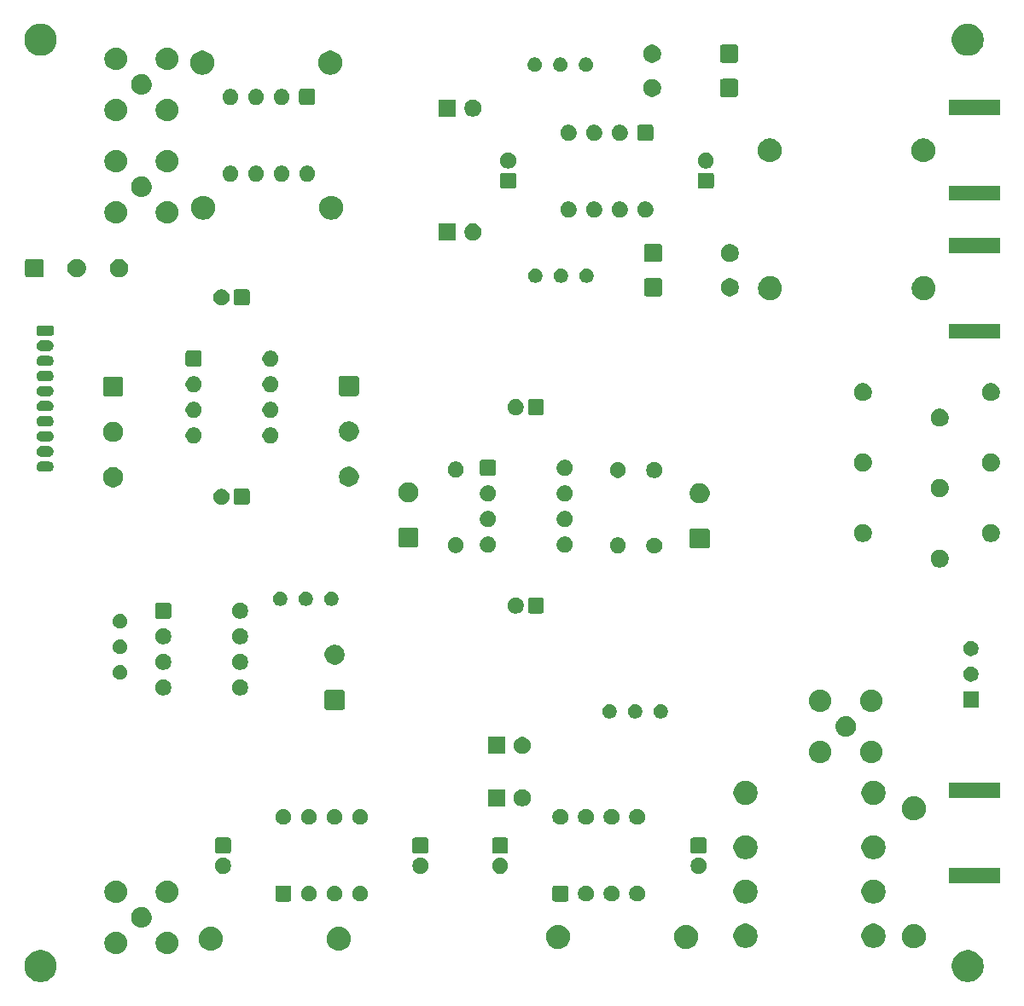
<source format=gbs>
G04 #@! TF.GenerationSoftware,KiCad,Pcbnew,9.0.3*
G04 #@! TF.CreationDate,2025-07-30T16:46:21-07:00*
G04 #@! TF.ProjectId,analog-lockbox-v2,616e616c-6f67-42d6-9c6f-636b626f782d,rev?*
G04 #@! TF.SameCoordinates,Original*
G04 #@! TF.FileFunction,Soldermask,Bot*
G04 #@! TF.FilePolarity,Negative*
%FSLAX46Y46*%
G04 Gerber Fmt 4.6, Leading zero omitted, Abs format (unit mm)*
G04 Created by KiCad (PCBNEW 9.0.3) date 2025-07-30 16:46:21*
%MOMM*%
%LPD*%
G01*
G04 APERTURE LIST*
G04 APERTURE END LIST*
G36*
X74973513Y-138744208D02*
G01*
X75212293Y-138821793D01*
X75435998Y-138935776D01*
X75639117Y-139083350D01*
X75816650Y-139260883D01*
X75964224Y-139464002D01*
X76078207Y-139687707D01*
X76155792Y-139926487D01*
X76195068Y-140174465D01*
X76195068Y-140425535D01*
X76155792Y-140673513D01*
X76078207Y-140912293D01*
X75964224Y-141135998D01*
X75816650Y-141339117D01*
X75639117Y-141516650D01*
X75435998Y-141664224D01*
X75212293Y-141778207D01*
X74973513Y-141855792D01*
X74725535Y-141895068D01*
X74474465Y-141895068D01*
X74226487Y-141855792D01*
X73987707Y-141778207D01*
X73764002Y-141664224D01*
X73560883Y-141516650D01*
X73383350Y-141339117D01*
X73235776Y-141135998D01*
X73121793Y-140912293D01*
X73044208Y-140673513D01*
X73004932Y-140425535D01*
X73004932Y-140174465D01*
X73044208Y-139926487D01*
X73121793Y-139687707D01*
X73235776Y-139464002D01*
X73383350Y-139260883D01*
X73560883Y-139083350D01*
X73764002Y-138935776D01*
X73987707Y-138821793D01*
X74226487Y-138744208D01*
X74474465Y-138704932D01*
X74725535Y-138704932D01*
X74973513Y-138744208D01*
G37*
G36*
X166973513Y-138744208D02*
G01*
X167212293Y-138821793D01*
X167435998Y-138935776D01*
X167639117Y-139083350D01*
X167816650Y-139260883D01*
X167964224Y-139464002D01*
X168078207Y-139687707D01*
X168155792Y-139926487D01*
X168195068Y-140174465D01*
X168195068Y-140425535D01*
X168155792Y-140673513D01*
X168078207Y-140912293D01*
X167964224Y-141135998D01*
X167816650Y-141339117D01*
X167639117Y-141516650D01*
X167435998Y-141664224D01*
X167212293Y-141778207D01*
X166973513Y-141855792D01*
X166725535Y-141895068D01*
X166474465Y-141895068D01*
X166226487Y-141855792D01*
X165987707Y-141778207D01*
X165764002Y-141664224D01*
X165560883Y-141516650D01*
X165383350Y-141339117D01*
X165235776Y-141135998D01*
X165121793Y-140912293D01*
X165044208Y-140673513D01*
X165004932Y-140425535D01*
X165004932Y-140174465D01*
X165044208Y-139926487D01*
X165121793Y-139687707D01*
X165235776Y-139464002D01*
X165383350Y-139260883D01*
X165560883Y-139083350D01*
X165764002Y-138935776D01*
X165987707Y-138821793D01*
X166226487Y-138744208D01*
X166474465Y-138704932D01*
X166725535Y-138704932D01*
X166973513Y-138744208D01*
G37*
G36*
X82332626Y-136906084D02*
G01*
X82500519Y-136960636D01*
X82657811Y-137040780D01*
X82800629Y-137144543D01*
X82925457Y-137269371D01*
X83029220Y-137412189D01*
X83109364Y-137569481D01*
X83163916Y-137737374D01*
X83191532Y-137911734D01*
X83191532Y-138088266D01*
X83163916Y-138262626D01*
X83109364Y-138430519D01*
X83029220Y-138587811D01*
X82925457Y-138730629D01*
X82800629Y-138855457D01*
X82657811Y-138959220D01*
X82500519Y-139039364D01*
X82332626Y-139093916D01*
X82158266Y-139121532D01*
X81981734Y-139121532D01*
X81807374Y-139093916D01*
X81639481Y-139039364D01*
X81482189Y-138959220D01*
X81339371Y-138855457D01*
X81214543Y-138730629D01*
X81110780Y-138587811D01*
X81030636Y-138430519D01*
X80976084Y-138262626D01*
X80948468Y-138088266D01*
X80948468Y-137911734D01*
X80976084Y-137737374D01*
X81030636Y-137569481D01*
X81110780Y-137412189D01*
X81214543Y-137269371D01*
X81339371Y-137144543D01*
X81482189Y-137040780D01*
X81639481Y-136960636D01*
X81807374Y-136906084D01*
X81981734Y-136878468D01*
X82158266Y-136878468D01*
X82332626Y-136906084D01*
G37*
G36*
X87412626Y-136906084D02*
G01*
X87580519Y-136960636D01*
X87737811Y-137040780D01*
X87880629Y-137144543D01*
X88005457Y-137269371D01*
X88109220Y-137412189D01*
X88189364Y-137569481D01*
X88243916Y-137737374D01*
X88271532Y-137911734D01*
X88271532Y-138088266D01*
X88243916Y-138262626D01*
X88189364Y-138430519D01*
X88109220Y-138587811D01*
X88005457Y-138730629D01*
X87880629Y-138855457D01*
X87737811Y-138959220D01*
X87580519Y-139039364D01*
X87412626Y-139093916D01*
X87238266Y-139121532D01*
X87061734Y-139121532D01*
X86887374Y-139093916D01*
X86719481Y-139039364D01*
X86562189Y-138959220D01*
X86419371Y-138855457D01*
X86294543Y-138730629D01*
X86190780Y-138587811D01*
X86110636Y-138430519D01*
X86056084Y-138262626D01*
X86028468Y-138088266D01*
X86028468Y-137911734D01*
X86056084Y-137737374D01*
X86110636Y-137569481D01*
X86190780Y-137412189D01*
X86294543Y-137269371D01*
X86419371Y-137144543D01*
X86562189Y-137040780D01*
X86719481Y-136960636D01*
X86887374Y-136906084D01*
X87061734Y-136878468D01*
X87238266Y-136878468D01*
X87412626Y-136906084D01*
G37*
G36*
X91780134Y-136433156D02*
G01*
X91959220Y-136491345D01*
X92126998Y-136576832D01*
X92279338Y-136687513D01*
X92412487Y-136820662D01*
X92523168Y-136973002D01*
X92608655Y-137140780D01*
X92666844Y-137319866D01*
X92696301Y-137505849D01*
X92696301Y-137694151D01*
X92666844Y-137880134D01*
X92608655Y-138059220D01*
X92523168Y-138226998D01*
X92412487Y-138379338D01*
X92279338Y-138512487D01*
X92126998Y-138623168D01*
X91959220Y-138708655D01*
X91780134Y-138766844D01*
X91594151Y-138796301D01*
X91405849Y-138796301D01*
X91219866Y-138766844D01*
X91040780Y-138708655D01*
X90873002Y-138623168D01*
X90720662Y-138512487D01*
X90587513Y-138379338D01*
X90476832Y-138226998D01*
X90391345Y-138059220D01*
X90333156Y-137880134D01*
X90303699Y-137694151D01*
X90303699Y-137505849D01*
X90333156Y-137319866D01*
X90391345Y-137140780D01*
X90476832Y-136973002D01*
X90587513Y-136820662D01*
X90720662Y-136687513D01*
X90873002Y-136576832D01*
X91040780Y-136491345D01*
X91219866Y-136433156D01*
X91405849Y-136403699D01*
X91594151Y-136403699D01*
X91780134Y-136433156D01*
G37*
G36*
X104480134Y-136433156D02*
G01*
X104659220Y-136491345D01*
X104826998Y-136576832D01*
X104979338Y-136687513D01*
X105112487Y-136820662D01*
X105223168Y-136973002D01*
X105308655Y-137140780D01*
X105366844Y-137319866D01*
X105396301Y-137505849D01*
X105396301Y-137694151D01*
X105366844Y-137880134D01*
X105308655Y-138059220D01*
X105223168Y-138226998D01*
X105112487Y-138379338D01*
X104979338Y-138512487D01*
X104826998Y-138623168D01*
X104659220Y-138708655D01*
X104480134Y-138766844D01*
X104294151Y-138796301D01*
X104105849Y-138796301D01*
X103919866Y-138766844D01*
X103740780Y-138708655D01*
X103573002Y-138623168D01*
X103420662Y-138512487D01*
X103287513Y-138379338D01*
X103176832Y-138226998D01*
X103091345Y-138059220D01*
X103033156Y-137880134D01*
X103003699Y-137694151D01*
X103003699Y-137505849D01*
X103033156Y-137319866D01*
X103091345Y-137140780D01*
X103176832Y-136973002D01*
X103287513Y-136820662D01*
X103420662Y-136687513D01*
X103573002Y-136576832D01*
X103740780Y-136491345D01*
X103919866Y-136433156D01*
X104105849Y-136403699D01*
X104294151Y-136403699D01*
X104480134Y-136433156D01*
G37*
G36*
X126230134Y-136233156D02*
G01*
X126409220Y-136291345D01*
X126576998Y-136376832D01*
X126729338Y-136487513D01*
X126862487Y-136620662D01*
X126973168Y-136773002D01*
X127058655Y-136940780D01*
X127116844Y-137119866D01*
X127146301Y-137305849D01*
X127146301Y-137494151D01*
X127116844Y-137680134D01*
X127058655Y-137859220D01*
X126973168Y-138026998D01*
X126862487Y-138179338D01*
X126729338Y-138312487D01*
X126576998Y-138423168D01*
X126409220Y-138508655D01*
X126230134Y-138566844D01*
X126044151Y-138596301D01*
X125855849Y-138596301D01*
X125669866Y-138566844D01*
X125490780Y-138508655D01*
X125323002Y-138423168D01*
X125170662Y-138312487D01*
X125037513Y-138179338D01*
X124926832Y-138026998D01*
X124841345Y-137859220D01*
X124783156Y-137680134D01*
X124753699Y-137494151D01*
X124753699Y-137305849D01*
X124783156Y-137119866D01*
X124841345Y-136940780D01*
X124926832Y-136773002D01*
X125037513Y-136620662D01*
X125170662Y-136487513D01*
X125323002Y-136376832D01*
X125490780Y-136291345D01*
X125669866Y-136233156D01*
X125855849Y-136203699D01*
X126044151Y-136203699D01*
X126230134Y-136233156D01*
G37*
G36*
X138930134Y-136233156D02*
G01*
X139109220Y-136291345D01*
X139276998Y-136376832D01*
X139429338Y-136487513D01*
X139562487Y-136620662D01*
X139673168Y-136773002D01*
X139758655Y-136940780D01*
X139816844Y-137119866D01*
X139846301Y-137305849D01*
X139846301Y-137494151D01*
X139816844Y-137680134D01*
X139758655Y-137859220D01*
X139673168Y-138026998D01*
X139562487Y-138179338D01*
X139429338Y-138312487D01*
X139276998Y-138423168D01*
X139109220Y-138508655D01*
X138930134Y-138566844D01*
X138744151Y-138596301D01*
X138555849Y-138596301D01*
X138369866Y-138566844D01*
X138190780Y-138508655D01*
X138023002Y-138423168D01*
X137870662Y-138312487D01*
X137737513Y-138179338D01*
X137626832Y-138026998D01*
X137541345Y-137859220D01*
X137483156Y-137680134D01*
X137453699Y-137494151D01*
X137453699Y-137305849D01*
X137483156Y-137119866D01*
X137541345Y-136940780D01*
X137626832Y-136773002D01*
X137737513Y-136620662D01*
X137870662Y-136487513D01*
X138023002Y-136376832D01*
X138190780Y-136291345D01*
X138369866Y-136233156D01*
X138555849Y-136203699D01*
X138744151Y-136203699D01*
X138930134Y-136233156D01*
G37*
G36*
X161530134Y-136183156D02*
G01*
X161709220Y-136241345D01*
X161876998Y-136326832D01*
X162029338Y-136437513D01*
X162162487Y-136570662D01*
X162273168Y-136723002D01*
X162358655Y-136890780D01*
X162416844Y-137069866D01*
X162446301Y-137255849D01*
X162446301Y-137444151D01*
X162416844Y-137630134D01*
X162358655Y-137809220D01*
X162273168Y-137976998D01*
X162162487Y-138129338D01*
X162029338Y-138262487D01*
X161876998Y-138373168D01*
X161709220Y-138458655D01*
X161530134Y-138516844D01*
X161344151Y-138546301D01*
X161155849Y-138546301D01*
X160969866Y-138516844D01*
X160790780Y-138458655D01*
X160623002Y-138373168D01*
X160470662Y-138262487D01*
X160337513Y-138129338D01*
X160226832Y-137976998D01*
X160141345Y-137809220D01*
X160083156Y-137630134D01*
X160053699Y-137444151D01*
X160053699Y-137255849D01*
X160083156Y-137069866D01*
X160141345Y-136890780D01*
X160226832Y-136723002D01*
X160337513Y-136570662D01*
X160470662Y-136437513D01*
X160623002Y-136326832D01*
X160790780Y-136241345D01*
X160969866Y-136183156D01*
X161155849Y-136153699D01*
X161344151Y-136153699D01*
X161530134Y-136183156D01*
G37*
G36*
X144830134Y-136133156D02*
G01*
X145009220Y-136191345D01*
X145176998Y-136276832D01*
X145329338Y-136387513D01*
X145462487Y-136520662D01*
X145573168Y-136673002D01*
X145658655Y-136840780D01*
X145716844Y-137019866D01*
X145746301Y-137205849D01*
X145746301Y-137394151D01*
X145716844Y-137580134D01*
X145658655Y-137759220D01*
X145573168Y-137926998D01*
X145462487Y-138079338D01*
X145329338Y-138212487D01*
X145176998Y-138323168D01*
X145009220Y-138408655D01*
X144830134Y-138466844D01*
X144644151Y-138496301D01*
X144455849Y-138496301D01*
X144269866Y-138466844D01*
X144090780Y-138408655D01*
X143923002Y-138323168D01*
X143770662Y-138212487D01*
X143637513Y-138079338D01*
X143526832Y-137926998D01*
X143441345Y-137759220D01*
X143383156Y-137580134D01*
X143353699Y-137394151D01*
X143353699Y-137205849D01*
X143383156Y-137019866D01*
X143441345Y-136840780D01*
X143526832Y-136673002D01*
X143637513Y-136520662D01*
X143770662Y-136387513D01*
X143923002Y-136276832D01*
X144090780Y-136191345D01*
X144269866Y-136133156D01*
X144455849Y-136103699D01*
X144644151Y-136103699D01*
X144830134Y-136133156D01*
G37*
G36*
X157530134Y-136133156D02*
G01*
X157709220Y-136191345D01*
X157876998Y-136276832D01*
X158029338Y-136387513D01*
X158162487Y-136520662D01*
X158273168Y-136673002D01*
X158358655Y-136840780D01*
X158416844Y-137019866D01*
X158446301Y-137205849D01*
X158446301Y-137394151D01*
X158416844Y-137580134D01*
X158358655Y-137759220D01*
X158273168Y-137926998D01*
X158162487Y-138079338D01*
X158029338Y-138212487D01*
X157876998Y-138323168D01*
X157709220Y-138408655D01*
X157530134Y-138466844D01*
X157344151Y-138496301D01*
X157155849Y-138496301D01*
X156969866Y-138466844D01*
X156790780Y-138408655D01*
X156623002Y-138323168D01*
X156470662Y-138212487D01*
X156337513Y-138079338D01*
X156226832Y-137926998D01*
X156141345Y-137759220D01*
X156083156Y-137580134D01*
X156053699Y-137394151D01*
X156053699Y-137205849D01*
X156083156Y-137019866D01*
X156141345Y-136840780D01*
X156226832Y-136673002D01*
X156337513Y-136520662D01*
X156470662Y-136387513D01*
X156623002Y-136276832D01*
X156790780Y-136191345D01*
X156969866Y-136133156D01*
X157155849Y-136103699D01*
X157344151Y-136103699D01*
X157530134Y-136133156D01*
G37*
G36*
X84700453Y-134439936D02*
G01*
X84710468Y-134439936D01*
X84749606Y-134447721D01*
X84849238Y-134463501D01*
X84881281Y-134473912D01*
X84907542Y-134479136D01*
X84944600Y-134494486D01*
X85002174Y-134513193D01*
X85056116Y-134540677D01*
X85093182Y-134556031D01*
X85115448Y-134570908D01*
X85145465Y-134586203D01*
X85227062Y-134645486D01*
X85260253Y-134667664D01*
X85267336Y-134674747D01*
X85275561Y-134680723D01*
X85389276Y-134794438D01*
X85395251Y-134802662D01*
X85402336Y-134809747D01*
X85424516Y-134842942D01*
X85483796Y-134924534D01*
X85499089Y-134954548D01*
X85513969Y-134976818D01*
X85529324Y-135013888D01*
X85556806Y-135067825D01*
X85575510Y-135125392D01*
X85590864Y-135162458D01*
X85596088Y-135188724D01*
X85606498Y-135220761D01*
X85622277Y-135320385D01*
X85630064Y-135359532D01*
X85630064Y-135369547D01*
X85631655Y-135379592D01*
X85631655Y-135540407D01*
X85630064Y-135550451D01*
X85630064Y-135560468D01*
X85622276Y-135599618D01*
X85606498Y-135699238D01*
X85596089Y-135731273D01*
X85590864Y-135757542D01*
X85575509Y-135794611D01*
X85556806Y-135852174D01*
X85529326Y-135906105D01*
X85513969Y-135943182D01*
X85499087Y-135965454D01*
X85483796Y-135995465D01*
X85424524Y-136077045D01*
X85402336Y-136110253D01*
X85395248Y-136117340D01*
X85389276Y-136125561D01*
X85275561Y-136239276D01*
X85267340Y-136245248D01*
X85260253Y-136252336D01*
X85227045Y-136274524D01*
X85145465Y-136333796D01*
X85115454Y-136349087D01*
X85093182Y-136363969D01*
X85056105Y-136379326D01*
X85002174Y-136406806D01*
X84944611Y-136425509D01*
X84907542Y-136440864D01*
X84881273Y-136446089D01*
X84849238Y-136456498D01*
X84749615Y-136472277D01*
X84710468Y-136480064D01*
X84700453Y-136480064D01*
X84690408Y-136481655D01*
X84529592Y-136481655D01*
X84519547Y-136480064D01*
X84509532Y-136480064D01*
X84470385Y-136472277D01*
X84370761Y-136456498D01*
X84338724Y-136446088D01*
X84312458Y-136440864D01*
X84275392Y-136425510D01*
X84217825Y-136406806D01*
X84163888Y-136379324D01*
X84126818Y-136363969D01*
X84104548Y-136349089D01*
X84074534Y-136333796D01*
X83992942Y-136274516D01*
X83959747Y-136252336D01*
X83952662Y-136245251D01*
X83944438Y-136239276D01*
X83830723Y-136125561D01*
X83824747Y-136117336D01*
X83817664Y-136110253D01*
X83795486Y-136077062D01*
X83736203Y-135995465D01*
X83720908Y-135965448D01*
X83706031Y-135943182D01*
X83690677Y-135906116D01*
X83663193Y-135852174D01*
X83644486Y-135794600D01*
X83629136Y-135757542D01*
X83623912Y-135731281D01*
X83613501Y-135699238D01*
X83597721Y-135599609D01*
X83589936Y-135560468D01*
X83589936Y-135550452D01*
X83588345Y-135540407D01*
X83588345Y-135379592D01*
X83589936Y-135369546D01*
X83589936Y-135359532D01*
X83597720Y-135320394D01*
X83613501Y-135220761D01*
X83623912Y-135188716D01*
X83629136Y-135162458D01*
X83644484Y-135125403D01*
X83663193Y-135067825D01*
X83690679Y-135013878D01*
X83706031Y-134976818D01*
X83720906Y-134954555D01*
X83736203Y-134924534D01*
X83795495Y-134842925D01*
X83817664Y-134809747D01*
X83824745Y-134802665D01*
X83830723Y-134794438D01*
X83944438Y-134680723D01*
X83952665Y-134674745D01*
X83959747Y-134667664D01*
X83992925Y-134645495D01*
X84074534Y-134586203D01*
X84104555Y-134570906D01*
X84126818Y-134556031D01*
X84163878Y-134540679D01*
X84217825Y-134513193D01*
X84275403Y-134494484D01*
X84312458Y-134479136D01*
X84338716Y-134473912D01*
X84370761Y-134463501D01*
X84470394Y-134447720D01*
X84509532Y-134439936D01*
X84519547Y-134439936D01*
X84529592Y-134438345D01*
X84690408Y-134438345D01*
X84700453Y-134439936D01*
G37*
G36*
X144830134Y-131733156D02*
G01*
X145009220Y-131791345D01*
X145176998Y-131876832D01*
X145329338Y-131987513D01*
X145462487Y-132120662D01*
X145573168Y-132273002D01*
X145658655Y-132440780D01*
X145716844Y-132619866D01*
X145746301Y-132805849D01*
X145746301Y-132994151D01*
X145716844Y-133180134D01*
X145658655Y-133359220D01*
X145573168Y-133526998D01*
X145462487Y-133679338D01*
X145329338Y-133812487D01*
X145176998Y-133923168D01*
X145009220Y-134008655D01*
X144830134Y-134066844D01*
X144644151Y-134096301D01*
X144455849Y-134096301D01*
X144269866Y-134066844D01*
X144090780Y-134008655D01*
X143923002Y-133923168D01*
X143770662Y-133812487D01*
X143637513Y-133679338D01*
X143526832Y-133526998D01*
X143441345Y-133359220D01*
X143383156Y-133180134D01*
X143353699Y-132994151D01*
X143353699Y-132805849D01*
X143383156Y-132619866D01*
X143441345Y-132440780D01*
X143526832Y-132273002D01*
X143637513Y-132120662D01*
X143770662Y-131987513D01*
X143923002Y-131876832D01*
X144090780Y-131791345D01*
X144269866Y-131733156D01*
X144455849Y-131703699D01*
X144644151Y-131703699D01*
X144830134Y-131733156D01*
G37*
G36*
X157530134Y-131733156D02*
G01*
X157709220Y-131791345D01*
X157876998Y-131876832D01*
X158029338Y-131987513D01*
X158162487Y-132120662D01*
X158273168Y-132273002D01*
X158358655Y-132440780D01*
X158416844Y-132619866D01*
X158446301Y-132805849D01*
X158446301Y-132994151D01*
X158416844Y-133180134D01*
X158358655Y-133359220D01*
X158273168Y-133526998D01*
X158162487Y-133679338D01*
X158029338Y-133812487D01*
X157876998Y-133923168D01*
X157709220Y-134008655D01*
X157530134Y-134066844D01*
X157344151Y-134096301D01*
X157155849Y-134096301D01*
X156969866Y-134066844D01*
X156790780Y-134008655D01*
X156623002Y-133923168D01*
X156470662Y-133812487D01*
X156337513Y-133679338D01*
X156226832Y-133526998D01*
X156141345Y-133359220D01*
X156083156Y-133180134D01*
X156053699Y-132994151D01*
X156053699Y-132805849D01*
X156083156Y-132619866D01*
X156141345Y-132440780D01*
X156226832Y-132273002D01*
X156337513Y-132120662D01*
X156470662Y-131987513D01*
X156623002Y-131876832D01*
X156790780Y-131791345D01*
X156969866Y-131733156D01*
X157155849Y-131703699D01*
X157344151Y-131703699D01*
X157530134Y-131733156D01*
G37*
G36*
X82332626Y-131826084D02*
G01*
X82500519Y-131880636D01*
X82657811Y-131960780D01*
X82800629Y-132064543D01*
X82925457Y-132189371D01*
X83029220Y-132332189D01*
X83109364Y-132489481D01*
X83163916Y-132657374D01*
X83191532Y-132831734D01*
X83191532Y-133008266D01*
X83163916Y-133182626D01*
X83109364Y-133350519D01*
X83029220Y-133507811D01*
X82925457Y-133650629D01*
X82800629Y-133775457D01*
X82657811Y-133879220D01*
X82500519Y-133959364D01*
X82332626Y-134013916D01*
X82158266Y-134041532D01*
X81981734Y-134041532D01*
X81807374Y-134013916D01*
X81639481Y-133959364D01*
X81482189Y-133879220D01*
X81339371Y-133775457D01*
X81214543Y-133650629D01*
X81110780Y-133507811D01*
X81030636Y-133350519D01*
X80976084Y-133182626D01*
X80948468Y-133008266D01*
X80948468Y-132831734D01*
X80976084Y-132657374D01*
X81030636Y-132489481D01*
X81110780Y-132332189D01*
X81214543Y-132189371D01*
X81339371Y-132064543D01*
X81482189Y-131960780D01*
X81639481Y-131880636D01*
X81807374Y-131826084D01*
X81981734Y-131798468D01*
X82158266Y-131798468D01*
X82332626Y-131826084D01*
G37*
G36*
X87412626Y-131826084D02*
G01*
X87580519Y-131880636D01*
X87737811Y-131960780D01*
X87880629Y-132064543D01*
X88005457Y-132189371D01*
X88109220Y-132332189D01*
X88189364Y-132489481D01*
X88243916Y-132657374D01*
X88271532Y-132831734D01*
X88271532Y-133008266D01*
X88243916Y-133182626D01*
X88189364Y-133350519D01*
X88109220Y-133507811D01*
X88005457Y-133650629D01*
X87880629Y-133775457D01*
X87737811Y-133879220D01*
X87580519Y-133959364D01*
X87412626Y-134013916D01*
X87238266Y-134041532D01*
X87061734Y-134041532D01*
X86887374Y-134013916D01*
X86719481Y-133959364D01*
X86562189Y-133879220D01*
X86419371Y-133775457D01*
X86294543Y-133650629D01*
X86190780Y-133507811D01*
X86110636Y-133350519D01*
X86056084Y-133182626D01*
X86028468Y-133008266D01*
X86028468Y-132831734D01*
X86056084Y-132657374D01*
X86110636Y-132489481D01*
X86190780Y-132332189D01*
X86294543Y-132189371D01*
X86419371Y-132064543D01*
X86562189Y-131960780D01*
X86719481Y-131880636D01*
X86887374Y-131826084D01*
X87061734Y-131798468D01*
X87238266Y-131798468D01*
X87412626Y-131826084D01*
G37*
G36*
X99244850Y-132305964D02*
G01*
X99295040Y-132311787D01*
X99312189Y-132319359D01*
X99335671Y-132324030D01*
X99360810Y-132340827D01*
X99380696Y-132349608D01*
X99394277Y-132363189D01*
X99416777Y-132378223D01*
X99431810Y-132400722D01*
X99445391Y-132414303D01*
X99454170Y-132434186D01*
X99470970Y-132459329D01*
X99475641Y-132482812D01*
X99483212Y-132499959D01*
X99489033Y-132550139D01*
X99490000Y-132555000D01*
X99490000Y-133655000D01*
X99489032Y-133659863D01*
X99483212Y-133710040D01*
X99475641Y-133727185D01*
X99470970Y-133750671D01*
X99454169Y-133775815D01*
X99445391Y-133795696D01*
X99431812Y-133809274D01*
X99416777Y-133831777D01*
X99394274Y-133846812D01*
X99380696Y-133860391D01*
X99360815Y-133869169D01*
X99335671Y-133885970D01*
X99312185Y-133890641D01*
X99295040Y-133898212D01*
X99244861Y-133904032D01*
X99240000Y-133905000D01*
X98140000Y-133905000D01*
X98135138Y-133904032D01*
X98084959Y-133898212D01*
X98067812Y-133890641D01*
X98044329Y-133885970D01*
X98019186Y-133869170D01*
X97999303Y-133860391D01*
X97985722Y-133846810D01*
X97963223Y-133831777D01*
X97948189Y-133809277D01*
X97934608Y-133795696D01*
X97925827Y-133775810D01*
X97909030Y-133750671D01*
X97904359Y-133727189D01*
X97896787Y-133710040D01*
X97890964Y-133659849D01*
X97890000Y-133655000D01*
X97890000Y-132555000D01*
X97890964Y-132550150D01*
X97896787Y-132499959D01*
X97904359Y-132482808D01*
X97909030Y-132459329D01*
X97925826Y-132434191D01*
X97934608Y-132414303D01*
X97948191Y-132400719D01*
X97963223Y-132378223D01*
X97985719Y-132363191D01*
X97999303Y-132349608D01*
X98019191Y-132340826D01*
X98044329Y-132324030D01*
X98067808Y-132319359D01*
X98084959Y-132311787D01*
X98135151Y-132305964D01*
X98140000Y-132305000D01*
X99240000Y-132305000D01*
X99244850Y-132305964D01*
G37*
G36*
X126744850Y-132305964D02*
G01*
X126795040Y-132311787D01*
X126812189Y-132319359D01*
X126835671Y-132324030D01*
X126860810Y-132340827D01*
X126880696Y-132349608D01*
X126894277Y-132363189D01*
X126916777Y-132378223D01*
X126931810Y-132400722D01*
X126945391Y-132414303D01*
X126954170Y-132434186D01*
X126970970Y-132459329D01*
X126975641Y-132482812D01*
X126983212Y-132499959D01*
X126989033Y-132550139D01*
X126990000Y-132555000D01*
X126990000Y-133655000D01*
X126989032Y-133659863D01*
X126983212Y-133710040D01*
X126975641Y-133727185D01*
X126970970Y-133750671D01*
X126954169Y-133775815D01*
X126945391Y-133795696D01*
X126931812Y-133809274D01*
X126916777Y-133831777D01*
X126894274Y-133846812D01*
X126880696Y-133860391D01*
X126860815Y-133869169D01*
X126835671Y-133885970D01*
X126812185Y-133890641D01*
X126795040Y-133898212D01*
X126744861Y-133904032D01*
X126740000Y-133905000D01*
X125640000Y-133905000D01*
X125635138Y-133904032D01*
X125584959Y-133898212D01*
X125567812Y-133890641D01*
X125544329Y-133885970D01*
X125519186Y-133869170D01*
X125499303Y-133860391D01*
X125485722Y-133846810D01*
X125463223Y-133831777D01*
X125448189Y-133809277D01*
X125434608Y-133795696D01*
X125425827Y-133775810D01*
X125409030Y-133750671D01*
X125404359Y-133727189D01*
X125396787Y-133710040D01*
X125390964Y-133659849D01*
X125390000Y-133655000D01*
X125390000Y-132555000D01*
X125390964Y-132550150D01*
X125396787Y-132499959D01*
X125404359Y-132482808D01*
X125409030Y-132459329D01*
X125425826Y-132434191D01*
X125434608Y-132414303D01*
X125448191Y-132400719D01*
X125463223Y-132378223D01*
X125485719Y-132363191D01*
X125499303Y-132349608D01*
X125519191Y-132340826D01*
X125544329Y-132324030D01*
X125567808Y-132319359D01*
X125584959Y-132311787D01*
X125635151Y-132305964D01*
X125640000Y-132305000D01*
X126740000Y-132305000D01*
X126744850Y-132305964D01*
G37*
G36*
X101462228Y-132339448D02*
G01*
X101607117Y-132399463D01*
X101737515Y-132486592D01*
X101848408Y-132597485D01*
X101935537Y-132727883D01*
X101995552Y-132872772D01*
X102026148Y-133026586D01*
X102026148Y-133183414D01*
X101995552Y-133337228D01*
X101935537Y-133482117D01*
X101848408Y-133612515D01*
X101737515Y-133723408D01*
X101607117Y-133810537D01*
X101462228Y-133870552D01*
X101308414Y-133901148D01*
X101151586Y-133901148D01*
X100997772Y-133870552D01*
X100852883Y-133810537D01*
X100722485Y-133723408D01*
X100611592Y-133612515D01*
X100524463Y-133482117D01*
X100464448Y-133337228D01*
X100433852Y-133183414D01*
X100433852Y-133026586D01*
X100464448Y-132872772D01*
X100524463Y-132727883D01*
X100611592Y-132597485D01*
X100722485Y-132486592D01*
X100852883Y-132399463D01*
X100997772Y-132339448D01*
X101151586Y-132308852D01*
X101308414Y-132308852D01*
X101462228Y-132339448D01*
G37*
G36*
X104002228Y-132339448D02*
G01*
X104147117Y-132399463D01*
X104277515Y-132486592D01*
X104388408Y-132597485D01*
X104475537Y-132727883D01*
X104535552Y-132872772D01*
X104566148Y-133026586D01*
X104566148Y-133183414D01*
X104535552Y-133337228D01*
X104475537Y-133482117D01*
X104388408Y-133612515D01*
X104277515Y-133723408D01*
X104147117Y-133810537D01*
X104002228Y-133870552D01*
X103848414Y-133901148D01*
X103691586Y-133901148D01*
X103537772Y-133870552D01*
X103392883Y-133810537D01*
X103262485Y-133723408D01*
X103151592Y-133612515D01*
X103064463Y-133482117D01*
X103004448Y-133337228D01*
X102973852Y-133183414D01*
X102973852Y-133026586D01*
X103004448Y-132872772D01*
X103064463Y-132727883D01*
X103151592Y-132597485D01*
X103262485Y-132486592D01*
X103392883Y-132399463D01*
X103537772Y-132339448D01*
X103691586Y-132308852D01*
X103848414Y-132308852D01*
X104002228Y-132339448D01*
G37*
G36*
X106542228Y-132339448D02*
G01*
X106687117Y-132399463D01*
X106817515Y-132486592D01*
X106928408Y-132597485D01*
X107015537Y-132727883D01*
X107075552Y-132872772D01*
X107106148Y-133026586D01*
X107106148Y-133183414D01*
X107075552Y-133337228D01*
X107015537Y-133482117D01*
X106928408Y-133612515D01*
X106817515Y-133723408D01*
X106687117Y-133810537D01*
X106542228Y-133870552D01*
X106388414Y-133901148D01*
X106231586Y-133901148D01*
X106077772Y-133870552D01*
X105932883Y-133810537D01*
X105802485Y-133723408D01*
X105691592Y-133612515D01*
X105604463Y-133482117D01*
X105544448Y-133337228D01*
X105513852Y-133183414D01*
X105513852Y-133026586D01*
X105544448Y-132872772D01*
X105604463Y-132727883D01*
X105691592Y-132597485D01*
X105802485Y-132486592D01*
X105932883Y-132399463D01*
X106077772Y-132339448D01*
X106231586Y-132308852D01*
X106388414Y-132308852D01*
X106542228Y-132339448D01*
G37*
G36*
X128962228Y-132339448D02*
G01*
X129107117Y-132399463D01*
X129237515Y-132486592D01*
X129348408Y-132597485D01*
X129435537Y-132727883D01*
X129495552Y-132872772D01*
X129526148Y-133026586D01*
X129526148Y-133183414D01*
X129495552Y-133337228D01*
X129435537Y-133482117D01*
X129348408Y-133612515D01*
X129237515Y-133723408D01*
X129107117Y-133810537D01*
X128962228Y-133870552D01*
X128808414Y-133901148D01*
X128651586Y-133901148D01*
X128497772Y-133870552D01*
X128352883Y-133810537D01*
X128222485Y-133723408D01*
X128111592Y-133612515D01*
X128024463Y-133482117D01*
X127964448Y-133337228D01*
X127933852Y-133183414D01*
X127933852Y-133026586D01*
X127964448Y-132872772D01*
X128024463Y-132727883D01*
X128111592Y-132597485D01*
X128222485Y-132486592D01*
X128352883Y-132399463D01*
X128497772Y-132339448D01*
X128651586Y-132308852D01*
X128808414Y-132308852D01*
X128962228Y-132339448D01*
G37*
G36*
X131502228Y-132339448D02*
G01*
X131647117Y-132399463D01*
X131777515Y-132486592D01*
X131888408Y-132597485D01*
X131975537Y-132727883D01*
X132035552Y-132872772D01*
X132066148Y-133026586D01*
X132066148Y-133183414D01*
X132035552Y-133337228D01*
X131975537Y-133482117D01*
X131888408Y-133612515D01*
X131777515Y-133723408D01*
X131647117Y-133810537D01*
X131502228Y-133870552D01*
X131348414Y-133901148D01*
X131191586Y-133901148D01*
X131037772Y-133870552D01*
X130892883Y-133810537D01*
X130762485Y-133723408D01*
X130651592Y-133612515D01*
X130564463Y-133482117D01*
X130504448Y-133337228D01*
X130473852Y-133183414D01*
X130473852Y-133026586D01*
X130504448Y-132872772D01*
X130564463Y-132727883D01*
X130651592Y-132597485D01*
X130762485Y-132486592D01*
X130892883Y-132399463D01*
X131037772Y-132339448D01*
X131191586Y-132308852D01*
X131348414Y-132308852D01*
X131502228Y-132339448D01*
G37*
G36*
X134042228Y-132339448D02*
G01*
X134187117Y-132399463D01*
X134317515Y-132486592D01*
X134428408Y-132597485D01*
X134515537Y-132727883D01*
X134575552Y-132872772D01*
X134606148Y-133026586D01*
X134606148Y-133183414D01*
X134575552Y-133337228D01*
X134515537Y-133482117D01*
X134428408Y-133612515D01*
X134317515Y-133723408D01*
X134187117Y-133810537D01*
X134042228Y-133870552D01*
X133888414Y-133901148D01*
X133731586Y-133901148D01*
X133577772Y-133870552D01*
X133432883Y-133810537D01*
X133302485Y-133723408D01*
X133191592Y-133612515D01*
X133104463Y-133482117D01*
X133044448Y-133337228D01*
X133013852Y-133183414D01*
X133013852Y-133026586D01*
X133044448Y-132872772D01*
X133104463Y-132727883D01*
X133191592Y-132597485D01*
X133302485Y-132486592D01*
X133432883Y-132399463D01*
X133577772Y-132339448D01*
X133731586Y-132308852D01*
X133888414Y-132308852D01*
X134042228Y-132339448D01*
G37*
G36*
X169777500Y-132100000D02*
G01*
X164697500Y-132100000D01*
X164697500Y-130600000D01*
X169777500Y-130600000D01*
X169777500Y-132100000D01*
G37*
G36*
X92932228Y-129579336D02*
G01*
X93077117Y-129639351D01*
X93207515Y-129726480D01*
X93318408Y-129837373D01*
X93405537Y-129967771D01*
X93465552Y-130112660D01*
X93496148Y-130266474D01*
X93496148Y-130423302D01*
X93465552Y-130577116D01*
X93405537Y-130722005D01*
X93318408Y-130852403D01*
X93207515Y-130963296D01*
X93077117Y-131050425D01*
X92932228Y-131110440D01*
X92778414Y-131141036D01*
X92621586Y-131141036D01*
X92467772Y-131110440D01*
X92322883Y-131050425D01*
X92192485Y-130963296D01*
X92081592Y-130852403D01*
X91994463Y-130722005D01*
X91934448Y-130577116D01*
X91903852Y-130423302D01*
X91903852Y-130266474D01*
X91934448Y-130112660D01*
X91994463Y-129967771D01*
X92081592Y-129837373D01*
X92192485Y-129726480D01*
X92322883Y-129639351D01*
X92467772Y-129579336D01*
X92621586Y-129548740D01*
X92778414Y-129548740D01*
X92932228Y-129579336D01*
G37*
G36*
X112532228Y-129579336D02*
G01*
X112677117Y-129639351D01*
X112807515Y-129726480D01*
X112918408Y-129837373D01*
X113005537Y-129967771D01*
X113065552Y-130112660D01*
X113096148Y-130266474D01*
X113096148Y-130423302D01*
X113065552Y-130577116D01*
X113005537Y-130722005D01*
X112918408Y-130852403D01*
X112807515Y-130963296D01*
X112677117Y-131050425D01*
X112532228Y-131110440D01*
X112378414Y-131141036D01*
X112221586Y-131141036D01*
X112067772Y-131110440D01*
X111922883Y-131050425D01*
X111792485Y-130963296D01*
X111681592Y-130852403D01*
X111594463Y-130722005D01*
X111534448Y-130577116D01*
X111503852Y-130423302D01*
X111503852Y-130266474D01*
X111534448Y-130112660D01*
X111594463Y-129967771D01*
X111681592Y-129837373D01*
X111792485Y-129726480D01*
X111922883Y-129639351D01*
X112067772Y-129579336D01*
X112221586Y-129548740D01*
X112378414Y-129548740D01*
X112532228Y-129579336D01*
G37*
G36*
X120432228Y-129579336D02*
G01*
X120577117Y-129639351D01*
X120707515Y-129726480D01*
X120818408Y-129837373D01*
X120905537Y-129967771D01*
X120965552Y-130112660D01*
X120996148Y-130266474D01*
X120996148Y-130423302D01*
X120965552Y-130577116D01*
X120905537Y-130722005D01*
X120818408Y-130852403D01*
X120707515Y-130963296D01*
X120577117Y-131050425D01*
X120432228Y-131110440D01*
X120278414Y-131141036D01*
X120121586Y-131141036D01*
X119967772Y-131110440D01*
X119822883Y-131050425D01*
X119692485Y-130963296D01*
X119581592Y-130852403D01*
X119494463Y-130722005D01*
X119434448Y-130577116D01*
X119403852Y-130423302D01*
X119403852Y-130266474D01*
X119434448Y-130112660D01*
X119494463Y-129967771D01*
X119581592Y-129837373D01*
X119692485Y-129726480D01*
X119822883Y-129639351D01*
X119967772Y-129579336D01*
X120121586Y-129548740D01*
X120278414Y-129548740D01*
X120432228Y-129579336D01*
G37*
G36*
X140132228Y-129579336D02*
G01*
X140277117Y-129639351D01*
X140407515Y-129726480D01*
X140518408Y-129837373D01*
X140605537Y-129967771D01*
X140665552Y-130112660D01*
X140696148Y-130266474D01*
X140696148Y-130423302D01*
X140665552Y-130577116D01*
X140605537Y-130722005D01*
X140518408Y-130852403D01*
X140407515Y-130963296D01*
X140277117Y-131050425D01*
X140132228Y-131110440D01*
X139978414Y-131141036D01*
X139821586Y-131141036D01*
X139667772Y-131110440D01*
X139522883Y-131050425D01*
X139392485Y-130963296D01*
X139281592Y-130852403D01*
X139194463Y-130722005D01*
X139134448Y-130577116D01*
X139103852Y-130423302D01*
X139103852Y-130266474D01*
X139134448Y-130112660D01*
X139194463Y-129967771D01*
X139281592Y-129837373D01*
X139392485Y-129726480D01*
X139522883Y-129639351D01*
X139667772Y-129579336D01*
X139821586Y-129548740D01*
X139978414Y-129548740D01*
X140132228Y-129579336D01*
G37*
G36*
X144830134Y-127333156D02*
G01*
X145009220Y-127391345D01*
X145176998Y-127476832D01*
X145329338Y-127587513D01*
X145462487Y-127720662D01*
X145573168Y-127873002D01*
X145658655Y-128040780D01*
X145716844Y-128219866D01*
X145746301Y-128405849D01*
X145746301Y-128594151D01*
X145716844Y-128780134D01*
X145658655Y-128959220D01*
X145573168Y-129126998D01*
X145462487Y-129279338D01*
X145329338Y-129412487D01*
X145176998Y-129523168D01*
X145009220Y-129608655D01*
X144830134Y-129666844D01*
X144644151Y-129696301D01*
X144455849Y-129696301D01*
X144269866Y-129666844D01*
X144090780Y-129608655D01*
X143923002Y-129523168D01*
X143770662Y-129412487D01*
X143637513Y-129279338D01*
X143526832Y-129126998D01*
X143441345Y-128959220D01*
X143383156Y-128780134D01*
X143353699Y-128594151D01*
X143353699Y-128405849D01*
X143383156Y-128219866D01*
X143441345Y-128040780D01*
X143526832Y-127873002D01*
X143637513Y-127720662D01*
X143770662Y-127587513D01*
X143923002Y-127476832D01*
X144090780Y-127391345D01*
X144269866Y-127333156D01*
X144455849Y-127303699D01*
X144644151Y-127303699D01*
X144830134Y-127333156D01*
G37*
G36*
X157530134Y-127333156D02*
G01*
X157709220Y-127391345D01*
X157876998Y-127476832D01*
X158029338Y-127587513D01*
X158162487Y-127720662D01*
X158273168Y-127873002D01*
X158358655Y-128040780D01*
X158416844Y-128219866D01*
X158446301Y-128405849D01*
X158446301Y-128594151D01*
X158416844Y-128780134D01*
X158358655Y-128959220D01*
X158273168Y-129126998D01*
X158162487Y-129279338D01*
X158029338Y-129412487D01*
X157876998Y-129523168D01*
X157709220Y-129608655D01*
X157530134Y-129666844D01*
X157344151Y-129696301D01*
X157155849Y-129696301D01*
X156969866Y-129666844D01*
X156790780Y-129608655D01*
X156623002Y-129523168D01*
X156470662Y-129412487D01*
X156337513Y-129279338D01*
X156226832Y-129126998D01*
X156141345Y-128959220D01*
X156083156Y-128780134D01*
X156053699Y-128594151D01*
X156053699Y-128405849D01*
X156083156Y-128219866D01*
X156141345Y-128040780D01*
X156226832Y-127873002D01*
X156337513Y-127720662D01*
X156470662Y-127587513D01*
X156623002Y-127476832D01*
X156790780Y-127391345D01*
X156969866Y-127333156D01*
X157155849Y-127303699D01*
X157344151Y-127303699D01*
X157530134Y-127333156D01*
G37*
G36*
X93254850Y-127545852D02*
G01*
X93305040Y-127551675D01*
X93322189Y-127559247D01*
X93345671Y-127563918D01*
X93370810Y-127580715D01*
X93390696Y-127589496D01*
X93404277Y-127603077D01*
X93426777Y-127618111D01*
X93441810Y-127640610D01*
X93455391Y-127654191D01*
X93464170Y-127674074D01*
X93480970Y-127699217D01*
X93485641Y-127722700D01*
X93493212Y-127739847D01*
X93499033Y-127790027D01*
X93500000Y-127794888D01*
X93500000Y-128894888D01*
X93499032Y-128899751D01*
X93493212Y-128949928D01*
X93485641Y-128967073D01*
X93480970Y-128990559D01*
X93464169Y-129015703D01*
X93455391Y-129035584D01*
X93441812Y-129049162D01*
X93426777Y-129071665D01*
X93404274Y-129086700D01*
X93390696Y-129100279D01*
X93370815Y-129109057D01*
X93345671Y-129125858D01*
X93322185Y-129130529D01*
X93305040Y-129138100D01*
X93254861Y-129143920D01*
X93250000Y-129144888D01*
X92150000Y-129144888D01*
X92145138Y-129143920D01*
X92094959Y-129138100D01*
X92077812Y-129130529D01*
X92054329Y-129125858D01*
X92029186Y-129109058D01*
X92009303Y-129100279D01*
X91995722Y-129086698D01*
X91973223Y-129071665D01*
X91958189Y-129049165D01*
X91944608Y-129035584D01*
X91935827Y-129015698D01*
X91919030Y-128990559D01*
X91914359Y-128967077D01*
X91906787Y-128949928D01*
X91900964Y-128899737D01*
X91900000Y-128894888D01*
X91900000Y-127794888D01*
X91900964Y-127790038D01*
X91906787Y-127739847D01*
X91914359Y-127722696D01*
X91919030Y-127699217D01*
X91935826Y-127674079D01*
X91944608Y-127654191D01*
X91958191Y-127640607D01*
X91973223Y-127618111D01*
X91995719Y-127603079D01*
X92009303Y-127589496D01*
X92029191Y-127580714D01*
X92054329Y-127563918D01*
X92077808Y-127559247D01*
X92094959Y-127551675D01*
X92145151Y-127545852D01*
X92150000Y-127544888D01*
X93250000Y-127544888D01*
X93254850Y-127545852D01*
G37*
G36*
X112854850Y-127545852D02*
G01*
X112905040Y-127551675D01*
X112922189Y-127559247D01*
X112945671Y-127563918D01*
X112970810Y-127580715D01*
X112990696Y-127589496D01*
X113004277Y-127603077D01*
X113026777Y-127618111D01*
X113041810Y-127640610D01*
X113055391Y-127654191D01*
X113064170Y-127674074D01*
X113080970Y-127699217D01*
X113085641Y-127722700D01*
X113093212Y-127739847D01*
X113099033Y-127790027D01*
X113100000Y-127794888D01*
X113100000Y-128894888D01*
X113099032Y-128899751D01*
X113093212Y-128949928D01*
X113085641Y-128967073D01*
X113080970Y-128990559D01*
X113064169Y-129015703D01*
X113055391Y-129035584D01*
X113041812Y-129049162D01*
X113026777Y-129071665D01*
X113004274Y-129086700D01*
X112990696Y-129100279D01*
X112970815Y-129109057D01*
X112945671Y-129125858D01*
X112922185Y-129130529D01*
X112905040Y-129138100D01*
X112854861Y-129143920D01*
X112850000Y-129144888D01*
X111750000Y-129144888D01*
X111745138Y-129143920D01*
X111694959Y-129138100D01*
X111677812Y-129130529D01*
X111654329Y-129125858D01*
X111629186Y-129109058D01*
X111609303Y-129100279D01*
X111595722Y-129086698D01*
X111573223Y-129071665D01*
X111558189Y-129049165D01*
X111544608Y-129035584D01*
X111535827Y-129015698D01*
X111519030Y-128990559D01*
X111514359Y-128967077D01*
X111506787Y-128949928D01*
X111500964Y-128899737D01*
X111500000Y-128894888D01*
X111500000Y-127794888D01*
X111500964Y-127790038D01*
X111506787Y-127739847D01*
X111514359Y-127722696D01*
X111519030Y-127699217D01*
X111535826Y-127674079D01*
X111544608Y-127654191D01*
X111558191Y-127640607D01*
X111573223Y-127618111D01*
X111595719Y-127603079D01*
X111609303Y-127589496D01*
X111629191Y-127580714D01*
X111654329Y-127563918D01*
X111677808Y-127559247D01*
X111694959Y-127551675D01*
X111745151Y-127545852D01*
X111750000Y-127544888D01*
X112850000Y-127544888D01*
X112854850Y-127545852D01*
G37*
G36*
X120754850Y-127545852D02*
G01*
X120805040Y-127551675D01*
X120822189Y-127559247D01*
X120845671Y-127563918D01*
X120870810Y-127580715D01*
X120890696Y-127589496D01*
X120904277Y-127603077D01*
X120926777Y-127618111D01*
X120941810Y-127640610D01*
X120955391Y-127654191D01*
X120964170Y-127674074D01*
X120980970Y-127699217D01*
X120985641Y-127722700D01*
X120993212Y-127739847D01*
X120999033Y-127790027D01*
X121000000Y-127794888D01*
X121000000Y-128894888D01*
X120999032Y-128899751D01*
X120993212Y-128949928D01*
X120985641Y-128967073D01*
X120980970Y-128990559D01*
X120964169Y-129015703D01*
X120955391Y-129035584D01*
X120941812Y-129049162D01*
X120926777Y-129071665D01*
X120904274Y-129086700D01*
X120890696Y-129100279D01*
X120870815Y-129109057D01*
X120845671Y-129125858D01*
X120822185Y-129130529D01*
X120805040Y-129138100D01*
X120754861Y-129143920D01*
X120750000Y-129144888D01*
X119650000Y-129144888D01*
X119645138Y-129143920D01*
X119594959Y-129138100D01*
X119577812Y-129130529D01*
X119554329Y-129125858D01*
X119529186Y-129109058D01*
X119509303Y-129100279D01*
X119495722Y-129086698D01*
X119473223Y-129071665D01*
X119458189Y-129049165D01*
X119444608Y-129035584D01*
X119435827Y-129015698D01*
X119419030Y-128990559D01*
X119414359Y-128967077D01*
X119406787Y-128949928D01*
X119400964Y-128899737D01*
X119400000Y-128894888D01*
X119400000Y-127794888D01*
X119400964Y-127790038D01*
X119406787Y-127739847D01*
X119414359Y-127722696D01*
X119419030Y-127699217D01*
X119435826Y-127674079D01*
X119444608Y-127654191D01*
X119458191Y-127640607D01*
X119473223Y-127618111D01*
X119495719Y-127603079D01*
X119509303Y-127589496D01*
X119529191Y-127580714D01*
X119554329Y-127563918D01*
X119577808Y-127559247D01*
X119594959Y-127551675D01*
X119645151Y-127545852D01*
X119650000Y-127544888D01*
X120750000Y-127544888D01*
X120754850Y-127545852D01*
G37*
G36*
X140454850Y-127545852D02*
G01*
X140505040Y-127551675D01*
X140522189Y-127559247D01*
X140545671Y-127563918D01*
X140570810Y-127580715D01*
X140590696Y-127589496D01*
X140604277Y-127603077D01*
X140626777Y-127618111D01*
X140641810Y-127640610D01*
X140655391Y-127654191D01*
X140664170Y-127674074D01*
X140680970Y-127699217D01*
X140685641Y-127722700D01*
X140693212Y-127739847D01*
X140699033Y-127790027D01*
X140700000Y-127794888D01*
X140700000Y-128894888D01*
X140699032Y-128899751D01*
X140693212Y-128949928D01*
X140685641Y-128967073D01*
X140680970Y-128990559D01*
X140664169Y-129015703D01*
X140655391Y-129035584D01*
X140641812Y-129049162D01*
X140626777Y-129071665D01*
X140604274Y-129086700D01*
X140590696Y-129100279D01*
X140570815Y-129109057D01*
X140545671Y-129125858D01*
X140522185Y-129130529D01*
X140505040Y-129138100D01*
X140454861Y-129143920D01*
X140450000Y-129144888D01*
X139350000Y-129144888D01*
X139345138Y-129143920D01*
X139294959Y-129138100D01*
X139277812Y-129130529D01*
X139254329Y-129125858D01*
X139229186Y-129109058D01*
X139209303Y-129100279D01*
X139195722Y-129086698D01*
X139173223Y-129071665D01*
X139158189Y-129049165D01*
X139144608Y-129035584D01*
X139135827Y-129015698D01*
X139119030Y-128990559D01*
X139114359Y-128967077D01*
X139106787Y-128949928D01*
X139100964Y-128899737D01*
X139100000Y-128894888D01*
X139100000Y-127794888D01*
X139100964Y-127790038D01*
X139106787Y-127739847D01*
X139114359Y-127722696D01*
X139119030Y-127699217D01*
X139135826Y-127674079D01*
X139144608Y-127654191D01*
X139158191Y-127640607D01*
X139173223Y-127618111D01*
X139195719Y-127603079D01*
X139209303Y-127589496D01*
X139229191Y-127580714D01*
X139254329Y-127563918D01*
X139277808Y-127559247D01*
X139294959Y-127551675D01*
X139345151Y-127545852D01*
X139350000Y-127544888D01*
X140450000Y-127544888D01*
X140454850Y-127545852D01*
G37*
G36*
X98922228Y-124719448D02*
G01*
X99067117Y-124779463D01*
X99197515Y-124866592D01*
X99308408Y-124977485D01*
X99395537Y-125107883D01*
X99455552Y-125252772D01*
X99486148Y-125406586D01*
X99486148Y-125563414D01*
X99455552Y-125717228D01*
X99395537Y-125862117D01*
X99308408Y-125992515D01*
X99197515Y-126103408D01*
X99067117Y-126190537D01*
X98922228Y-126250552D01*
X98768414Y-126281148D01*
X98611586Y-126281148D01*
X98457772Y-126250552D01*
X98312883Y-126190537D01*
X98182485Y-126103408D01*
X98071592Y-125992515D01*
X97984463Y-125862117D01*
X97924448Y-125717228D01*
X97893852Y-125563414D01*
X97893852Y-125406586D01*
X97924448Y-125252772D01*
X97984463Y-125107883D01*
X98071592Y-124977485D01*
X98182485Y-124866592D01*
X98312883Y-124779463D01*
X98457772Y-124719448D01*
X98611586Y-124688852D01*
X98768414Y-124688852D01*
X98922228Y-124719448D01*
G37*
G36*
X101462228Y-124719448D02*
G01*
X101607117Y-124779463D01*
X101737515Y-124866592D01*
X101848408Y-124977485D01*
X101935537Y-125107883D01*
X101995552Y-125252772D01*
X102026148Y-125406586D01*
X102026148Y-125563414D01*
X101995552Y-125717228D01*
X101935537Y-125862117D01*
X101848408Y-125992515D01*
X101737515Y-126103408D01*
X101607117Y-126190537D01*
X101462228Y-126250552D01*
X101308414Y-126281148D01*
X101151586Y-126281148D01*
X100997772Y-126250552D01*
X100852883Y-126190537D01*
X100722485Y-126103408D01*
X100611592Y-125992515D01*
X100524463Y-125862117D01*
X100464448Y-125717228D01*
X100433852Y-125563414D01*
X100433852Y-125406586D01*
X100464448Y-125252772D01*
X100524463Y-125107883D01*
X100611592Y-124977485D01*
X100722485Y-124866592D01*
X100852883Y-124779463D01*
X100997772Y-124719448D01*
X101151586Y-124688852D01*
X101308414Y-124688852D01*
X101462228Y-124719448D01*
G37*
G36*
X104002228Y-124719448D02*
G01*
X104147117Y-124779463D01*
X104277515Y-124866592D01*
X104388408Y-124977485D01*
X104475537Y-125107883D01*
X104535552Y-125252772D01*
X104566148Y-125406586D01*
X104566148Y-125563414D01*
X104535552Y-125717228D01*
X104475537Y-125862117D01*
X104388408Y-125992515D01*
X104277515Y-126103408D01*
X104147117Y-126190537D01*
X104002228Y-126250552D01*
X103848414Y-126281148D01*
X103691586Y-126281148D01*
X103537772Y-126250552D01*
X103392883Y-126190537D01*
X103262485Y-126103408D01*
X103151592Y-125992515D01*
X103064463Y-125862117D01*
X103004448Y-125717228D01*
X102973852Y-125563414D01*
X102973852Y-125406586D01*
X103004448Y-125252772D01*
X103064463Y-125107883D01*
X103151592Y-124977485D01*
X103262485Y-124866592D01*
X103392883Y-124779463D01*
X103537772Y-124719448D01*
X103691586Y-124688852D01*
X103848414Y-124688852D01*
X104002228Y-124719448D01*
G37*
G36*
X106542228Y-124719448D02*
G01*
X106687117Y-124779463D01*
X106817515Y-124866592D01*
X106928408Y-124977485D01*
X107015537Y-125107883D01*
X107075552Y-125252772D01*
X107106148Y-125406586D01*
X107106148Y-125563414D01*
X107075552Y-125717228D01*
X107015537Y-125862117D01*
X106928408Y-125992515D01*
X106817515Y-126103408D01*
X106687117Y-126190537D01*
X106542228Y-126250552D01*
X106388414Y-126281148D01*
X106231586Y-126281148D01*
X106077772Y-126250552D01*
X105932883Y-126190537D01*
X105802485Y-126103408D01*
X105691592Y-125992515D01*
X105604463Y-125862117D01*
X105544448Y-125717228D01*
X105513852Y-125563414D01*
X105513852Y-125406586D01*
X105544448Y-125252772D01*
X105604463Y-125107883D01*
X105691592Y-124977485D01*
X105802485Y-124866592D01*
X105932883Y-124779463D01*
X106077772Y-124719448D01*
X106231586Y-124688852D01*
X106388414Y-124688852D01*
X106542228Y-124719448D01*
G37*
G36*
X126422228Y-124719448D02*
G01*
X126567117Y-124779463D01*
X126697515Y-124866592D01*
X126808408Y-124977485D01*
X126895537Y-125107883D01*
X126955552Y-125252772D01*
X126986148Y-125406586D01*
X126986148Y-125563414D01*
X126955552Y-125717228D01*
X126895537Y-125862117D01*
X126808408Y-125992515D01*
X126697515Y-126103408D01*
X126567117Y-126190537D01*
X126422228Y-126250552D01*
X126268414Y-126281148D01*
X126111586Y-126281148D01*
X125957772Y-126250552D01*
X125812883Y-126190537D01*
X125682485Y-126103408D01*
X125571592Y-125992515D01*
X125484463Y-125862117D01*
X125424448Y-125717228D01*
X125393852Y-125563414D01*
X125393852Y-125406586D01*
X125424448Y-125252772D01*
X125484463Y-125107883D01*
X125571592Y-124977485D01*
X125682485Y-124866592D01*
X125812883Y-124779463D01*
X125957772Y-124719448D01*
X126111586Y-124688852D01*
X126268414Y-124688852D01*
X126422228Y-124719448D01*
G37*
G36*
X128962228Y-124719448D02*
G01*
X129107117Y-124779463D01*
X129237515Y-124866592D01*
X129348408Y-124977485D01*
X129435537Y-125107883D01*
X129495552Y-125252772D01*
X129526148Y-125406586D01*
X129526148Y-125563414D01*
X129495552Y-125717228D01*
X129435537Y-125862117D01*
X129348408Y-125992515D01*
X129237515Y-126103408D01*
X129107117Y-126190537D01*
X128962228Y-126250552D01*
X128808414Y-126281148D01*
X128651586Y-126281148D01*
X128497772Y-126250552D01*
X128352883Y-126190537D01*
X128222485Y-126103408D01*
X128111592Y-125992515D01*
X128024463Y-125862117D01*
X127964448Y-125717228D01*
X127933852Y-125563414D01*
X127933852Y-125406586D01*
X127964448Y-125252772D01*
X128024463Y-125107883D01*
X128111592Y-124977485D01*
X128222485Y-124866592D01*
X128352883Y-124779463D01*
X128497772Y-124719448D01*
X128651586Y-124688852D01*
X128808414Y-124688852D01*
X128962228Y-124719448D01*
G37*
G36*
X131502228Y-124719448D02*
G01*
X131647117Y-124779463D01*
X131777515Y-124866592D01*
X131888408Y-124977485D01*
X131975537Y-125107883D01*
X132035552Y-125252772D01*
X132066148Y-125406586D01*
X132066148Y-125563414D01*
X132035552Y-125717228D01*
X131975537Y-125862117D01*
X131888408Y-125992515D01*
X131777515Y-126103408D01*
X131647117Y-126190537D01*
X131502228Y-126250552D01*
X131348414Y-126281148D01*
X131191586Y-126281148D01*
X131037772Y-126250552D01*
X130892883Y-126190537D01*
X130762485Y-126103408D01*
X130651592Y-125992515D01*
X130564463Y-125862117D01*
X130504448Y-125717228D01*
X130473852Y-125563414D01*
X130473852Y-125406586D01*
X130504448Y-125252772D01*
X130564463Y-125107883D01*
X130651592Y-124977485D01*
X130762485Y-124866592D01*
X130892883Y-124779463D01*
X131037772Y-124719448D01*
X131191586Y-124688852D01*
X131348414Y-124688852D01*
X131502228Y-124719448D01*
G37*
G36*
X134042228Y-124719448D02*
G01*
X134187117Y-124779463D01*
X134317515Y-124866592D01*
X134428408Y-124977485D01*
X134515537Y-125107883D01*
X134575552Y-125252772D01*
X134606148Y-125406586D01*
X134606148Y-125563414D01*
X134575552Y-125717228D01*
X134515537Y-125862117D01*
X134428408Y-125992515D01*
X134317515Y-126103408D01*
X134187117Y-126190537D01*
X134042228Y-126250552D01*
X133888414Y-126281148D01*
X133731586Y-126281148D01*
X133577772Y-126250552D01*
X133432883Y-126190537D01*
X133302485Y-126103408D01*
X133191592Y-125992515D01*
X133104463Y-125862117D01*
X133044448Y-125717228D01*
X133013852Y-125563414D01*
X133013852Y-125406586D01*
X133044448Y-125252772D01*
X133104463Y-125107883D01*
X133191592Y-124977485D01*
X133302485Y-124866592D01*
X133432883Y-124779463D01*
X133577772Y-124719448D01*
X133731586Y-124688852D01*
X133888414Y-124688852D01*
X134042228Y-124719448D01*
G37*
G36*
X161530134Y-123483156D02*
G01*
X161709220Y-123541345D01*
X161876998Y-123626832D01*
X162029338Y-123737513D01*
X162162487Y-123870662D01*
X162273168Y-124023002D01*
X162358655Y-124190780D01*
X162416844Y-124369866D01*
X162446301Y-124555849D01*
X162446301Y-124744151D01*
X162416844Y-124930134D01*
X162358655Y-125109220D01*
X162273168Y-125276998D01*
X162162487Y-125429338D01*
X162029338Y-125562487D01*
X161876998Y-125673168D01*
X161709220Y-125758655D01*
X161530134Y-125816844D01*
X161344151Y-125846301D01*
X161155849Y-125846301D01*
X160969866Y-125816844D01*
X160790780Y-125758655D01*
X160623002Y-125673168D01*
X160470662Y-125562487D01*
X160337513Y-125429338D01*
X160226832Y-125276998D01*
X160141345Y-125109220D01*
X160083156Y-124930134D01*
X160053699Y-124744151D01*
X160053699Y-124555849D01*
X160083156Y-124369866D01*
X160141345Y-124190780D01*
X160226832Y-124023002D01*
X160337513Y-123870662D01*
X160470662Y-123737513D01*
X160623002Y-123626832D01*
X160790780Y-123541345D01*
X160969866Y-123483156D01*
X161155849Y-123453699D01*
X161344151Y-123453699D01*
X161530134Y-123483156D01*
G37*
G36*
X120710000Y-124450000D02*
G01*
X119010000Y-124450000D01*
X119010000Y-122750000D01*
X120710000Y-122750000D01*
X120710000Y-124450000D01*
G37*
G36*
X122646742Y-122786601D02*
G01*
X122800687Y-122850367D01*
X122939234Y-122942941D01*
X123057059Y-123060766D01*
X123149633Y-123199313D01*
X123213399Y-123353258D01*
X123245907Y-123516685D01*
X123245907Y-123683315D01*
X123213399Y-123846742D01*
X123149633Y-124000687D01*
X123057059Y-124139234D01*
X122939234Y-124257059D01*
X122800687Y-124349633D01*
X122646742Y-124413399D01*
X122483315Y-124445907D01*
X122316685Y-124445907D01*
X122153258Y-124413399D01*
X121999313Y-124349633D01*
X121860766Y-124257059D01*
X121742941Y-124139234D01*
X121650367Y-124000687D01*
X121586601Y-123846742D01*
X121554093Y-123683315D01*
X121554093Y-123516685D01*
X121586601Y-123353258D01*
X121650367Y-123199313D01*
X121742941Y-123060766D01*
X121860766Y-122942941D01*
X121999313Y-122850367D01*
X122153258Y-122786601D01*
X122316685Y-122754093D01*
X122483315Y-122754093D01*
X122646742Y-122786601D01*
G37*
G36*
X144830134Y-121933156D02*
G01*
X145009220Y-121991345D01*
X145176998Y-122076832D01*
X145329338Y-122187513D01*
X145462487Y-122320662D01*
X145573168Y-122473002D01*
X145658655Y-122640780D01*
X145716844Y-122819866D01*
X145746301Y-123005849D01*
X145746301Y-123194151D01*
X145716844Y-123380134D01*
X145658655Y-123559220D01*
X145573168Y-123726998D01*
X145462487Y-123879338D01*
X145329338Y-124012487D01*
X145176998Y-124123168D01*
X145009220Y-124208655D01*
X144830134Y-124266844D01*
X144644151Y-124296301D01*
X144455849Y-124296301D01*
X144269866Y-124266844D01*
X144090780Y-124208655D01*
X143923002Y-124123168D01*
X143770662Y-124012487D01*
X143637513Y-123879338D01*
X143526832Y-123726998D01*
X143441345Y-123559220D01*
X143383156Y-123380134D01*
X143353699Y-123194151D01*
X143353699Y-123005849D01*
X143383156Y-122819866D01*
X143441345Y-122640780D01*
X143526832Y-122473002D01*
X143637513Y-122320662D01*
X143770662Y-122187513D01*
X143923002Y-122076832D01*
X144090780Y-121991345D01*
X144269866Y-121933156D01*
X144455849Y-121903699D01*
X144644151Y-121903699D01*
X144830134Y-121933156D01*
G37*
G36*
X157530134Y-121933156D02*
G01*
X157709220Y-121991345D01*
X157876998Y-122076832D01*
X158029338Y-122187513D01*
X158162487Y-122320662D01*
X158273168Y-122473002D01*
X158358655Y-122640780D01*
X158416844Y-122819866D01*
X158446301Y-123005849D01*
X158446301Y-123194151D01*
X158416844Y-123380134D01*
X158358655Y-123559220D01*
X158273168Y-123726998D01*
X158162487Y-123879338D01*
X158029338Y-124012487D01*
X157876998Y-124123168D01*
X157709220Y-124208655D01*
X157530134Y-124266844D01*
X157344151Y-124296301D01*
X157155849Y-124296301D01*
X156969866Y-124266844D01*
X156790780Y-124208655D01*
X156623002Y-124123168D01*
X156470662Y-124012487D01*
X156337513Y-123879338D01*
X156226832Y-123726998D01*
X156141345Y-123559220D01*
X156083156Y-123380134D01*
X156053699Y-123194151D01*
X156053699Y-123005849D01*
X156083156Y-122819866D01*
X156141345Y-122640780D01*
X156226832Y-122473002D01*
X156337513Y-122320662D01*
X156470662Y-122187513D01*
X156623002Y-122076832D01*
X156790780Y-121991345D01*
X156969866Y-121933156D01*
X157155849Y-121903699D01*
X157344151Y-121903699D01*
X157530134Y-121933156D01*
G37*
G36*
X169777500Y-123600000D02*
G01*
X164697500Y-123600000D01*
X164697500Y-122100000D01*
X169777500Y-122100000D01*
X169777500Y-123600000D01*
G37*
G36*
X152222626Y-117946084D02*
G01*
X152390519Y-118000636D01*
X152547811Y-118080780D01*
X152690629Y-118184543D01*
X152815457Y-118309371D01*
X152919220Y-118452189D01*
X152999364Y-118609481D01*
X153053916Y-118777374D01*
X153081532Y-118951734D01*
X153081532Y-119128266D01*
X153053916Y-119302626D01*
X152999364Y-119470519D01*
X152919220Y-119627811D01*
X152815457Y-119770629D01*
X152690629Y-119895457D01*
X152547811Y-119999220D01*
X152390519Y-120079364D01*
X152222626Y-120133916D01*
X152048266Y-120161532D01*
X151871734Y-120161532D01*
X151697374Y-120133916D01*
X151529481Y-120079364D01*
X151372189Y-119999220D01*
X151229371Y-119895457D01*
X151104543Y-119770629D01*
X151000780Y-119627811D01*
X150920636Y-119470519D01*
X150866084Y-119302626D01*
X150838468Y-119128266D01*
X150838468Y-118951734D01*
X150866084Y-118777374D01*
X150920636Y-118609481D01*
X151000780Y-118452189D01*
X151104543Y-118309371D01*
X151229371Y-118184543D01*
X151372189Y-118080780D01*
X151529481Y-118000636D01*
X151697374Y-117946084D01*
X151871734Y-117918468D01*
X152048266Y-117918468D01*
X152222626Y-117946084D01*
G37*
G36*
X157302626Y-117946084D02*
G01*
X157470519Y-118000636D01*
X157627811Y-118080780D01*
X157770629Y-118184543D01*
X157895457Y-118309371D01*
X157999220Y-118452189D01*
X158079364Y-118609481D01*
X158133916Y-118777374D01*
X158161532Y-118951734D01*
X158161532Y-119128266D01*
X158133916Y-119302626D01*
X158079364Y-119470519D01*
X157999220Y-119627811D01*
X157895457Y-119770629D01*
X157770629Y-119895457D01*
X157627811Y-119999220D01*
X157470519Y-120079364D01*
X157302626Y-120133916D01*
X157128266Y-120161532D01*
X156951734Y-120161532D01*
X156777374Y-120133916D01*
X156609481Y-120079364D01*
X156452189Y-119999220D01*
X156309371Y-119895457D01*
X156184543Y-119770629D01*
X156080780Y-119627811D01*
X156000636Y-119470519D01*
X155946084Y-119302626D01*
X155918468Y-119128266D01*
X155918468Y-118951734D01*
X155946084Y-118777374D01*
X156000636Y-118609481D01*
X156080780Y-118452189D01*
X156184543Y-118309371D01*
X156309371Y-118184543D01*
X156452189Y-118080780D01*
X156609481Y-118000636D01*
X156777374Y-117946084D01*
X156951734Y-117918468D01*
X157128266Y-117918468D01*
X157302626Y-117946084D01*
G37*
G36*
X120710000Y-119250000D02*
G01*
X119010000Y-119250000D01*
X119010000Y-117550000D01*
X120710000Y-117550000D01*
X120710000Y-119250000D01*
G37*
G36*
X122646742Y-117586601D02*
G01*
X122800687Y-117650367D01*
X122939234Y-117742941D01*
X123057059Y-117860766D01*
X123149633Y-117999313D01*
X123213399Y-118153258D01*
X123245907Y-118316685D01*
X123245907Y-118483315D01*
X123213399Y-118646742D01*
X123149633Y-118800687D01*
X123057059Y-118939234D01*
X122939234Y-119057059D01*
X122800687Y-119149633D01*
X122646742Y-119213399D01*
X122483315Y-119245907D01*
X122316685Y-119245907D01*
X122153258Y-119213399D01*
X121999313Y-119149633D01*
X121860766Y-119057059D01*
X121742941Y-118939234D01*
X121650367Y-118800687D01*
X121586601Y-118646742D01*
X121554093Y-118483315D01*
X121554093Y-118316685D01*
X121586601Y-118153258D01*
X121650367Y-117999313D01*
X121742941Y-117860766D01*
X121860766Y-117742941D01*
X121999313Y-117650367D01*
X122153258Y-117586601D01*
X122316685Y-117554093D01*
X122483315Y-117554093D01*
X122646742Y-117586601D01*
G37*
G36*
X154590453Y-115479936D02*
G01*
X154600468Y-115479936D01*
X154639606Y-115487721D01*
X154739238Y-115503501D01*
X154771281Y-115513912D01*
X154797542Y-115519136D01*
X154834600Y-115534486D01*
X154892174Y-115553193D01*
X154946116Y-115580677D01*
X154983182Y-115596031D01*
X155005448Y-115610908D01*
X155035465Y-115626203D01*
X155117062Y-115685486D01*
X155150253Y-115707664D01*
X155157336Y-115714747D01*
X155165561Y-115720723D01*
X155279276Y-115834438D01*
X155285251Y-115842662D01*
X155292336Y-115849747D01*
X155314516Y-115882942D01*
X155373796Y-115964534D01*
X155389089Y-115994548D01*
X155403969Y-116016818D01*
X155419324Y-116053888D01*
X155446806Y-116107825D01*
X155465510Y-116165392D01*
X155480864Y-116202458D01*
X155486088Y-116228724D01*
X155496498Y-116260761D01*
X155512277Y-116360385D01*
X155520064Y-116399532D01*
X155520064Y-116409547D01*
X155521655Y-116419592D01*
X155521655Y-116580407D01*
X155520064Y-116590451D01*
X155520064Y-116600468D01*
X155512276Y-116639618D01*
X155496498Y-116739238D01*
X155486089Y-116771273D01*
X155480864Y-116797542D01*
X155465509Y-116834611D01*
X155446806Y-116892174D01*
X155419326Y-116946105D01*
X155403969Y-116983182D01*
X155389087Y-117005454D01*
X155373796Y-117035465D01*
X155314524Y-117117045D01*
X155292336Y-117150253D01*
X155285248Y-117157340D01*
X155279276Y-117165561D01*
X155165561Y-117279276D01*
X155157340Y-117285248D01*
X155150253Y-117292336D01*
X155117045Y-117314524D01*
X155035465Y-117373796D01*
X155005454Y-117389087D01*
X154983182Y-117403969D01*
X154946105Y-117419326D01*
X154892174Y-117446806D01*
X154834611Y-117465509D01*
X154797542Y-117480864D01*
X154771273Y-117486089D01*
X154739238Y-117496498D01*
X154639615Y-117512277D01*
X154600468Y-117520064D01*
X154590453Y-117520064D01*
X154580408Y-117521655D01*
X154419592Y-117521655D01*
X154409547Y-117520064D01*
X154399532Y-117520064D01*
X154360385Y-117512277D01*
X154260761Y-117496498D01*
X154228724Y-117486088D01*
X154202458Y-117480864D01*
X154165392Y-117465510D01*
X154107825Y-117446806D01*
X154053888Y-117419324D01*
X154016818Y-117403969D01*
X153994548Y-117389089D01*
X153964534Y-117373796D01*
X153882942Y-117314516D01*
X153849747Y-117292336D01*
X153842662Y-117285251D01*
X153834438Y-117279276D01*
X153720723Y-117165561D01*
X153714747Y-117157336D01*
X153707664Y-117150253D01*
X153685486Y-117117062D01*
X153626203Y-117035465D01*
X153610908Y-117005448D01*
X153596031Y-116983182D01*
X153580677Y-116946116D01*
X153553193Y-116892174D01*
X153534486Y-116834600D01*
X153519136Y-116797542D01*
X153513912Y-116771281D01*
X153503501Y-116739238D01*
X153487721Y-116639609D01*
X153479936Y-116600468D01*
X153479936Y-116590452D01*
X153478345Y-116580407D01*
X153478345Y-116419592D01*
X153479936Y-116409546D01*
X153479936Y-116399532D01*
X153487720Y-116360394D01*
X153503501Y-116260761D01*
X153513912Y-116228716D01*
X153519136Y-116202458D01*
X153534484Y-116165403D01*
X153553193Y-116107825D01*
X153580679Y-116053878D01*
X153596031Y-116016818D01*
X153610906Y-115994555D01*
X153626203Y-115964534D01*
X153685495Y-115882925D01*
X153707664Y-115849747D01*
X153714745Y-115842665D01*
X153720723Y-115834438D01*
X153834438Y-115720723D01*
X153842665Y-115714745D01*
X153849747Y-115707664D01*
X153882925Y-115685495D01*
X153964534Y-115626203D01*
X153994555Y-115610906D01*
X154016818Y-115596031D01*
X154053878Y-115580679D01*
X154107825Y-115553193D01*
X154165403Y-115534484D01*
X154202458Y-115519136D01*
X154228716Y-115513912D01*
X154260761Y-115503501D01*
X154360394Y-115487720D01*
X154399532Y-115479936D01*
X154409547Y-115479936D01*
X154419592Y-115478345D01*
X154580408Y-115478345D01*
X154590453Y-115479936D01*
G37*
G36*
X131269005Y-114306003D02*
G01*
X131399406Y-114360017D01*
X131516763Y-114438432D01*
X131616568Y-114538237D01*
X131694983Y-114655594D01*
X131748997Y-114785995D01*
X131776533Y-114924428D01*
X131776533Y-115065572D01*
X131748997Y-115204005D01*
X131694983Y-115334406D01*
X131616568Y-115451763D01*
X131516763Y-115551568D01*
X131399406Y-115629983D01*
X131269005Y-115683997D01*
X131130572Y-115711533D01*
X130989428Y-115711533D01*
X130850995Y-115683997D01*
X130720594Y-115629983D01*
X130603237Y-115551568D01*
X130503432Y-115451763D01*
X130425017Y-115334406D01*
X130371003Y-115204005D01*
X130343467Y-115065572D01*
X130343467Y-114924428D01*
X130371003Y-114785995D01*
X130425017Y-114655594D01*
X130503432Y-114538237D01*
X130603237Y-114438432D01*
X130720594Y-114360017D01*
X130850995Y-114306003D01*
X130989428Y-114278467D01*
X131130572Y-114278467D01*
X131269005Y-114306003D01*
G37*
G36*
X133809005Y-114306003D02*
G01*
X133939406Y-114360017D01*
X134056763Y-114438432D01*
X134156568Y-114538237D01*
X134234983Y-114655594D01*
X134288997Y-114785995D01*
X134316533Y-114924428D01*
X134316533Y-115065572D01*
X134288997Y-115204005D01*
X134234983Y-115334406D01*
X134156568Y-115451763D01*
X134056763Y-115551568D01*
X133939406Y-115629983D01*
X133809005Y-115683997D01*
X133670572Y-115711533D01*
X133529428Y-115711533D01*
X133390995Y-115683997D01*
X133260594Y-115629983D01*
X133143237Y-115551568D01*
X133043432Y-115451763D01*
X132965017Y-115334406D01*
X132911003Y-115204005D01*
X132883467Y-115065572D01*
X132883467Y-114924428D01*
X132911003Y-114785995D01*
X132965017Y-114655594D01*
X133043432Y-114538237D01*
X133143237Y-114438432D01*
X133260594Y-114360017D01*
X133390995Y-114306003D01*
X133529428Y-114278467D01*
X133670572Y-114278467D01*
X133809005Y-114306003D01*
G37*
G36*
X136349005Y-114306003D02*
G01*
X136479406Y-114360017D01*
X136596763Y-114438432D01*
X136696568Y-114538237D01*
X136774983Y-114655594D01*
X136828997Y-114785995D01*
X136856533Y-114924428D01*
X136856533Y-115065572D01*
X136828997Y-115204005D01*
X136774983Y-115334406D01*
X136696568Y-115451763D01*
X136596763Y-115551568D01*
X136479406Y-115629983D01*
X136349005Y-115683997D01*
X136210572Y-115711533D01*
X136069428Y-115711533D01*
X135930995Y-115683997D01*
X135800594Y-115629983D01*
X135683237Y-115551568D01*
X135583432Y-115451763D01*
X135505017Y-115334406D01*
X135451003Y-115204005D01*
X135423467Y-115065572D01*
X135423467Y-114924428D01*
X135451003Y-114785995D01*
X135505017Y-114655594D01*
X135583432Y-114538237D01*
X135683237Y-114438432D01*
X135800594Y-114360017D01*
X135930995Y-114306003D01*
X136069428Y-114278467D01*
X136210572Y-114278467D01*
X136349005Y-114306003D01*
G37*
G36*
X152222626Y-112866084D02*
G01*
X152390519Y-112920636D01*
X152547811Y-113000780D01*
X152690629Y-113104543D01*
X152815457Y-113229371D01*
X152919220Y-113372189D01*
X152999364Y-113529481D01*
X153053916Y-113697374D01*
X153081532Y-113871734D01*
X153081532Y-114048266D01*
X153053916Y-114222626D01*
X152999364Y-114390519D01*
X152919220Y-114547811D01*
X152815457Y-114690629D01*
X152690629Y-114815457D01*
X152547811Y-114919220D01*
X152390519Y-114999364D01*
X152222626Y-115053916D01*
X152048266Y-115081532D01*
X151871734Y-115081532D01*
X151697374Y-115053916D01*
X151529481Y-114999364D01*
X151372189Y-114919220D01*
X151229371Y-114815457D01*
X151104543Y-114690629D01*
X151000780Y-114547811D01*
X150920636Y-114390519D01*
X150866084Y-114222626D01*
X150838468Y-114048266D01*
X150838468Y-113871734D01*
X150866084Y-113697374D01*
X150920636Y-113529481D01*
X151000780Y-113372189D01*
X151104543Y-113229371D01*
X151229371Y-113104543D01*
X151372189Y-113000780D01*
X151529481Y-112920636D01*
X151697374Y-112866084D01*
X151871734Y-112838468D01*
X152048266Y-112838468D01*
X152222626Y-112866084D01*
G37*
G36*
X157302626Y-112866084D02*
G01*
X157470519Y-112920636D01*
X157627811Y-113000780D01*
X157770629Y-113104543D01*
X157895457Y-113229371D01*
X157999220Y-113372189D01*
X158079364Y-113529481D01*
X158133916Y-113697374D01*
X158161532Y-113871734D01*
X158161532Y-114048266D01*
X158133916Y-114222626D01*
X158079364Y-114390519D01*
X157999220Y-114547811D01*
X157895457Y-114690629D01*
X157770629Y-114815457D01*
X157627811Y-114919220D01*
X157470519Y-114999364D01*
X157302626Y-115053916D01*
X157128266Y-115081532D01*
X156951734Y-115081532D01*
X156777374Y-115053916D01*
X156609481Y-114999364D01*
X156452189Y-114919220D01*
X156309371Y-114815457D01*
X156184543Y-114690629D01*
X156080780Y-114547811D01*
X156000636Y-114390519D01*
X155946084Y-114222626D01*
X155918468Y-114048266D01*
X155918468Y-113871734D01*
X155946084Y-113697374D01*
X156000636Y-113529481D01*
X156080780Y-113372189D01*
X156184543Y-113229371D01*
X156309371Y-113104543D01*
X156452189Y-113000780D01*
X156609481Y-112920636D01*
X156777374Y-112866084D01*
X156951734Y-112838468D01*
X157128266Y-112838468D01*
X157302626Y-112866084D01*
G37*
G36*
X104539850Y-112880964D02*
G01*
X104590040Y-112886787D01*
X104607189Y-112894359D01*
X104630671Y-112899030D01*
X104655810Y-112915827D01*
X104675696Y-112924608D01*
X104689277Y-112938189D01*
X104711777Y-112953223D01*
X104726810Y-112975722D01*
X104740391Y-112989303D01*
X104749170Y-113009186D01*
X104765970Y-113034329D01*
X104770641Y-113057812D01*
X104778212Y-113074959D01*
X104784033Y-113125139D01*
X104785000Y-113130000D01*
X104785000Y-114630000D01*
X104784032Y-114634863D01*
X104778212Y-114685040D01*
X104770641Y-114702185D01*
X104765970Y-114725671D01*
X104749169Y-114750815D01*
X104740391Y-114770696D01*
X104726812Y-114784274D01*
X104711777Y-114806777D01*
X104689274Y-114821812D01*
X104675696Y-114835391D01*
X104655815Y-114844169D01*
X104630671Y-114860970D01*
X104607185Y-114865641D01*
X104590040Y-114873212D01*
X104539861Y-114879032D01*
X104535000Y-114880000D01*
X103035000Y-114880000D01*
X103030138Y-114879032D01*
X102979959Y-114873212D01*
X102962812Y-114865641D01*
X102939329Y-114860970D01*
X102914186Y-114844170D01*
X102894303Y-114835391D01*
X102880722Y-114821810D01*
X102858223Y-114806777D01*
X102843189Y-114784277D01*
X102829608Y-114770696D01*
X102820827Y-114750810D01*
X102804030Y-114725671D01*
X102799359Y-114702189D01*
X102791787Y-114685040D01*
X102785964Y-114634849D01*
X102785000Y-114630000D01*
X102785000Y-113130000D01*
X102785964Y-113125150D01*
X102791787Y-113074959D01*
X102799359Y-113057808D01*
X102804030Y-113034329D01*
X102820826Y-113009191D01*
X102829608Y-112989303D01*
X102843191Y-112975719D01*
X102858223Y-112953223D01*
X102880719Y-112938191D01*
X102894303Y-112924608D01*
X102914191Y-112915826D01*
X102939329Y-112899030D01*
X102962808Y-112894359D01*
X102979959Y-112886787D01*
X103030151Y-112880964D01*
X103035000Y-112880000D01*
X104535000Y-112880000D01*
X104539850Y-112880964D01*
G37*
G36*
X167665000Y-114605000D02*
G01*
X166135000Y-114605000D01*
X166135000Y-113075000D01*
X167665000Y-113075000D01*
X167665000Y-114605000D01*
G37*
G36*
X87012228Y-111874448D02*
G01*
X87157117Y-111934463D01*
X87287515Y-112021592D01*
X87398408Y-112132485D01*
X87485537Y-112262883D01*
X87545552Y-112407772D01*
X87576148Y-112561586D01*
X87576148Y-112718414D01*
X87545552Y-112872228D01*
X87485537Y-113017117D01*
X87398408Y-113147515D01*
X87287515Y-113258408D01*
X87157117Y-113345537D01*
X87012228Y-113405552D01*
X86858414Y-113436148D01*
X86701586Y-113436148D01*
X86547772Y-113405552D01*
X86402883Y-113345537D01*
X86272485Y-113258408D01*
X86161592Y-113147515D01*
X86074463Y-113017117D01*
X86014448Y-112872228D01*
X85983852Y-112718414D01*
X85983852Y-112561586D01*
X86014448Y-112407772D01*
X86074463Y-112262883D01*
X86161592Y-112132485D01*
X86272485Y-112021592D01*
X86402883Y-111934463D01*
X86547772Y-111874448D01*
X86701586Y-111843852D01*
X86858414Y-111843852D01*
X87012228Y-111874448D01*
G37*
G36*
X94632228Y-111874448D02*
G01*
X94777117Y-111934463D01*
X94907515Y-112021592D01*
X95018408Y-112132485D01*
X95105537Y-112262883D01*
X95165552Y-112407772D01*
X95196148Y-112561586D01*
X95196148Y-112718414D01*
X95165552Y-112872228D01*
X95105537Y-113017117D01*
X95018408Y-113147515D01*
X94907515Y-113258408D01*
X94777117Y-113345537D01*
X94632228Y-113405552D01*
X94478414Y-113436148D01*
X94321586Y-113436148D01*
X94167772Y-113405552D01*
X94022883Y-113345537D01*
X93892485Y-113258408D01*
X93781592Y-113147515D01*
X93694463Y-113017117D01*
X93634448Y-112872228D01*
X93603852Y-112718414D01*
X93603852Y-112561586D01*
X93634448Y-112407772D01*
X93694463Y-112262883D01*
X93781592Y-112132485D01*
X93892485Y-112021592D01*
X94022883Y-111934463D01*
X94167772Y-111874448D01*
X94321586Y-111843852D01*
X94478414Y-111843852D01*
X94632228Y-111874448D01*
G37*
G36*
X167122068Y-110567941D02*
G01*
X167260619Y-110625330D01*
X167385311Y-110708647D01*
X167491353Y-110814689D01*
X167574670Y-110939381D01*
X167632059Y-111077932D01*
X167661316Y-111225017D01*
X167661316Y-111374983D01*
X167632059Y-111522068D01*
X167574670Y-111660619D01*
X167491353Y-111785311D01*
X167385311Y-111891353D01*
X167260619Y-111974670D01*
X167122068Y-112032059D01*
X166974983Y-112061316D01*
X166825017Y-112061316D01*
X166677932Y-112032059D01*
X166539381Y-111974670D01*
X166414689Y-111891353D01*
X166308647Y-111785311D01*
X166225330Y-111660619D01*
X166167941Y-111522068D01*
X166138684Y-111374983D01*
X166138684Y-111225017D01*
X166167941Y-111077932D01*
X166225330Y-110939381D01*
X166308647Y-110814689D01*
X166414689Y-110708647D01*
X166539381Y-110625330D01*
X166677932Y-110567941D01*
X166825017Y-110538684D01*
X166974983Y-110538684D01*
X167122068Y-110567941D01*
G37*
G36*
X82694005Y-110441003D02*
G01*
X82824406Y-110495017D01*
X82941763Y-110573432D01*
X83041568Y-110673237D01*
X83119983Y-110790594D01*
X83173997Y-110920995D01*
X83201533Y-111059428D01*
X83201533Y-111200572D01*
X83173997Y-111339005D01*
X83119983Y-111469406D01*
X83041568Y-111586763D01*
X82941763Y-111686568D01*
X82824406Y-111764983D01*
X82694005Y-111818997D01*
X82555572Y-111846533D01*
X82414428Y-111846533D01*
X82275995Y-111818997D01*
X82145594Y-111764983D01*
X82028237Y-111686568D01*
X81928432Y-111586763D01*
X81850017Y-111469406D01*
X81796003Y-111339005D01*
X81768467Y-111200572D01*
X81768467Y-111059428D01*
X81796003Y-110920995D01*
X81850017Y-110790594D01*
X81928432Y-110673237D01*
X82028237Y-110573432D01*
X82145594Y-110495017D01*
X82275995Y-110441003D01*
X82414428Y-110413467D01*
X82555572Y-110413467D01*
X82694005Y-110441003D01*
G37*
G36*
X87012228Y-109334448D02*
G01*
X87157117Y-109394463D01*
X87287515Y-109481592D01*
X87398408Y-109592485D01*
X87485537Y-109722883D01*
X87545552Y-109867772D01*
X87576148Y-110021586D01*
X87576148Y-110178414D01*
X87545552Y-110332228D01*
X87485537Y-110477117D01*
X87398408Y-110607515D01*
X87287515Y-110718408D01*
X87157117Y-110805537D01*
X87012228Y-110865552D01*
X86858414Y-110896148D01*
X86701586Y-110896148D01*
X86547772Y-110865552D01*
X86402883Y-110805537D01*
X86272485Y-110718408D01*
X86161592Y-110607515D01*
X86074463Y-110477117D01*
X86014448Y-110332228D01*
X85983852Y-110178414D01*
X85983852Y-110021586D01*
X86014448Y-109867772D01*
X86074463Y-109722883D01*
X86161592Y-109592485D01*
X86272485Y-109481592D01*
X86402883Y-109394463D01*
X86547772Y-109334448D01*
X86701586Y-109303852D01*
X86858414Y-109303852D01*
X87012228Y-109334448D01*
G37*
G36*
X94632228Y-109334448D02*
G01*
X94777117Y-109394463D01*
X94907515Y-109481592D01*
X95018408Y-109592485D01*
X95105537Y-109722883D01*
X95165552Y-109867772D01*
X95196148Y-110021586D01*
X95196148Y-110178414D01*
X95165552Y-110332228D01*
X95105537Y-110477117D01*
X95018408Y-110607515D01*
X94907515Y-110718408D01*
X94777117Y-110805537D01*
X94632228Y-110865552D01*
X94478414Y-110896148D01*
X94321586Y-110896148D01*
X94167772Y-110865552D01*
X94022883Y-110805537D01*
X93892485Y-110718408D01*
X93781592Y-110607515D01*
X93694463Y-110477117D01*
X93634448Y-110332228D01*
X93603852Y-110178414D01*
X93603852Y-110021586D01*
X93634448Y-109867772D01*
X93694463Y-109722883D01*
X93781592Y-109592485D01*
X93892485Y-109481592D01*
X94022883Y-109394463D01*
X94167772Y-109334448D01*
X94321586Y-109303852D01*
X94478414Y-109303852D01*
X94632228Y-109334448D01*
G37*
G36*
X104075285Y-108423060D02*
G01*
X104256397Y-108498079D01*
X104419393Y-108606990D01*
X104558010Y-108745607D01*
X104666921Y-108908603D01*
X104741940Y-109089715D01*
X104780185Y-109281983D01*
X104780185Y-109478017D01*
X104741940Y-109670285D01*
X104666921Y-109851397D01*
X104558010Y-110014393D01*
X104419393Y-110153010D01*
X104256397Y-110261921D01*
X104075285Y-110336940D01*
X103883017Y-110375185D01*
X103686983Y-110375185D01*
X103494715Y-110336940D01*
X103313603Y-110261921D01*
X103150607Y-110153010D01*
X103011990Y-110014393D01*
X102903079Y-109851397D01*
X102828060Y-109670285D01*
X102789815Y-109478017D01*
X102789815Y-109281983D01*
X102828060Y-109089715D01*
X102903079Y-108908603D01*
X103011990Y-108745607D01*
X103150607Y-108606990D01*
X103313603Y-108498079D01*
X103494715Y-108423060D01*
X103686983Y-108384815D01*
X103883017Y-108384815D01*
X104075285Y-108423060D01*
G37*
G36*
X167122068Y-108027941D02*
G01*
X167260619Y-108085330D01*
X167385311Y-108168647D01*
X167491353Y-108274689D01*
X167574670Y-108399381D01*
X167632059Y-108537932D01*
X167661316Y-108685017D01*
X167661316Y-108834983D01*
X167632059Y-108982068D01*
X167574670Y-109120619D01*
X167491353Y-109245311D01*
X167385311Y-109351353D01*
X167260619Y-109434670D01*
X167122068Y-109492059D01*
X166974983Y-109521316D01*
X166825017Y-109521316D01*
X166677932Y-109492059D01*
X166539381Y-109434670D01*
X166414689Y-109351353D01*
X166308647Y-109245311D01*
X166225330Y-109120619D01*
X166167941Y-108982068D01*
X166138684Y-108834983D01*
X166138684Y-108685017D01*
X166167941Y-108537932D01*
X166225330Y-108399381D01*
X166308647Y-108274689D01*
X166414689Y-108168647D01*
X166539381Y-108085330D01*
X166677932Y-108027941D01*
X166825017Y-107998684D01*
X166974983Y-107998684D01*
X167122068Y-108027941D01*
G37*
G36*
X82694005Y-107901003D02*
G01*
X82824406Y-107955017D01*
X82941763Y-108033432D01*
X83041568Y-108133237D01*
X83119983Y-108250594D01*
X83173997Y-108380995D01*
X83201533Y-108519428D01*
X83201533Y-108660572D01*
X83173997Y-108799005D01*
X83119983Y-108929406D01*
X83041568Y-109046763D01*
X82941763Y-109146568D01*
X82824406Y-109224983D01*
X82694005Y-109278997D01*
X82555572Y-109306533D01*
X82414428Y-109306533D01*
X82275995Y-109278997D01*
X82145594Y-109224983D01*
X82028237Y-109146568D01*
X81928432Y-109046763D01*
X81850017Y-108929406D01*
X81796003Y-108799005D01*
X81768467Y-108660572D01*
X81768467Y-108519428D01*
X81796003Y-108380995D01*
X81850017Y-108250594D01*
X81928432Y-108133237D01*
X82028237Y-108033432D01*
X82145594Y-107955017D01*
X82275995Y-107901003D01*
X82414428Y-107873467D01*
X82555572Y-107873467D01*
X82694005Y-107901003D01*
G37*
G36*
X87012228Y-106794448D02*
G01*
X87157117Y-106854463D01*
X87287515Y-106941592D01*
X87398408Y-107052485D01*
X87485537Y-107182883D01*
X87545552Y-107327772D01*
X87576148Y-107481586D01*
X87576148Y-107638414D01*
X87545552Y-107792228D01*
X87485537Y-107937117D01*
X87398408Y-108067515D01*
X87287515Y-108178408D01*
X87157117Y-108265537D01*
X87012228Y-108325552D01*
X86858414Y-108356148D01*
X86701586Y-108356148D01*
X86547772Y-108325552D01*
X86402883Y-108265537D01*
X86272485Y-108178408D01*
X86161592Y-108067515D01*
X86074463Y-107937117D01*
X86014448Y-107792228D01*
X85983852Y-107638414D01*
X85983852Y-107481586D01*
X86014448Y-107327772D01*
X86074463Y-107182883D01*
X86161592Y-107052485D01*
X86272485Y-106941592D01*
X86402883Y-106854463D01*
X86547772Y-106794448D01*
X86701586Y-106763852D01*
X86858414Y-106763852D01*
X87012228Y-106794448D01*
G37*
G36*
X94632228Y-106794448D02*
G01*
X94777117Y-106854463D01*
X94907515Y-106941592D01*
X95018408Y-107052485D01*
X95105537Y-107182883D01*
X95165552Y-107327772D01*
X95196148Y-107481586D01*
X95196148Y-107638414D01*
X95165552Y-107792228D01*
X95105537Y-107937117D01*
X95018408Y-108067515D01*
X94907515Y-108178408D01*
X94777117Y-108265537D01*
X94632228Y-108325552D01*
X94478414Y-108356148D01*
X94321586Y-108356148D01*
X94167772Y-108325552D01*
X94022883Y-108265537D01*
X93892485Y-108178408D01*
X93781592Y-108067515D01*
X93694463Y-107937117D01*
X93634448Y-107792228D01*
X93603852Y-107638414D01*
X93603852Y-107481586D01*
X93634448Y-107327772D01*
X93694463Y-107182883D01*
X93781592Y-107052485D01*
X93892485Y-106941592D01*
X94022883Y-106854463D01*
X94167772Y-106794448D01*
X94321586Y-106763852D01*
X94478414Y-106763852D01*
X94632228Y-106794448D01*
G37*
G36*
X82694005Y-105361003D02*
G01*
X82824406Y-105415017D01*
X82941763Y-105493432D01*
X83041568Y-105593237D01*
X83119983Y-105710594D01*
X83173997Y-105840995D01*
X83201533Y-105979428D01*
X83201533Y-106120572D01*
X83173997Y-106259005D01*
X83119983Y-106389406D01*
X83041568Y-106506763D01*
X82941763Y-106606568D01*
X82824406Y-106684983D01*
X82694005Y-106738997D01*
X82555572Y-106766533D01*
X82414428Y-106766533D01*
X82275995Y-106738997D01*
X82145594Y-106684983D01*
X82028237Y-106606568D01*
X81928432Y-106506763D01*
X81850017Y-106389406D01*
X81796003Y-106259005D01*
X81768467Y-106120572D01*
X81768467Y-105979428D01*
X81796003Y-105840995D01*
X81850017Y-105710594D01*
X81928432Y-105593237D01*
X82028237Y-105493432D01*
X82145594Y-105415017D01*
X82275995Y-105361003D01*
X82414428Y-105333467D01*
X82555572Y-105333467D01*
X82694005Y-105361003D01*
G37*
G36*
X87334850Y-104220964D02*
G01*
X87385040Y-104226787D01*
X87402189Y-104234359D01*
X87425671Y-104239030D01*
X87450810Y-104255827D01*
X87470696Y-104264608D01*
X87484277Y-104278189D01*
X87506777Y-104293223D01*
X87521810Y-104315722D01*
X87535391Y-104329303D01*
X87544170Y-104349186D01*
X87560970Y-104374329D01*
X87565641Y-104397812D01*
X87573212Y-104414959D01*
X87579033Y-104465139D01*
X87580000Y-104470000D01*
X87580000Y-105570000D01*
X87579032Y-105574863D01*
X87573212Y-105625040D01*
X87565641Y-105642185D01*
X87560970Y-105665671D01*
X87544169Y-105690815D01*
X87535391Y-105710696D01*
X87521812Y-105724274D01*
X87506777Y-105746777D01*
X87484274Y-105761812D01*
X87470696Y-105775391D01*
X87450815Y-105784169D01*
X87425671Y-105800970D01*
X87402185Y-105805641D01*
X87385040Y-105813212D01*
X87334861Y-105819032D01*
X87330000Y-105820000D01*
X86230000Y-105820000D01*
X86225138Y-105819032D01*
X86174959Y-105813212D01*
X86157812Y-105805641D01*
X86134329Y-105800970D01*
X86109186Y-105784170D01*
X86089303Y-105775391D01*
X86075722Y-105761810D01*
X86053223Y-105746777D01*
X86038189Y-105724277D01*
X86024608Y-105710696D01*
X86015827Y-105690810D01*
X85999030Y-105665671D01*
X85994359Y-105642189D01*
X85986787Y-105625040D01*
X85980964Y-105574849D01*
X85980000Y-105570000D01*
X85980000Y-104470000D01*
X85980964Y-104465150D01*
X85986787Y-104414959D01*
X85994359Y-104397808D01*
X85999030Y-104374329D01*
X86015826Y-104349191D01*
X86024608Y-104329303D01*
X86038191Y-104315719D01*
X86053223Y-104293223D01*
X86075719Y-104278191D01*
X86089303Y-104264608D01*
X86109191Y-104255826D01*
X86134329Y-104239030D01*
X86157808Y-104234359D01*
X86174959Y-104226787D01*
X86225151Y-104220964D01*
X86230000Y-104220000D01*
X87330000Y-104220000D01*
X87334850Y-104220964D01*
G37*
G36*
X94632228Y-104254448D02*
G01*
X94777117Y-104314463D01*
X94907515Y-104401592D01*
X95018408Y-104512485D01*
X95105537Y-104642883D01*
X95165552Y-104787772D01*
X95196148Y-104941586D01*
X95196148Y-105098414D01*
X95165552Y-105252228D01*
X95105537Y-105397117D01*
X95018408Y-105527515D01*
X94907515Y-105638408D01*
X94777117Y-105725537D01*
X94632228Y-105785552D01*
X94478414Y-105816148D01*
X94321586Y-105816148D01*
X94167772Y-105785552D01*
X94022883Y-105725537D01*
X93892485Y-105638408D01*
X93781592Y-105527515D01*
X93694463Y-105397117D01*
X93634448Y-105252228D01*
X93603852Y-105098414D01*
X93603852Y-104941586D01*
X93634448Y-104787772D01*
X93694463Y-104642883D01*
X93781592Y-104512485D01*
X93892485Y-104401592D01*
X94022883Y-104314463D01*
X94167772Y-104254448D01*
X94321586Y-104223852D01*
X94478414Y-104223852D01*
X94632228Y-104254448D01*
G37*
G36*
X124309963Y-103700964D02*
G01*
X124360153Y-103706787D01*
X124377302Y-103714359D01*
X124400784Y-103719030D01*
X124425923Y-103735827D01*
X124445809Y-103744608D01*
X124459390Y-103758189D01*
X124481890Y-103773223D01*
X124496923Y-103795722D01*
X124510504Y-103809303D01*
X124519283Y-103829186D01*
X124536083Y-103854329D01*
X124540754Y-103877812D01*
X124548325Y-103894959D01*
X124554146Y-103945139D01*
X124555113Y-103950000D01*
X124555113Y-105050000D01*
X124554145Y-105054863D01*
X124548325Y-105105040D01*
X124540754Y-105122185D01*
X124536083Y-105145671D01*
X124519282Y-105170815D01*
X124510504Y-105190696D01*
X124496925Y-105204274D01*
X124481890Y-105226777D01*
X124459387Y-105241812D01*
X124445809Y-105255391D01*
X124425928Y-105264169D01*
X124400784Y-105280970D01*
X124377298Y-105285641D01*
X124360153Y-105293212D01*
X124309974Y-105299032D01*
X124305113Y-105300000D01*
X123205113Y-105300000D01*
X123200251Y-105299032D01*
X123150072Y-105293212D01*
X123132925Y-105285641D01*
X123109442Y-105280970D01*
X123084299Y-105264170D01*
X123064416Y-105255391D01*
X123050835Y-105241810D01*
X123028336Y-105226777D01*
X123013302Y-105204277D01*
X122999721Y-105190696D01*
X122990940Y-105170810D01*
X122974143Y-105145671D01*
X122969472Y-105122189D01*
X122961900Y-105105040D01*
X122956077Y-105054849D01*
X122955113Y-105050000D01*
X122955113Y-103950000D01*
X122956077Y-103945150D01*
X122961900Y-103894959D01*
X122969472Y-103877808D01*
X122974143Y-103854329D01*
X122990939Y-103829191D01*
X122999721Y-103809303D01*
X123013304Y-103795719D01*
X123028336Y-103773223D01*
X123050832Y-103758191D01*
X123064416Y-103744608D01*
X123084304Y-103735826D01*
X123109442Y-103719030D01*
X123132921Y-103714359D01*
X123150072Y-103706787D01*
X123200264Y-103700964D01*
X123205113Y-103700000D01*
X124305113Y-103700000D01*
X124309963Y-103700964D01*
G37*
G36*
X121987341Y-103734448D02*
G01*
X122132230Y-103794463D01*
X122262628Y-103881592D01*
X122373521Y-103992485D01*
X122460650Y-104122883D01*
X122520665Y-104267772D01*
X122551261Y-104421586D01*
X122551261Y-104578414D01*
X122520665Y-104732228D01*
X122460650Y-104877117D01*
X122373521Y-105007515D01*
X122262628Y-105118408D01*
X122132230Y-105205537D01*
X121987341Y-105265552D01*
X121833527Y-105296148D01*
X121676699Y-105296148D01*
X121522885Y-105265552D01*
X121377996Y-105205537D01*
X121247598Y-105118408D01*
X121136705Y-105007515D01*
X121049576Y-104877117D01*
X120989561Y-104732228D01*
X120958965Y-104578414D01*
X120958965Y-104421586D01*
X120989561Y-104267772D01*
X121049576Y-104122883D01*
X121136705Y-103992485D01*
X121247598Y-103881592D01*
X121377996Y-103794463D01*
X121522885Y-103734448D01*
X121676699Y-103703852D01*
X121833527Y-103703852D01*
X121987341Y-103734448D01*
G37*
G36*
X98594005Y-103141003D02*
G01*
X98724406Y-103195017D01*
X98841763Y-103273432D01*
X98941568Y-103373237D01*
X99019983Y-103490594D01*
X99073997Y-103620995D01*
X99101533Y-103759428D01*
X99101533Y-103900572D01*
X99073997Y-104039005D01*
X99019983Y-104169406D01*
X98941568Y-104286763D01*
X98841763Y-104386568D01*
X98724406Y-104464983D01*
X98594005Y-104518997D01*
X98455572Y-104546533D01*
X98314428Y-104546533D01*
X98175995Y-104518997D01*
X98045594Y-104464983D01*
X97928237Y-104386568D01*
X97828432Y-104286763D01*
X97750017Y-104169406D01*
X97696003Y-104039005D01*
X97668467Y-103900572D01*
X97668467Y-103759428D01*
X97696003Y-103620995D01*
X97750017Y-103490594D01*
X97828432Y-103373237D01*
X97928237Y-103273432D01*
X98045594Y-103195017D01*
X98175995Y-103141003D01*
X98314428Y-103113467D01*
X98455572Y-103113467D01*
X98594005Y-103141003D01*
G37*
G36*
X101134005Y-103141003D02*
G01*
X101264406Y-103195017D01*
X101381763Y-103273432D01*
X101481568Y-103373237D01*
X101559983Y-103490594D01*
X101613997Y-103620995D01*
X101641533Y-103759428D01*
X101641533Y-103900572D01*
X101613997Y-104039005D01*
X101559983Y-104169406D01*
X101481568Y-104286763D01*
X101381763Y-104386568D01*
X101264406Y-104464983D01*
X101134005Y-104518997D01*
X100995572Y-104546533D01*
X100854428Y-104546533D01*
X100715995Y-104518997D01*
X100585594Y-104464983D01*
X100468237Y-104386568D01*
X100368432Y-104286763D01*
X100290017Y-104169406D01*
X100236003Y-104039005D01*
X100208467Y-103900572D01*
X100208467Y-103759428D01*
X100236003Y-103620995D01*
X100290017Y-103490594D01*
X100368432Y-103373237D01*
X100468237Y-103273432D01*
X100585594Y-103195017D01*
X100715995Y-103141003D01*
X100854428Y-103113467D01*
X100995572Y-103113467D01*
X101134005Y-103141003D01*
G37*
G36*
X103674005Y-103141003D02*
G01*
X103804406Y-103195017D01*
X103921763Y-103273432D01*
X104021568Y-103373237D01*
X104099983Y-103490594D01*
X104153997Y-103620995D01*
X104181533Y-103759428D01*
X104181533Y-103900572D01*
X104153997Y-104039005D01*
X104099983Y-104169406D01*
X104021568Y-104286763D01*
X103921763Y-104386568D01*
X103804406Y-104464983D01*
X103674005Y-104518997D01*
X103535572Y-104546533D01*
X103394428Y-104546533D01*
X103255995Y-104518997D01*
X103125594Y-104464983D01*
X103008237Y-104386568D01*
X102908432Y-104286763D01*
X102830017Y-104169406D01*
X102776003Y-104039005D01*
X102748467Y-103900572D01*
X102748467Y-103759428D01*
X102776003Y-103620995D01*
X102830017Y-103490594D01*
X102908432Y-103373237D01*
X103008237Y-103273432D01*
X103125594Y-103195017D01*
X103255995Y-103141003D01*
X103394428Y-103113467D01*
X103535572Y-103113467D01*
X103674005Y-103141003D01*
G37*
G36*
X164081256Y-98978754D02*
G01*
X164244257Y-99046271D01*
X164390954Y-99144291D01*
X164515709Y-99269046D01*
X164613729Y-99415743D01*
X164681246Y-99578744D01*
X164715666Y-99751785D01*
X164715666Y-99928215D01*
X164681246Y-100101256D01*
X164613729Y-100264257D01*
X164515709Y-100410954D01*
X164390954Y-100535709D01*
X164244257Y-100633729D01*
X164081256Y-100701246D01*
X163908215Y-100735666D01*
X163731785Y-100735666D01*
X163558744Y-100701246D01*
X163395743Y-100633729D01*
X163249046Y-100535709D01*
X163124291Y-100410954D01*
X163026271Y-100264257D01*
X162958754Y-100101256D01*
X162924334Y-99928215D01*
X162924334Y-99751785D01*
X162958754Y-99578744D01*
X163026271Y-99415743D01*
X163124291Y-99269046D01*
X163249046Y-99144291D01*
X163395743Y-99046271D01*
X163558744Y-98978754D01*
X163731785Y-98944334D01*
X163908215Y-98944334D01*
X164081256Y-98978754D01*
G37*
G36*
X135732228Y-97784448D02*
G01*
X135877117Y-97844463D01*
X136007515Y-97931592D01*
X136118408Y-98042485D01*
X136205537Y-98172883D01*
X136265552Y-98317772D01*
X136296148Y-98471586D01*
X136296148Y-98628414D01*
X136265552Y-98782228D01*
X136205537Y-98927117D01*
X136118408Y-99057515D01*
X136007515Y-99168408D01*
X135877117Y-99255537D01*
X135732228Y-99315552D01*
X135578414Y-99346148D01*
X135421586Y-99346148D01*
X135267772Y-99315552D01*
X135122883Y-99255537D01*
X134992485Y-99168408D01*
X134881592Y-99057515D01*
X134794463Y-98927117D01*
X134734448Y-98782228D01*
X134703852Y-98628414D01*
X134703852Y-98471586D01*
X134734448Y-98317772D01*
X134794463Y-98172883D01*
X134881592Y-98042485D01*
X134992485Y-97931592D01*
X135122883Y-97844463D01*
X135267772Y-97784448D01*
X135421586Y-97753852D01*
X135578414Y-97753852D01*
X135732228Y-97784448D01*
G37*
G36*
X132117228Y-97764448D02*
G01*
X132262117Y-97824463D01*
X132392515Y-97911592D01*
X132503408Y-98022485D01*
X132590537Y-98152883D01*
X132650552Y-98297772D01*
X132681148Y-98451586D01*
X132681148Y-98608414D01*
X132650552Y-98762228D01*
X132590537Y-98907117D01*
X132503408Y-99037515D01*
X132392515Y-99148408D01*
X132262117Y-99235537D01*
X132117228Y-99295552D01*
X131963414Y-99326148D01*
X131806586Y-99326148D01*
X131652772Y-99295552D01*
X131507883Y-99235537D01*
X131377485Y-99148408D01*
X131266592Y-99037515D01*
X131179463Y-98907117D01*
X131119448Y-98762228D01*
X131088852Y-98608414D01*
X131088852Y-98451586D01*
X131119448Y-98297772D01*
X131179463Y-98152883D01*
X131266592Y-98022485D01*
X131377485Y-97911592D01*
X131507883Y-97824463D01*
X131652772Y-97764448D01*
X131806586Y-97733852D01*
X131963414Y-97733852D01*
X132117228Y-97764448D01*
G37*
G36*
X116032228Y-97734448D02*
G01*
X116177117Y-97794463D01*
X116307515Y-97881592D01*
X116418408Y-97992485D01*
X116505537Y-98122883D01*
X116565552Y-98267772D01*
X116596148Y-98421586D01*
X116596148Y-98578414D01*
X116565552Y-98732228D01*
X116505537Y-98877117D01*
X116418408Y-99007515D01*
X116307515Y-99118408D01*
X116177117Y-99205537D01*
X116032228Y-99265552D01*
X115878414Y-99296148D01*
X115721586Y-99296148D01*
X115567772Y-99265552D01*
X115422883Y-99205537D01*
X115292485Y-99118408D01*
X115181592Y-99007515D01*
X115094463Y-98877117D01*
X115034448Y-98732228D01*
X115003852Y-98578414D01*
X115003852Y-98421586D01*
X115034448Y-98267772D01*
X115094463Y-98122883D01*
X115181592Y-97992485D01*
X115292485Y-97881592D01*
X115422883Y-97794463D01*
X115567772Y-97734448D01*
X115721586Y-97703852D01*
X115878414Y-97703852D01*
X116032228Y-97734448D01*
G37*
G36*
X119227228Y-97674448D02*
G01*
X119372117Y-97734463D01*
X119502515Y-97821592D01*
X119613408Y-97932485D01*
X119700537Y-98062883D01*
X119760552Y-98207772D01*
X119791148Y-98361586D01*
X119791148Y-98518414D01*
X119760552Y-98672228D01*
X119700537Y-98817117D01*
X119613408Y-98947515D01*
X119502515Y-99058408D01*
X119372117Y-99145537D01*
X119227228Y-99205552D01*
X119073414Y-99236148D01*
X118916586Y-99236148D01*
X118762772Y-99205552D01*
X118617883Y-99145537D01*
X118487485Y-99058408D01*
X118376592Y-98947515D01*
X118289463Y-98817117D01*
X118229448Y-98672228D01*
X118198852Y-98518414D01*
X118198852Y-98361586D01*
X118229448Y-98207772D01*
X118289463Y-98062883D01*
X118376592Y-97932485D01*
X118487485Y-97821592D01*
X118617883Y-97734463D01*
X118762772Y-97674448D01*
X118916586Y-97643852D01*
X119073414Y-97643852D01*
X119227228Y-97674448D01*
G37*
G36*
X126847228Y-97674448D02*
G01*
X126992117Y-97734463D01*
X127122515Y-97821592D01*
X127233408Y-97932485D01*
X127320537Y-98062883D01*
X127380552Y-98207772D01*
X127411148Y-98361586D01*
X127411148Y-98518414D01*
X127380552Y-98672228D01*
X127320537Y-98817117D01*
X127233408Y-98947515D01*
X127122515Y-99058408D01*
X126992117Y-99145537D01*
X126847228Y-99205552D01*
X126693414Y-99236148D01*
X126536586Y-99236148D01*
X126382772Y-99205552D01*
X126237883Y-99145537D01*
X126107485Y-99058408D01*
X125996592Y-98947515D01*
X125909463Y-98817117D01*
X125849448Y-98672228D01*
X125818852Y-98518414D01*
X125818852Y-98361586D01*
X125849448Y-98207772D01*
X125909463Y-98062883D01*
X125996592Y-97932485D01*
X126107485Y-97821592D01*
X126237883Y-97734463D01*
X126382772Y-97674448D01*
X126536586Y-97643852D01*
X126693414Y-97643852D01*
X126847228Y-97674448D01*
G37*
G36*
X140754850Y-96850964D02*
G01*
X140805040Y-96856787D01*
X140822189Y-96864359D01*
X140845671Y-96869030D01*
X140870810Y-96885827D01*
X140890696Y-96894608D01*
X140904277Y-96908189D01*
X140926777Y-96923223D01*
X140941810Y-96945722D01*
X140955391Y-96959303D01*
X140964170Y-96979186D01*
X140980970Y-97004329D01*
X140985641Y-97027812D01*
X140993212Y-97044959D01*
X140999033Y-97095139D01*
X141000000Y-97100000D01*
X141000000Y-98600000D01*
X140999032Y-98604863D01*
X140993212Y-98655040D01*
X140985641Y-98672185D01*
X140980970Y-98695671D01*
X140964169Y-98720815D01*
X140955391Y-98740696D01*
X140941812Y-98754274D01*
X140926777Y-98776777D01*
X140904274Y-98791812D01*
X140890696Y-98805391D01*
X140870815Y-98814169D01*
X140845671Y-98830970D01*
X140822185Y-98835641D01*
X140805040Y-98843212D01*
X140754861Y-98849032D01*
X140750000Y-98850000D01*
X139250000Y-98850000D01*
X139245138Y-98849032D01*
X139194959Y-98843212D01*
X139177812Y-98835641D01*
X139154329Y-98830970D01*
X139129186Y-98814170D01*
X139109303Y-98805391D01*
X139095722Y-98791810D01*
X139073223Y-98776777D01*
X139058189Y-98754277D01*
X139044608Y-98740696D01*
X139035827Y-98720810D01*
X139019030Y-98695671D01*
X139014359Y-98672189D01*
X139006787Y-98655040D01*
X139000964Y-98604849D01*
X139000000Y-98600000D01*
X139000000Y-97100000D01*
X139000964Y-97095150D01*
X139006787Y-97044959D01*
X139014359Y-97027808D01*
X139019030Y-97004329D01*
X139035826Y-96979191D01*
X139044608Y-96959303D01*
X139058191Y-96945719D01*
X139073223Y-96923223D01*
X139095719Y-96908191D01*
X139109303Y-96894608D01*
X139129191Y-96885826D01*
X139154329Y-96869030D01*
X139177808Y-96864359D01*
X139194959Y-96856787D01*
X139245151Y-96850964D01*
X139250000Y-96850000D01*
X140750000Y-96850000D01*
X140754850Y-96850964D01*
G37*
G36*
X111854850Y-96750964D02*
G01*
X111905040Y-96756787D01*
X111922189Y-96764359D01*
X111945671Y-96769030D01*
X111970810Y-96785827D01*
X111990696Y-96794608D01*
X112004277Y-96808189D01*
X112026777Y-96823223D01*
X112041810Y-96845722D01*
X112055391Y-96859303D01*
X112064170Y-96879186D01*
X112080970Y-96904329D01*
X112085641Y-96927812D01*
X112093212Y-96944959D01*
X112099033Y-96995139D01*
X112100000Y-97000000D01*
X112100000Y-98500000D01*
X112099032Y-98504863D01*
X112093212Y-98555040D01*
X112085641Y-98572185D01*
X112080970Y-98595671D01*
X112064169Y-98620815D01*
X112055391Y-98640696D01*
X112041812Y-98654274D01*
X112026777Y-98676777D01*
X112004274Y-98691812D01*
X111990696Y-98705391D01*
X111970815Y-98714169D01*
X111945671Y-98730970D01*
X111922185Y-98735641D01*
X111905040Y-98743212D01*
X111854861Y-98749032D01*
X111850000Y-98750000D01*
X110350000Y-98750000D01*
X110345138Y-98749032D01*
X110294959Y-98743212D01*
X110277812Y-98735641D01*
X110254329Y-98730970D01*
X110229186Y-98714170D01*
X110209303Y-98705391D01*
X110195722Y-98691810D01*
X110173223Y-98676777D01*
X110158189Y-98654277D01*
X110144608Y-98640696D01*
X110135827Y-98620810D01*
X110119030Y-98595671D01*
X110114359Y-98572189D01*
X110106787Y-98555040D01*
X110100964Y-98504849D01*
X110100000Y-98500000D01*
X110100000Y-97000000D01*
X110100964Y-96995150D01*
X110106787Y-96944959D01*
X110114359Y-96927808D01*
X110119030Y-96904329D01*
X110135826Y-96879191D01*
X110144608Y-96859303D01*
X110158191Y-96845719D01*
X110173223Y-96823223D01*
X110195719Y-96808191D01*
X110209303Y-96794608D01*
X110229191Y-96785826D01*
X110254329Y-96769030D01*
X110277808Y-96764359D01*
X110294959Y-96756787D01*
X110345151Y-96750964D01*
X110350000Y-96750000D01*
X111850000Y-96750000D01*
X111854850Y-96750964D01*
G37*
G36*
X156461256Y-96438754D02*
G01*
X156624257Y-96506271D01*
X156770954Y-96604291D01*
X156895709Y-96729046D01*
X156993729Y-96875743D01*
X157061246Y-97038744D01*
X157095666Y-97211785D01*
X157095666Y-97388215D01*
X157061246Y-97561256D01*
X156993729Y-97724257D01*
X156895709Y-97870954D01*
X156770954Y-97995709D01*
X156624257Y-98093729D01*
X156461256Y-98161246D01*
X156288215Y-98195666D01*
X156111785Y-98195666D01*
X155938744Y-98161246D01*
X155775743Y-98093729D01*
X155629046Y-97995709D01*
X155504291Y-97870954D01*
X155406271Y-97724257D01*
X155338754Y-97561256D01*
X155304334Y-97388215D01*
X155304334Y-97211785D01*
X155338754Y-97038744D01*
X155406271Y-96875743D01*
X155504291Y-96729046D01*
X155629046Y-96604291D01*
X155775743Y-96506271D01*
X155938744Y-96438754D01*
X156111785Y-96404334D01*
X156288215Y-96404334D01*
X156461256Y-96438754D01*
G37*
G36*
X169161256Y-96438754D02*
G01*
X169324257Y-96506271D01*
X169470954Y-96604291D01*
X169595709Y-96729046D01*
X169693729Y-96875743D01*
X169761246Y-97038744D01*
X169795666Y-97211785D01*
X169795666Y-97388215D01*
X169761246Y-97561256D01*
X169693729Y-97724257D01*
X169595709Y-97870954D01*
X169470954Y-97995709D01*
X169324257Y-98093729D01*
X169161256Y-98161246D01*
X168988215Y-98195666D01*
X168811785Y-98195666D01*
X168638744Y-98161246D01*
X168475743Y-98093729D01*
X168329046Y-97995709D01*
X168204291Y-97870954D01*
X168106271Y-97724257D01*
X168038754Y-97561256D01*
X168004334Y-97388215D01*
X168004334Y-97211785D01*
X168038754Y-97038744D01*
X168106271Y-96875743D01*
X168204291Y-96729046D01*
X168329046Y-96604291D01*
X168475743Y-96506271D01*
X168638744Y-96438754D01*
X168811785Y-96404334D01*
X168988215Y-96404334D01*
X169161256Y-96438754D01*
G37*
G36*
X119227228Y-95134448D02*
G01*
X119372117Y-95194463D01*
X119502515Y-95281592D01*
X119613408Y-95392485D01*
X119700537Y-95522883D01*
X119760552Y-95667772D01*
X119791148Y-95821586D01*
X119791148Y-95978414D01*
X119760552Y-96132228D01*
X119700537Y-96277117D01*
X119613408Y-96407515D01*
X119502515Y-96518408D01*
X119372117Y-96605537D01*
X119227228Y-96665552D01*
X119073414Y-96696148D01*
X118916586Y-96696148D01*
X118762772Y-96665552D01*
X118617883Y-96605537D01*
X118487485Y-96518408D01*
X118376592Y-96407515D01*
X118289463Y-96277117D01*
X118229448Y-96132228D01*
X118198852Y-95978414D01*
X118198852Y-95821586D01*
X118229448Y-95667772D01*
X118289463Y-95522883D01*
X118376592Y-95392485D01*
X118487485Y-95281592D01*
X118617883Y-95194463D01*
X118762772Y-95134448D01*
X118916586Y-95103852D01*
X119073414Y-95103852D01*
X119227228Y-95134448D01*
G37*
G36*
X126847228Y-95134448D02*
G01*
X126992117Y-95194463D01*
X127122515Y-95281592D01*
X127233408Y-95392485D01*
X127320537Y-95522883D01*
X127380552Y-95667772D01*
X127411148Y-95821586D01*
X127411148Y-95978414D01*
X127380552Y-96132228D01*
X127320537Y-96277117D01*
X127233408Y-96407515D01*
X127122515Y-96518408D01*
X126992117Y-96605537D01*
X126847228Y-96665552D01*
X126693414Y-96696148D01*
X126536586Y-96696148D01*
X126382772Y-96665552D01*
X126237883Y-96605537D01*
X126107485Y-96518408D01*
X125996592Y-96407515D01*
X125909463Y-96277117D01*
X125849448Y-96132228D01*
X125818852Y-95978414D01*
X125818852Y-95821586D01*
X125849448Y-95667772D01*
X125909463Y-95522883D01*
X125996592Y-95392485D01*
X126107485Y-95281592D01*
X126237883Y-95194463D01*
X126382772Y-95134448D01*
X126536586Y-95103852D01*
X126693414Y-95103852D01*
X126847228Y-95134448D01*
G37*
G36*
X95109963Y-92900964D02*
G01*
X95160153Y-92906787D01*
X95177302Y-92914359D01*
X95200784Y-92919030D01*
X95225923Y-92935827D01*
X95245809Y-92944608D01*
X95259390Y-92958189D01*
X95281890Y-92973223D01*
X95296923Y-92995722D01*
X95310504Y-93009303D01*
X95319283Y-93029186D01*
X95336083Y-93054329D01*
X95340754Y-93077812D01*
X95348325Y-93094959D01*
X95354146Y-93145139D01*
X95355113Y-93150000D01*
X95355113Y-94250000D01*
X95354145Y-94254863D01*
X95348325Y-94305040D01*
X95340754Y-94322185D01*
X95336083Y-94345671D01*
X95319282Y-94370815D01*
X95310504Y-94390696D01*
X95296925Y-94404274D01*
X95281890Y-94426777D01*
X95259387Y-94441812D01*
X95245809Y-94455391D01*
X95225928Y-94464169D01*
X95200784Y-94480970D01*
X95177298Y-94485641D01*
X95160153Y-94493212D01*
X95109974Y-94499032D01*
X95105113Y-94500000D01*
X94005113Y-94500000D01*
X94000251Y-94499032D01*
X93950072Y-94493212D01*
X93932925Y-94485641D01*
X93909442Y-94480970D01*
X93884299Y-94464170D01*
X93864416Y-94455391D01*
X93850835Y-94441810D01*
X93828336Y-94426777D01*
X93813302Y-94404277D01*
X93799721Y-94390696D01*
X93790940Y-94370810D01*
X93774143Y-94345671D01*
X93769472Y-94322189D01*
X93761900Y-94305040D01*
X93756077Y-94254849D01*
X93755113Y-94250000D01*
X93755113Y-93150000D01*
X93756077Y-93145150D01*
X93761900Y-93094959D01*
X93769472Y-93077808D01*
X93774143Y-93054329D01*
X93790939Y-93029191D01*
X93799721Y-93009303D01*
X93813304Y-92995719D01*
X93828336Y-92973223D01*
X93850832Y-92958191D01*
X93864416Y-92944608D01*
X93884304Y-92935826D01*
X93909442Y-92919030D01*
X93932921Y-92914359D01*
X93950072Y-92906787D01*
X94000264Y-92900964D01*
X94005113Y-92900000D01*
X95105113Y-92900000D01*
X95109963Y-92900964D01*
G37*
G36*
X92787341Y-92934448D02*
G01*
X92932230Y-92994463D01*
X93062628Y-93081592D01*
X93173521Y-93192485D01*
X93260650Y-93322883D01*
X93320665Y-93467772D01*
X93351261Y-93621586D01*
X93351261Y-93778414D01*
X93320665Y-93932228D01*
X93260650Y-94077117D01*
X93173521Y-94207515D01*
X93062628Y-94318408D01*
X92932230Y-94405537D01*
X92787341Y-94465552D01*
X92633527Y-94496148D01*
X92476699Y-94496148D01*
X92322885Y-94465552D01*
X92177996Y-94405537D01*
X92047598Y-94318408D01*
X91936705Y-94207515D01*
X91849576Y-94077117D01*
X91789561Y-93932228D01*
X91758965Y-93778414D01*
X91758965Y-93621586D01*
X91789561Y-93467772D01*
X91849576Y-93322883D01*
X91936705Y-93192485D01*
X92047598Y-93081592D01*
X92177996Y-92994463D01*
X92322885Y-92934448D01*
X92476699Y-92903852D01*
X92633527Y-92903852D01*
X92787341Y-92934448D01*
G37*
G36*
X140290285Y-92393060D02*
G01*
X140471397Y-92468079D01*
X140634393Y-92576990D01*
X140773010Y-92715607D01*
X140881921Y-92878603D01*
X140956940Y-93059715D01*
X140995185Y-93251983D01*
X140995185Y-93448017D01*
X140956940Y-93640285D01*
X140881921Y-93821397D01*
X140773010Y-93984393D01*
X140634393Y-94123010D01*
X140471397Y-94231921D01*
X140290285Y-94306940D01*
X140098017Y-94345185D01*
X139901983Y-94345185D01*
X139709715Y-94306940D01*
X139528603Y-94231921D01*
X139365607Y-94123010D01*
X139226990Y-93984393D01*
X139118079Y-93821397D01*
X139043060Y-93640285D01*
X139004815Y-93448017D01*
X139004815Y-93251983D01*
X139043060Y-93059715D01*
X139118079Y-92878603D01*
X139226990Y-92715607D01*
X139365607Y-92576990D01*
X139528603Y-92468079D01*
X139709715Y-92393060D01*
X139901983Y-92354815D01*
X140098017Y-92354815D01*
X140290285Y-92393060D01*
G37*
G36*
X111390285Y-92293060D02*
G01*
X111571397Y-92368079D01*
X111734393Y-92476990D01*
X111873010Y-92615607D01*
X111981921Y-92778603D01*
X112056940Y-92959715D01*
X112095185Y-93151983D01*
X112095185Y-93348017D01*
X112056940Y-93540285D01*
X111981921Y-93721397D01*
X111873010Y-93884393D01*
X111734393Y-94023010D01*
X111571397Y-94131921D01*
X111390285Y-94206940D01*
X111198017Y-94245185D01*
X111001983Y-94245185D01*
X110809715Y-94206940D01*
X110628603Y-94131921D01*
X110465607Y-94023010D01*
X110326990Y-93884393D01*
X110218079Y-93721397D01*
X110143060Y-93540285D01*
X110104815Y-93348017D01*
X110104815Y-93151983D01*
X110143060Y-92959715D01*
X110218079Y-92778603D01*
X110326990Y-92615607D01*
X110465607Y-92476990D01*
X110628603Y-92368079D01*
X110809715Y-92293060D01*
X111001983Y-92254815D01*
X111198017Y-92254815D01*
X111390285Y-92293060D01*
G37*
G36*
X119227228Y-92594448D02*
G01*
X119372117Y-92654463D01*
X119502515Y-92741592D01*
X119613408Y-92852485D01*
X119700537Y-92982883D01*
X119760552Y-93127772D01*
X119791148Y-93281586D01*
X119791148Y-93438414D01*
X119760552Y-93592228D01*
X119700537Y-93737117D01*
X119613408Y-93867515D01*
X119502515Y-93978408D01*
X119372117Y-94065537D01*
X119227228Y-94125552D01*
X119073414Y-94156148D01*
X118916586Y-94156148D01*
X118762772Y-94125552D01*
X118617883Y-94065537D01*
X118487485Y-93978408D01*
X118376592Y-93867515D01*
X118289463Y-93737117D01*
X118229448Y-93592228D01*
X118198852Y-93438414D01*
X118198852Y-93281586D01*
X118229448Y-93127772D01*
X118289463Y-92982883D01*
X118376592Y-92852485D01*
X118487485Y-92741592D01*
X118617883Y-92654463D01*
X118762772Y-92594448D01*
X118916586Y-92563852D01*
X119073414Y-92563852D01*
X119227228Y-92594448D01*
G37*
G36*
X126847228Y-92594448D02*
G01*
X126992117Y-92654463D01*
X127122515Y-92741592D01*
X127233408Y-92852485D01*
X127320537Y-92982883D01*
X127380552Y-93127772D01*
X127411148Y-93281586D01*
X127411148Y-93438414D01*
X127380552Y-93592228D01*
X127320537Y-93737117D01*
X127233408Y-93867515D01*
X127122515Y-93978408D01*
X126992117Y-94065537D01*
X126847228Y-94125552D01*
X126693414Y-94156148D01*
X126536586Y-94156148D01*
X126382772Y-94125552D01*
X126237883Y-94065537D01*
X126107485Y-93978408D01*
X125996592Y-93867515D01*
X125909463Y-93737117D01*
X125849448Y-93592228D01*
X125818852Y-93438414D01*
X125818852Y-93281586D01*
X125849448Y-93127772D01*
X125909463Y-92982883D01*
X125996592Y-92852485D01*
X126107485Y-92741592D01*
X126237883Y-92654463D01*
X126382772Y-92594448D01*
X126536586Y-92563852D01*
X126693414Y-92563852D01*
X126847228Y-92594448D01*
G37*
G36*
X164081256Y-91978754D02*
G01*
X164244257Y-92046271D01*
X164390954Y-92144291D01*
X164515709Y-92269046D01*
X164613729Y-92415743D01*
X164681246Y-92578744D01*
X164715666Y-92751785D01*
X164715666Y-92928215D01*
X164681246Y-93101256D01*
X164613729Y-93264257D01*
X164515709Y-93410954D01*
X164390954Y-93535709D01*
X164244257Y-93633729D01*
X164081256Y-93701246D01*
X163908215Y-93735666D01*
X163731785Y-93735666D01*
X163558744Y-93701246D01*
X163395743Y-93633729D01*
X163249046Y-93535709D01*
X163124291Y-93410954D01*
X163026271Y-93264257D01*
X162958754Y-93101256D01*
X162924334Y-92928215D01*
X162924334Y-92751785D01*
X162958754Y-92578744D01*
X163026271Y-92415743D01*
X163124291Y-92269046D01*
X163249046Y-92144291D01*
X163395743Y-92046271D01*
X163558744Y-91978754D01*
X163731785Y-91944334D01*
X163908215Y-91944334D01*
X164081256Y-91978754D01*
G37*
G36*
X82090285Y-90805560D02*
G01*
X82271397Y-90880579D01*
X82434393Y-90989490D01*
X82573010Y-91128107D01*
X82681921Y-91291103D01*
X82756940Y-91472215D01*
X82795185Y-91664483D01*
X82795185Y-91860517D01*
X82756940Y-92052785D01*
X82681921Y-92233897D01*
X82573010Y-92396893D01*
X82434393Y-92535510D01*
X82271397Y-92644421D01*
X82090285Y-92719440D01*
X81898017Y-92757685D01*
X81701983Y-92757685D01*
X81509715Y-92719440D01*
X81328603Y-92644421D01*
X81165607Y-92535510D01*
X81026990Y-92396893D01*
X80918079Y-92233897D01*
X80843060Y-92052785D01*
X80804815Y-91860517D01*
X80804815Y-91664483D01*
X80843060Y-91472215D01*
X80918079Y-91291103D01*
X81026990Y-91128107D01*
X81165607Y-90989490D01*
X81328603Y-90880579D01*
X81509715Y-90805560D01*
X81701983Y-90767315D01*
X81898017Y-90767315D01*
X82090285Y-90805560D01*
G37*
G36*
X105490285Y-90743060D02*
G01*
X105671397Y-90818079D01*
X105834393Y-90926990D01*
X105973010Y-91065607D01*
X106081921Y-91228603D01*
X106156940Y-91409715D01*
X106195185Y-91601983D01*
X106195185Y-91798017D01*
X106156940Y-91990285D01*
X106081921Y-92171397D01*
X105973010Y-92334393D01*
X105834393Y-92473010D01*
X105671397Y-92581921D01*
X105490285Y-92656940D01*
X105298017Y-92695185D01*
X105101983Y-92695185D01*
X104909715Y-92656940D01*
X104728603Y-92581921D01*
X104565607Y-92473010D01*
X104426990Y-92334393D01*
X104318079Y-92171397D01*
X104243060Y-91990285D01*
X104204815Y-91798017D01*
X104204815Y-91601983D01*
X104243060Y-91409715D01*
X104318079Y-91228603D01*
X104426990Y-91065607D01*
X104565607Y-90926990D01*
X104728603Y-90818079D01*
X104909715Y-90743060D01*
X105101983Y-90704815D01*
X105298017Y-90704815D01*
X105490285Y-90743060D01*
G37*
G36*
X135732228Y-90284448D02*
G01*
X135877117Y-90344463D01*
X136007515Y-90431592D01*
X136118408Y-90542485D01*
X136205537Y-90672883D01*
X136265552Y-90817772D01*
X136296148Y-90971586D01*
X136296148Y-91128414D01*
X136265552Y-91282228D01*
X136205537Y-91427117D01*
X136118408Y-91557515D01*
X136007515Y-91668408D01*
X135877117Y-91755537D01*
X135732228Y-91815552D01*
X135578414Y-91846148D01*
X135421586Y-91846148D01*
X135267772Y-91815552D01*
X135122883Y-91755537D01*
X134992485Y-91668408D01*
X134881592Y-91557515D01*
X134794463Y-91427117D01*
X134734448Y-91282228D01*
X134703852Y-91128414D01*
X134703852Y-90971586D01*
X134734448Y-90817772D01*
X134794463Y-90672883D01*
X134881592Y-90542485D01*
X134992485Y-90431592D01*
X135122883Y-90344463D01*
X135267772Y-90284448D01*
X135421586Y-90253852D01*
X135578414Y-90253852D01*
X135732228Y-90284448D01*
G37*
G36*
X132117228Y-90264448D02*
G01*
X132262117Y-90324463D01*
X132392515Y-90411592D01*
X132503408Y-90522485D01*
X132590537Y-90652883D01*
X132650552Y-90797772D01*
X132681148Y-90951586D01*
X132681148Y-91108414D01*
X132650552Y-91262228D01*
X132590537Y-91407117D01*
X132503408Y-91537515D01*
X132392515Y-91648408D01*
X132262117Y-91735537D01*
X132117228Y-91795552D01*
X131963414Y-91826148D01*
X131806586Y-91826148D01*
X131652772Y-91795552D01*
X131507883Y-91735537D01*
X131377485Y-91648408D01*
X131266592Y-91537515D01*
X131179463Y-91407117D01*
X131119448Y-91262228D01*
X131088852Y-91108414D01*
X131088852Y-90951586D01*
X131119448Y-90797772D01*
X131179463Y-90652883D01*
X131266592Y-90522485D01*
X131377485Y-90411592D01*
X131507883Y-90324463D01*
X131652772Y-90264448D01*
X131806586Y-90233852D01*
X131963414Y-90233852D01*
X132117228Y-90264448D01*
G37*
G36*
X116032228Y-90234448D02*
G01*
X116177117Y-90294463D01*
X116307515Y-90381592D01*
X116418408Y-90492485D01*
X116505537Y-90622883D01*
X116565552Y-90767772D01*
X116596148Y-90921586D01*
X116596148Y-91078414D01*
X116565552Y-91232228D01*
X116505537Y-91377117D01*
X116418408Y-91507515D01*
X116307515Y-91618408D01*
X116177117Y-91705537D01*
X116032228Y-91765552D01*
X115878414Y-91796148D01*
X115721586Y-91796148D01*
X115567772Y-91765552D01*
X115422883Y-91705537D01*
X115292485Y-91618408D01*
X115181592Y-91507515D01*
X115094463Y-91377117D01*
X115034448Y-91232228D01*
X115003852Y-91078414D01*
X115003852Y-90921586D01*
X115034448Y-90767772D01*
X115094463Y-90622883D01*
X115181592Y-90492485D01*
X115292485Y-90381592D01*
X115422883Y-90294463D01*
X115567772Y-90234448D01*
X115721586Y-90203852D01*
X115878414Y-90203852D01*
X116032228Y-90234448D01*
G37*
G36*
X119549850Y-90020964D02*
G01*
X119600040Y-90026787D01*
X119617189Y-90034359D01*
X119640671Y-90039030D01*
X119665810Y-90055827D01*
X119685696Y-90064608D01*
X119699277Y-90078189D01*
X119721777Y-90093223D01*
X119736810Y-90115722D01*
X119750391Y-90129303D01*
X119759170Y-90149186D01*
X119775970Y-90174329D01*
X119780641Y-90197812D01*
X119788212Y-90214959D01*
X119794033Y-90265139D01*
X119795000Y-90270000D01*
X119795000Y-91370000D01*
X119794032Y-91374863D01*
X119788212Y-91425040D01*
X119780641Y-91442185D01*
X119775970Y-91465671D01*
X119759169Y-91490815D01*
X119750391Y-91510696D01*
X119736812Y-91524274D01*
X119721777Y-91546777D01*
X119699274Y-91561812D01*
X119685696Y-91575391D01*
X119665815Y-91584169D01*
X119640671Y-91600970D01*
X119617185Y-91605641D01*
X119600040Y-91613212D01*
X119549861Y-91619032D01*
X119545000Y-91620000D01*
X118445000Y-91620000D01*
X118440138Y-91619032D01*
X118389959Y-91613212D01*
X118372812Y-91605641D01*
X118349329Y-91600970D01*
X118324186Y-91584170D01*
X118304303Y-91575391D01*
X118290722Y-91561810D01*
X118268223Y-91546777D01*
X118253189Y-91524277D01*
X118239608Y-91510696D01*
X118230827Y-91490810D01*
X118214030Y-91465671D01*
X118209359Y-91442189D01*
X118201787Y-91425040D01*
X118195964Y-91374849D01*
X118195000Y-91370000D01*
X118195000Y-90270000D01*
X118195964Y-90265150D01*
X118201787Y-90214959D01*
X118209359Y-90197808D01*
X118214030Y-90174329D01*
X118230826Y-90149191D01*
X118239608Y-90129303D01*
X118253191Y-90115719D01*
X118268223Y-90093223D01*
X118290719Y-90078191D01*
X118304303Y-90064608D01*
X118324191Y-90055826D01*
X118349329Y-90039030D01*
X118372808Y-90034359D01*
X118389959Y-90026787D01*
X118440151Y-90020964D01*
X118445000Y-90020000D01*
X119545000Y-90020000D01*
X119549850Y-90020964D01*
G37*
G36*
X126847228Y-90054448D02*
G01*
X126992117Y-90114463D01*
X127122515Y-90201592D01*
X127233408Y-90312485D01*
X127320537Y-90442883D01*
X127380552Y-90587772D01*
X127411148Y-90741586D01*
X127411148Y-90898414D01*
X127380552Y-91052228D01*
X127320537Y-91197117D01*
X127233408Y-91327515D01*
X127122515Y-91438408D01*
X126992117Y-91525537D01*
X126847228Y-91585552D01*
X126693414Y-91616148D01*
X126536586Y-91616148D01*
X126382772Y-91585552D01*
X126237883Y-91525537D01*
X126107485Y-91438408D01*
X125996592Y-91327515D01*
X125909463Y-91197117D01*
X125849448Y-91052228D01*
X125818852Y-90898414D01*
X125818852Y-90741586D01*
X125849448Y-90587772D01*
X125909463Y-90442883D01*
X125996592Y-90312485D01*
X126107485Y-90201592D01*
X126237883Y-90114463D01*
X126382772Y-90054448D01*
X126536586Y-90023852D01*
X126693414Y-90023852D01*
X126847228Y-90054448D01*
G37*
G36*
X75467221Y-90189406D02*
G01*
X75597082Y-90224202D01*
X75713512Y-90291423D01*
X75808577Y-90386488D01*
X75875798Y-90502918D01*
X75910594Y-90632779D01*
X75910594Y-90767221D01*
X75875798Y-90897082D01*
X75808577Y-91013512D01*
X75713512Y-91108577D01*
X75597082Y-91175798D01*
X75467221Y-91210594D01*
X75400000Y-91215000D01*
X75398029Y-91215000D01*
X74701971Y-91215000D01*
X74700000Y-91215000D01*
X74632779Y-91210594D01*
X74502918Y-91175798D01*
X74386488Y-91108577D01*
X74291423Y-91013512D01*
X74224202Y-90897082D01*
X74189406Y-90767221D01*
X74189406Y-90632779D01*
X74224202Y-90502918D01*
X74291423Y-90386488D01*
X74386488Y-90291423D01*
X74502918Y-90224202D01*
X74632779Y-90189406D01*
X74700000Y-90185000D01*
X75400000Y-90185000D01*
X75467221Y-90189406D01*
G37*
G36*
X156461256Y-89438754D02*
G01*
X156624257Y-89506271D01*
X156770954Y-89604291D01*
X156895709Y-89729046D01*
X156993729Y-89875743D01*
X157061246Y-90038744D01*
X157095666Y-90211785D01*
X157095666Y-90388215D01*
X157061246Y-90561256D01*
X156993729Y-90724257D01*
X156895709Y-90870954D01*
X156770954Y-90995709D01*
X156624257Y-91093729D01*
X156461256Y-91161246D01*
X156288215Y-91195666D01*
X156111785Y-91195666D01*
X155938744Y-91161246D01*
X155775743Y-91093729D01*
X155629046Y-90995709D01*
X155504291Y-90870954D01*
X155406271Y-90724257D01*
X155338754Y-90561256D01*
X155304334Y-90388215D01*
X155304334Y-90211785D01*
X155338754Y-90038744D01*
X155406271Y-89875743D01*
X155504291Y-89729046D01*
X155629046Y-89604291D01*
X155775743Y-89506271D01*
X155938744Y-89438754D01*
X156111785Y-89404334D01*
X156288215Y-89404334D01*
X156461256Y-89438754D01*
G37*
G36*
X169161256Y-89438754D02*
G01*
X169324257Y-89506271D01*
X169470954Y-89604291D01*
X169595709Y-89729046D01*
X169693729Y-89875743D01*
X169761246Y-90038744D01*
X169795666Y-90211785D01*
X169795666Y-90388215D01*
X169761246Y-90561256D01*
X169693729Y-90724257D01*
X169595709Y-90870954D01*
X169470954Y-90995709D01*
X169324257Y-91093729D01*
X169161256Y-91161246D01*
X168988215Y-91195666D01*
X168811785Y-91195666D01*
X168638744Y-91161246D01*
X168475743Y-91093729D01*
X168329046Y-90995709D01*
X168204291Y-90870954D01*
X168106271Y-90724257D01*
X168038754Y-90561256D01*
X168004334Y-90388215D01*
X168004334Y-90211785D01*
X168038754Y-90038744D01*
X168106271Y-89875743D01*
X168204291Y-89729046D01*
X168329046Y-89604291D01*
X168475743Y-89506271D01*
X168638744Y-89438754D01*
X168811785Y-89404334D01*
X168988215Y-89404334D01*
X169161256Y-89438754D01*
G37*
G36*
X75467221Y-88689406D02*
G01*
X75597082Y-88724202D01*
X75713512Y-88791423D01*
X75808577Y-88886488D01*
X75875798Y-89002918D01*
X75910594Y-89132779D01*
X75910594Y-89267221D01*
X75875798Y-89397082D01*
X75808577Y-89513512D01*
X75713512Y-89608577D01*
X75597082Y-89675798D01*
X75467221Y-89710594D01*
X75400000Y-89715000D01*
X75398029Y-89715000D01*
X74701971Y-89715000D01*
X74700000Y-89715000D01*
X74632779Y-89710594D01*
X74502918Y-89675798D01*
X74386488Y-89608577D01*
X74291423Y-89513512D01*
X74224202Y-89397082D01*
X74189406Y-89267221D01*
X74189406Y-89132779D01*
X74224202Y-89002918D01*
X74291423Y-88886488D01*
X74386488Y-88791423D01*
X74502918Y-88724202D01*
X74632779Y-88689406D01*
X74700000Y-88685000D01*
X75400000Y-88685000D01*
X75467221Y-88689406D01*
G37*
G36*
X90027228Y-86844448D02*
G01*
X90172117Y-86904463D01*
X90302515Y-86991592D01*
X90413408Y-87102485D01*
X90500537Y-87232883D01*
X90560552Y-87377772D01*
X90591148Y-87531586D01*
X90591148Y-87688414D01*
X90560552Y-87842228D01*
X90500537Y-87987117D01*
X90413408Y-88117515D01*
X90302515Y-88228408D01*
X90172117Y-88315537D01*
X90027228Y-88375552D01*
X89873414Y-88406148D01*
X89716586Y-88406148D01*
X89562772Y-88375552D01*
X89417883Y-88315537D01*
X89287485Y-88228408D01*
X89176592Y-88117515D01*
X89089463Y-87987117D01*
X89029448Y-87842228D01*
X88998852Y-87688414D01*
X88998852Y-87531586D01*
X89029448Y-87377772D01*
X89089463Y-87232883D01*
X89176592Y-87102485D01*
X89287485Y-86991592D01*
X89417883Y-86904463D01*
X89562772Y-86844448D01*
X89716586Y-86813852D01*
X89873414Y-86813852D01*
X90027228Y-86844448D01*
G37*
G36*
X97647228Y-86844448D02*
G01*
X97792117Y-86904463D01*
X97922515Y-86991592D01*
X98033408Y-87102485D01*
X98120537Y-87232883D01*
X98180552Y-87377772D01*
X98211148Y-87531586D01*
X98211148Y-87688414D01*
X98180552Y-87842228D01*
X98120537Y-87987117D01*
X98033408Y-88117515D01*
X97922515Y-88228408D01*
X97792117Y-88315537D01*
X97647228Y-88375552D01*
X97493414Y-88406148D01*
X97336586Y-88406148D01*
X97182772Y-88375552D01*
X97037883Y-88315537D01*
X96907485Y-88228408D01*
X96796592Y-88117515D01*
X96709463Y-87987117D01*
X96649448Y-87842228D01*
X96618852Y-87688414D01*
X96618852Y-87531586D01*
X96649448Y-87377772D01*
X96709463Y-87232883D01*
X96796592Y-87102485D01*
X96907485Y-86991592D01*
X97037883Y-86904463D01*
X97182772Y-86844448D01*
X97336586Y-86813852D01*
X97493414Y-86813852D01*
X97647228Y-86844448D01*
G37*
G36*
X82090285Y-86305560D02*
G01*
X82271397Y-86380579D01*
X82434393Y-86489490D01*
X82573010Y-86628107D01*
X82681921Y-86791103D01*
X82756940Y-86972215D01*
X82795185Y-87164483D01*
X82795185Y-87360517D01*
X82756940Y-87552785D01*
X82681921Y-87733897D01*
X82573010Y-87896893D01*
X82434393Y-88035510D01*
X82271397Y-88144421D01*
X82090285Y-88219440D01*
X81898017Y-88257685D01*
X81701983Y-88257685D01*
X81509715Y-88219440D01*
X81328603Y-88144421D01*
X81165607Y-88035510D01*
X81026990Y-87896893D01*
X80918079Y-87733897D01*
X80843060Y-87552785D01*
X80804815Y-87360517D01*
X80804815Y-87164483D01*
X80843060Y-86972215D01*
X80918079Y-86791103D01*
X81026990Y-86628107D01*
X81165607Y-86489490D01*
X81328603Y-86380579D01*
X81509715Y-86305560D01*
X81701983Y-86267315D01*
X81898017Y-86267315D01*
X82090285Y-86305560D01*
G37*
G36*
X75467221Y-87189406D02*
G01*
X75597082Y-87224202D01*
X75713512Y-87291423D01*
X75808577Y-87386488D01*
X75875798Y-87502918D01*
X75910594Y-87632779D01*
X75910594Y-87767221D01*
X75875798Y-87897082D01*
X75808577Y-88013512D01*
X75713512Y-88108577D01*
X75597082Y-88175798D01*
X75467221Y-88210594D01*
X75400000Y-88215000D01*
X75398029Y-88215000D01*
X74701971Y-88215000D01*
X74700000Y-88215000D01*
X74632779Y-88210594D01*
X74502918Y-88175798D01*
X74386488Y-88108577D01*
X74291423Y-88013512D01*
X74224202Y-87897082D01*
X74189406Y-87767221D01*
X74189406Y-87632779D01*
X74224202Y-87502918D01*
X74291423Y-87386488D01*
X74386488Y-87291423D01*
X74502918Y-87224202D01*
X74632779Y-87189406D01*
X74700000Y-87185000D01*
X75400000Y-87185000D01*
X75467221Y-87189406D01*
G37*
G36*
X105490285Y-86243060D02*
G01*
X105671397Y-86318079D01*
X105834393Y-86426990D01*
X105973010Y-86565607D01*
X106081921Y-86728603D01*
X106156940Y-86909715D01*
X106195185Y-87101983D01*
X106195185Y-87298017D01*
X106156940Y-87490285D01*
X106081921Y-87671397D01*
X105973010Y-87834393D01*
X105834393Y-87973010D01*
X105671397Y-88081921D01*
X105490285Y-88156940D01*
X105298017Y-88195185D01*
X105101983Y-88195185D01*
X104909715Y-88156940D01*
X104728603Y-88081921D01*
X104565607Y-87973010D01*
X104426990Y-87834393D01*
X104318079Y-87671397D01*
X104243060Y-87490285D01*
X104204815Y-87298017D01*
X104204815Y-87101983D01*
X104243060Y-86909715D01*
X104318079Y-86728603D01*
X104426990Y-86565607D01*
X104565607Y-86426990D01*
X104728603Y-86318079D01*
X104909715Y-86243060D01*
X105101983Y-86204815D01*
X105298017Y-86204815D01*
X105490285Y-86243060D01*
G37*
G36*
X164081256Y-84978754D02*
G01*
X164244257Y-85046271D01*
X164390954Y-85144291D01*
X164515709Y-85269046D01*
X164613729Y-85415743D01*
X164681246Y-85578744D01*
X164715666Y-85751785D01*
X164715666Y-85928215D01*
X164681246Y-86101256D01*
X164613729Y-86264257D01*
X164515709Y-86410954D01*
X164390954Y-86535709D01*
X164244257Y-86633729D01*
X164081256Y-86701246D01*
X163908215Y-86735666D01*
X163731785Y-86735666D01*
X163558744Y-86701246D01*
X163395743Y-86633729D01*
X163249046Y-86535709D01*
X163124291Y-86410954D01*
X163026271Y-86264257D01*
X162958754Y-86101256D01*
X162924334Y-85928215D01*
X162924334Y-85751785D01*
X162958754Y-85578744D01*
X163026271Y-85415743D01*
X163124291Y-85269046D01*
X163249046Y-85144291D01*
X163395743Y-85046271D01*
X163558744Y-84978754D01*
X163731785Y-84944334D01*
X163908215Y-84944334D01*
X164081256Y-84978754D01*
G37*
G36*
X75467221Y-85689406D02*
G01*
X75597082Y-85724202D01*
X75713512Y-85791423D01*
X75808577Y-85886488D01*
X75875798Y-86002918D01*
X75910594Y-86132779D01*
X75910594Y-86267221D01*
X75875798Y-86397082D01*
X75808577Y-86513512D01*
X75713512Y-86608577D01*
X75597082Y-86675798D01*
X75467221Y-86710594D01*
X75400000Y-86715000D01*
X75398029Y-86715000D01*
X74701971Y-86715000D01*
X74700000Y-86715000D01*
X74632779Y-86710594D01*
X74502918Y-86675798D01*
X74386488Y-86608577D01*
X74291423Y-86513512D01*
X74224202Y-86397082D01*
X74189406Y-86267221D01*
X74189406Y-86132779D01*
X74224202Y-86002918D01*
X74291423Y-85886488D01*
X74386488Y-85791423D01*
X74502918Y-85724202D01*
X74632779Y-85689406D01*
X74700000Y-85685000D01*
X75400000Y-85685000D01*
X75467221Y-85689406D01*
G37*
G36*
X90027228Y-84304448D02*
G01*
X90172117Y-84364463D01*
X90302515Y-84451592D01*
X90413408Y-84562485D01*
X90500537Y-84692883D01*
X90560552Y-84837772D01*
X90591148Y-84991586D01*
X90591148Y-85148414D01*
X90560552Y-85302228D01*
X90500537Y-85447117D01*
X90413408Y-85577515D01*
X90302515Y-85688408D01*
X90172117Y-85775537D01*
X90027228Y-85835552D01*
X89873414Y-85866148D01*
X89716586Y-85866148D01*
X89562772Y-85835552D01*
X89417883Y-85775537D01*
X89287485Y-85688408D01*
X89176592Y-85577515D01*
X89089463Y-85447117D01*
X89029448Y-85302228D01*
X88998852Y-85148414D01*
X88998852Y-84991586D01*
X89029448Y-84837772D01*
X89089463Y-84692883D01*
X89176592Y-84562485D01*
X89287485Y-84451592D01*
X89417883Y-84364463D01*
X89562772Y-84304448D01*
X89716586Y-84273852D01*
X89873414Y-84273852D01*
X90027228Y-84304448D01*
G37*
G36*
X97647228Y-84304448D02*
G01*
X97792117Y-84364463D01*
X97922515Y-84451592D01*
X98033408Y-84562485D01*
X98120537Y-84692883D01*
X98180552Y-84837772D01*
X98211148Y-84991586D01*
X98211148Y-85148414D01*
X98180552Y-85302228D01*
X98120537Y-85447117D01*
X98033408Y-85577515D01*
X97922515Y-85688408D01*
X97792117Y-85775537D01*
X97647228Y-85835552D01*
X97493414Y-85866148D01*
X97336586Y-85866148D01*
X97182772Y-85835552D01*
X97037883Y-85775537D01*
X96907485Y-85688408D01*
X96796592Y-85577515D01*
X96709463Y-85447117D01*
X96649448Y-85302228D01*
X96618852Y-85148414D01*
X96618852Y-84991586D01*
X96649448Y-84837772D01*
X96709463Y-84692883D01*
X96796592Y-84562485D01*
X96907485Y-84451592D01*
X97037883Y-84364463D01*
X97182772Y-84304448D01*
X97336586Y-84273852D01*
X97493414Y-84273852D01*
X97647228Y-84304448D01*
G37*
G36*
X124309963Y-84000964D02*
G01*
X124360153Y-84006787D01*
X124377302Y-84014359D01*
X124400784Y-84019030D01*
X124425923Y-84035827D01*
X124445809Y-84044608D01*
X124459390Y-84058189D01*
X124481890Y-84073223D01*
X124496923Y-84095722D01*
X124510504Y-84109303D01*
X124519283Y-84129186D01*
X124536083Y-84154329D01*
X124540754Y-84177812D01*
X124548325Y-84194959D01*
X124554146Y-84245139D01*
X124555113Y-84250000D01*
X124555113Y-85350000D01*
X124554145Y-85354863D01*
X124548325Y-85405040D01*
X124540754Y-85422185D01*
X124536083Y-85445671D01*
X124519282Y-85470815D01*
X124510504Y-85490696D01*
X124496925Y-85504274D01*
X124481890Y-85526777D01*
X124459387Y-85541812D01*
X124445809Y-85555391D01*
X124425928Y-85564169D01*
X124400784Y-85580970D01*
X124377298Y-85585641D01*
X124360153Y-85593212D01*
X124309974Y-85599032D01*
X124305113Y-85600000D01*
X123205113Y-85600000D01*
X123200251Y-85599032D01*
X123150072Y-85593212D01*
X123132925Y-85585641D01*
X123109442Y-85580970D01*
X123084299Y-85564170D01*
X123064416Y-85555391D01*
X123050835Y-85541810D01*
X123028336Y-85526777D01*
X123013302Y-85504277D01*
X122999721Y-85490696D01*
X122990940Y-85470810D01*
X122974143Y-85445671D01*
X122969472Y-85422189D01*
X122961900Y-85405040D01*
X122956077Y-85354849D01*
X122955113Y-85350000D01*
X122955113Y-84250000D01*
X122956077Y-84245150D01*
X122961900Y-84194959D01*
X122969472Y-84177808D01*
X122974143Y-84154329D01*
X122990939Y-84129191D01*
X122999721Y-84109303D01*
X123013304Y-84095719D01*
X123028336Y-84073223D01*
X123050832Y-84058191D01*
X123064416Y-84044608D01*
X123084304Y-84035826D01*
X123109442Y-84019030D01*
X123132921Y-84014359D01*
X123150072Y-84006787D01*
X123200264Y-84000964D01*
X123205113Y-84000000D01*
X124305113Y-84000000D01*
X124309963Y-84000964D01*
G37*
G36*
X121987341Y-84034448D02*
G01*
X122132230Y-84094463D01*
X122262628Y-84181592D01*
X122373521Y-84292485D01*
X122460650Y-84422883D01*
X122520665Y-84567772D01*
X122551261Y-84721586D01*
X122551261Y-84878414D01*
X122520665Y-85032228D01*
X122460650Y-85177117D01*
X122373521Y-85307515D01*
X122262628Y-85418408D01*
X122132230Y-85505537D01*
X121987341Y-85565552D01*
X121833527Y-85596148D01*
X121676699Y-85596148D01*
X121522885Y-85565552D01*
X121377996Y-85505537D01*
X121247598Y-85418408D01*
X121136705Y-85307515D01*
X121049576Y-85177117D01*
X120989561Y-85032228D01*
X120958965Y-84878414D01*
X120958965Y-84721586D01*
X120989561Y-84567772D01*
X121049576Y-84422883D01*
X121136705Y-84292485D01*
X121247598Y-84181592D01*
X121377996Y-84094463D01*
X121522885Y-84034448D01*
X121676699Y-84003852D01*
X121833527Y-84003852D01*
X121987341Y-84034448D01*
G37*
G36*
X75467221Y-84189406D02*
G01*
X75597082Y-84224202D01*
X75713512Y-84291423D01*
X75808577Y-84386488D01*
X75875798Y-84502918D01*
X75910594Y-84632779D01*
X75910594Y-84767221D01*
X75875798Y-84897082D01*
X75808577Y-85013512D01*
X75713512Y-85108577D01*
X75597082Y-85175798D01*
X75467221Y-85210594D01*
X75400000Y-85215000D01*
X75398029Y-85215000D01*
X74701971Y-85215000D01*
X74700000Y-85215000D01*
X74632779Y-85210594D01*
X74502918Y-85175798D01*
X74386488Y-85108577D01*
X74291423Y-85013512D01*
X74224202Y-84897082D01*
X74189406Y-84767221D01*
X74189406Y-84632779D01*
X74224202Y-84502918D01*
X74291423Y-84386488D01*
X74386488Y-84291423D01*
X74502918Y-84224202D01*
X74632779Y-84189406D01*
X74700000Y-84185000D01*
X75400000Y-84185000D01*
X75467221Y-84189406D01*
G37*
G36*
X156461256Y-82438754D02*
G01*
X156624257Y-82506271D01*
X156770954Y-82604291D01*
X156895709Y-82729046D01*
X156993729Y-82875743D01*
X157061246Y-83038744D01*
X157095666Y-83211785D01*
X157095666Y-83388215D01*
X157061246Y-83561256D01*
X156993729Y-83724257D01*
X156895709Y-83870954D01*
X156770954Y-83995709D01*
X156624257Y-84093729D01*
X156461256Y-84161246D01*
X156288215Y-84195666D01*
X156111785Y-84195666D01*
X155938744Y-84161246D01*
X155775743Y-84093729D01*
X155629046Y-83995709D01*
X155504291Y-83870954D01*
X155406271Y-83724257D01*
X155338754Y-83561256D01*
X155304334Y-83388215D01*
X155304334Y-83211785D01*
X155338754Y-83038744D01*
X155406271Y-82875743D01*
X155504291Y-82729046D01*
X155629046Y-82604291D01*
X155775743Y-82506271D01*
X155938744Y-82438754D01*
X156111785Y-82404334D01*
X156288215Y-82404334D01*
X156461256Y-82438754D01*
G37*
G36*
X169161256Y-82438754D02*
G01*
X169324257Y-82506271D01*
X169470954Y-82604291D01*
X169595709Y-82729046D01*
X169693729Y-82875743D01*
X169761246Y-83038744D01*
X169795666Y-83211785D01*
X169795666Y-83388215D01*
X169761246Y-83561256D01*
X169693729Y-83724257D01*
X169595709Y-83870954D01*
X169470954Y-83995709D01*
X169324257Y-84093729D01*
X169161256Y-84161246D01*
X168988215Y-84195666D01*
X168811785Y-84195666D01*
X168638744Y-84161246D01*
X168475743Y-84093729D01*
X168329046Y-83995709D01*
X168204291Y-83870954D01*
X168106271Y-83724257D01*
X168038754Y-83561256D01*
X168004334Y-83388215D01*
X168004334Y-83211785D01*
X168038754Y-83038744D01*
X168106271Y-82875743D01*
X168204291Y-82729046D01*
X168329046Y-82604291D01*
X168475743Y-82506271D01*
X168638744Y-82438754D01*
X168811785Y-82404334D01*
X168988215Y-82404334D01*
X169161256Y-82438754D01*
G37*
G36*
X82554850Y-81763464D02*
G01*
X82605040Y-81769287D01*
X82622189Y-81776859D01*
X82645671Y-81781530D01*
X82670810Y-81798327D01*
X82690696Y-81807108D01*
X82704277Y-81820689D01*
X82726777Y-81835723D01*
X82741810Y-81858222D01*
X82755391Y-81871803D01*
X82764170Y-81891686D01*
X82780970Y-81916829D01*
X82785641Y-81940312D01*
X82793212Y-81957459D01*
X82799033Y-82007639D01*
X82800000Y-82012500D01*
X82800000Y-83512500D01*
X82799032Y-83517363D01*
X82793212Y-83567540D01*
X82785641Y-83584685D01*
X82780970Y-83608171D01*
X82764169Y-83633315D01*
X82755391Y-83653196D01*
X82741812Y-83666774D01*
X82726777Y-83689277D01*
X82704274Y-83704312D01*
X82690696Y-83717891D01*
X82670815Y-83726669D01*
X82645671Y-83743470D01*
X82622185Y-83748141D01*
X82605040Y-83755712D01*
X82554861Y-83761532D01*
X82550000Y-83762500D01*
X81050000Y-83762500D01*
X81045138Y-83761532D01*
X80994959Y-83755712D01*
X80977812Y-83748141D01*
X80954329Y-83743470D01*
X80929186Y-83726670D01*
X80909303Y-83717891D01*
X80895722Y-83704310D01*
X80873223Y-83689277D01*
X80858189Y-83666777D01*
X80844608Y-83653196D01*
X80835827Y-83633310D01*
X80819030Y-83608171D01*
X80814359Y-83584689D01*
X80806787Y-83567540D01*
X80800964Y-83517349D01*
X80800000Y-83512500D01*
X80800000Y-82012500D01*
X80800964Y-82007650D01*
X80806787Y-81957459D01*
X80814359Y-81940308D01*
X80819030Y-81916829D01*
X80835826Y-81891691D01*
X80844608Y-81871803D01*
X80858191Y-81858219D01*
X80873223Y-81835723D01*
X80895719Y-81820691D01*
X80909303Y-81807108D01*
X80929191Y-81798326D01*
X80954329Y-81781530D01*
X80977808Y-81776859D01*
X80994959Y-81769287D01*
X81045151Y-81763464D01*
X81050000Y-81762500D01*
X82550000Y-81762500D01*
X82554850Y-81763464D01*
G37*
G36*
X75467221Y-82689406D02*
G01*
X75597082Y-82724202D01*
X75713512Y-82791423D01*
X75808577Y-82886488D01*
X75875798Y-83002918D01*
X75910594Y-83132779D01*
X75910594Y-83267221D01*
X75875798Y-83397082D01*
X75808577Y-83513512D01*
X75713512Y-83608577D01*
X75597082Y-83675798D01*
X75467221Y-83710594D01*
X75400000Y-83715000D01*
X75398029Y-83715000D01*
X74701971Y-83715000D01*
X74700000Y-83715000D01*
X74632779Y-83710594D01*
X74502918Y-83675798D01*
X74386488Y-83608577D01*
X74291423Y-83513512D01*
X74224202Y-83397082D01*
X74189406Y-83267221D01*
X74189406Y-83132779D01*
X74224202Y-83002918D01*
X74291423Y-82886488D01*
X74386488Y-82791423D01*
X74502918Y-82724202D01*
X74632779Y-82689406D01*
X74700000Y-82685000D01*
X75400000Y-82685000D01*
X75467221Y-82689406D01*
G37*
G36*
X105954850Y-81700964D02*
G01*
X106005040Y-81706787D01*
X106022189Y-81714359D01*
X106045671Y-81719030D01*
X106070810Y-81735827D01*
X106090696Y-81744608D01*
X106104277Y-81758189D01*
X106126777Y-81773223D01*
X106141810Y-81795722D01*
X106155391Y-81809303D01*
X106164170Y-81829186D01*
X106180970Y-81854329D01*
X106185641Y-81877812D01*
X106193212Y-81894959D01*
X106199033Y-81945139D01*
X106200000Y-81950000D01*
X106200000Y-83450000D01*
X106199032Y-83454863D01*
X106193212Y-83505040D01*
X106185641Y-83522185D01*
X106180970Y-83545671D01*
X106164169Y-83570815D01*
X106155391Y-83590696D01*
X106141812Y-83604274D01*
X106126777Y-83626777D01*
X106104274Y-83641812D01*
X106090696Y-83655391D01*
X106070815Y-83664169D01*
X106045671Y-83680970D01*
X106022185Y-83685641D01*
X106005040Y-83693212D01*
X105954861Y-83699032D01*
X105950000Y-83700000D01*
X104450000Y-83700000D01*
X104445138Y-83699032D01*
X104394959Y-83693212D01*
X104377812Y-83685641D01*
X104354329Y-83680970D01*
X104329186Y-83664170D01*
X104309303Y-83655391D01*
X104295722Y-83641810D01*
X104273223Y-83626777D01*
X104258189Y-83604277D01*
X104244608Y-83590696D01*
X104235827Y-83570810D01*
X104219030Y-83545671D01*
X104214359Y-83522189D01*
X104206787Y-83505040D01*
X104200964Y-83454849D01*
X104200000Y-83450000D01*
X104200000Y-81950000D01*
X104200964Y-81945150D01*
X104206787Y-81894959D01*
X104214359Y-81877808D01*
X104219030Y-81854329D01*
X104235826Y-81829191D01*
X104244608Y-81809303D01*
X104258191Y-81795719D01*
X104273223Y-81773223D01*
X104295719Y-81758191D01*
X104309303Y-81744608D01*
X104329191Y-81735826D01*
X104354329Y-81719030D01*
X104377808Y-81714359D01*
X104394959Y-81706787D01*
X104445151Y-81700964D01*
X104450000Y-81700000D01*
X105950000Y-81700000D01*
X105954850Y-81700964D01*
G37*
G36*
X90027228Y-81764448D02*
G01*
X90172117Y-81824463D01*
X90302515Y-81911592D01*
X90413408Y-82022485D01*
X90500537Y-82152883D01*
X90560552Y-82297772D01*
X90591148Y-82451586D01*
X90591148Y-82608414D01*
X90560552Y-82762228D01*
X90500537Y-82907117D01*
X90413408Y-83037515D01*
X90302515Y-83148408D01*
X90172117Y-83235537D01*
X90027228Y-83295552D01*
X89873414Y-83326148D01*
X89716586Y-83326148D01*
X89562772Y-83295552D01*
X89417883Y-83235537D01*
X89287485Y-83148408D01*
X89176592Y-83037515D01*
X89089463Y-82907117D01*
X89029448Y-82762228D01*
X88998852Y-82608414D01*
X88998852Y-82451586D01*
X89029448Y-82297772D01*
X89089463Y-82152883D01*
X89176592Y-82022485D01*
X89287485Y-81911592D01*
X89417883Y-81824463D01*
X89562772Y-81764448D01*
X89716586Y-81733852D01*
X89873414Y-81733852D01*
X90027228Y-81764448D01*
G37*
G36*
X97647228Y-81764448D02*
G01*
X97792117Y-81824463D01*
X97922515Y-81911592D01*
X98033408Y-82022485D01*
X98120537Y-82152883D01*
X98180552Y-82297772D01*
X98211148Y-82451586D01*
X98211148Y-82608414D01*
X98180552Y-82762228D01*
X98120537Y-82907117D01*
X98033408Y-83037515D01*
X97922515Y-83148408D01*
X97792117Y-83235537D01*
X97647228Y-83295552D01*
X97493414Y-83326148D01*
X97336586Y-83326148D01*
X97182772Y-83295552D01*
X97037883Y-83235537D01*
X96907485Y-83148408D01*
X96796592Y-83037515D01*
X96709463Y-82907117D01*
X96649448Y-82762228D01*
X96618852Y-82608414D01*
X96618852Y-82451586D01*
X96649448Y-82297772D01*
X96709463Y-82152883D01*
X96796592Y-82022485D01*
X96907485Y-81911592D01*
X97037883Y-81824463D01*
X97182772Y-81764448D01*
X97336586Y-81733852D01*
X97493414Y-81733852D01*
X97647228Y-81764448D01*
G37*
G36*
X75467221Y-81189406D02*
G01*
X75597082Y-81224202D01*
X75713512Y-81291423D01*
X75808577Y-81386488D01*
X75875798Y-81502918D01*
X75910594Y-81632779D01*
X75910594Y-81767221D01*
X75875798Y-81897082D01*
X75808577Y-82013512D01*
X75713512Y-82108577D01*
X75597082Y-82175798D01*
X75467221Y-82210594D01*
X75400000Y-82215000D01*
X75398029Y-82215000D01*
X74701971Y-82215000D01*
X74700000Y-82215000D01*
X74632779Y-82210594D01*
X74502918Y-82175798D01*
X74386488Y-82108577D01*
X74291423Y-82013512D01*
X74224202Y-81897082D01*
X74189406Y-81767221D01*
X74189406Y-81632779D01*
X74224202Y-81502918D01*
X74291423Y-81386488D01*
X74386488Y-81291423D01*
X74502918Y-81224202D01*
X74632779Y-81189406D01*
X74700000Y-81185000D01*
X75400000Y-81185000D01*
X75467221Y-81189406D01*
G37*
G36*
X90349850Y-79190964D02*
G01*
X90400040Y-79196787D01*
X90417189Y-79204359D01*
X90440671Y-79209030D01*
X90465810Y-79225827D01*
X90485696Y-79234608D01*
X90499277Y-79248189D01*
X90521777Y-79263223D01*
X90536810Y-79285722D01*
X90550391Y-79299303D01*
X90559170Y-79319186D01*
X90575970Y-79344329D01*
X90580641Y-79367812D01*
X90588212Y-79384959D01*
X90594033Y-79435139D01*
X90595000Y-79440000D01*
X90595000Y-80540000D01*
X90594032Y-80544863D01*
X90588212Y-80595040D01*
X90580641Y-80612185D01*
X90575970Y-80635671D01*
X90559169Y-80660815D01*
X90550391Y-80680696D01*
X90536812Y-80694274D01*
X90521777Y-80716777D01*
X90499274Y-80731812D01*
X90485696Y-80745391D01*
X90465815Y-80754169D01*
X90440671Y-80770970D01*
X90417185Y-80775641D01*
X90400040Y-80783212D01*
X90349861Y-80789032D01*
X90345000Y-80790000D01*
X89245000Y-80790000D01*
X89240138Y-80789032D01*
X89189959Y-80783212D01*
X89172812Y-80775641D01*
X89149329Y-80770970D01*
X89124186Y-80754170D01*
X89104303Y-80745391D01*
X89090722Y-80731810D01*
X89068223Y-80716777D01*
X89053189Y-80694277D01*
X89039608Y-80680696D01*
X89030827Y-80660810D01*
X89014030Y-80635671D01*
X89009359Y-80612189D01*
X89001787Y-80595040D01*
X88995964Y-80544849D01*
X88995000Y-80540000D01*
X88995000Y-79440000D01*
X88995964Y-79435150D01*
X89001787Y-79384959D01*
X89009359Y-79367808D01*
X89014030Y-79344329D01*
X89030826Y-79319191D01*
X89039608Y-79299303D01*
X89053191Y-79285719D01*
X89068223Y-79263223D01*
X89090719Y-79248191D01*
X89104303Y-79234608D01*
X89124191Y-79225826D01*
X89149329Y-79209030D01*
X89172808Y-79204359D01*
X89189959Y-79196787D01*
X89240151Y-79190964D01*
X89245000Y-79190000D01*
X90345000Y-79190000D01*
X90349850Y-79190964D01*
G37*
G36*
X97647228Y-79224448D02*
G01*
X97792117Y-79284463D01*
X97922515Y-79371592D01*
X98033408Y-79482485D01*
X98120537Y-79612883D01*
X98180552Y-79757772D01*
X98211148Y-79911586D01*
X98211148Y-80068414D01*
X98180552Y-80222228D01*
X98120537Y-80367117D01*
X98033408Y-80497515D01*
X97922515Y-80608408D01*
X97792117Y-80695537D01*
X97647228Y-80755552D01*
X97493414Y-80786148D01*
X97336586Y-80786148D01*
X97182772Y-80755552D01*
X97037883Y-80695537D01*
X96907485Y-80608408D01*
X96796592Y-80497515D01*
X96709463Y-80367117D01*
X96649448Y-80222228D01*
X96618852Y-80068414D01*
X96618852Y-79911586D01*
X96649448Y-79757772D01*
X96709463Y-79612883D01*
X96796592Y-79482485D01*
X96907485Y-79371592D01*
X97037883Y-79284463D01*
X97182772Y-79224448D01*
X97336586Y-79193852D01*
X97493414Y-79193852D01*
X97647228Y-79224448D01*
G37*
G36*
X75467221Y-79689406D02*
G01*
X75597082Y-79724202D01*
X75713512Y-79791423D01*
X75808577Y-79886488D01*
X75875798Y-80002918D01*
X75910594Y-80132779D01*
X75910594Y-80267221D01*
X75875798Y-80397082D01*
X75808577Y-80513512D01*
X75713512Y-80608577D01*
X75597082Y-80675798D01*
X75467221Y-80710594D01*
X75400000Y-80715000D01*
X75398029Y-80715000D01*
X74701971Y-80715000D01*
X74700000Y-80715000D01*
X74632779Y-80710594D01*
X74502918Y-80675798D01*
X74386488Y-80608577D01*
X74291423Y-80513512D01*
X74224202Y-80397082D01*
X74189406Y-80267221D01*
X74189406Y-80132779D01*
X74224202Y-80002918D01*
X74291423Y-79886488D01*
X74386488Y-79791423D01*
X74502918Y-79724202D01*
X74632779Y-79689406D01*
X74700000Y-79685000D01*
X75400000Y-79685000D01*
X75467221Y-79689406D01*
G37*
G36*
X75467221Y-78189406D02*
G01*
X75597082Y-78224202D01*
X75713512Y-78291423D01*
X75808577Y-78386488D01*
X75875798Y-78502918D01*
X75910594Y-78632779D01*
X75910594Y-78767221D01*
X75875798Y-78897082D01*
X75808577Y-79013512D01*
X75713512Y-79108577D01*
X75597082Y-79175798D01*
X75467221Y-79210594D01*
X75400000Y-79215000D01*
X75398029Y-79215000D01*
X74701971Y-79215000D01*
X74700000Y-79215000D01*
X74632779Y-79210594D01*
X74502918Y-79175798D01*
X74386488Y-79108577D01*
X74291423Y-79013512D01*
X74224202Y-78897082D01*
X74189406Y-78767221D01*
X74189406Y-78632779D01*
X74224202Y-78502918D01*
X74291423Y-78386488D01*
X74386488Y-78291423D01*
X74502918Y-78224202D01*
X74632779Y-78189406D01*
X74700000Y-78185000D01*
X75400000Y-78185000D01*
X75467221Y-78189406D01*
G37*
G36*
X169777500Y-78000000D02*
G01*
X164697500Y-78000000D01*
X164697500Y-76500000D01*
X169777500Y-76500000D01*
X169777500Y-78000000D01*
G37*
G36*
X75669850Y-76685964D02*
G01*
X75720040Y-76691787D01*
X75737189Y-76699359D01*
X75760671Y-76704030D01*
X75785810Y-76720827D01*
X75805696Y-76729608D01*
X75819277Y-76743189D01*
X75841777Y-76758223D01*
X75856810Y-76780722D01*
X75870391Y-76794303D01*
X75879170Y-76814186D01*
X75895970Y-76839329D01*
X75900641Y-76862812D01*
X75908212Y-76879959D01*
X75914033Y-76930139D01*
X75915000Y-76935000D01*
X75915000Y-77465000D01*
X75914032Y-77469863D01*
X75908212Y-77520040D01*
X75900641Y-77537185D01*
X75895970Y-77560671D01*
X75879169Y-77585815D01*
X75870391Y-77605696D01*
X75856812Y-77619274D01*
X75841777Y-77641777D01*
X75819274Y-77656812D01*
X75805696Y-77670391D01*
X75785815Y-77679169D01*
X75760671Y-77695970D01*
X75737185Y-77700641D01*
X75720040Y-77708212D01*
X75669861Y-77714032D01*
X75665000Y-77715000D01*
X74435000Y-77715000D01*
X74430138Y-77714032D01*
X74379959Y-77708212D01*
X74362812Y-77700641D01*
X74339329Y-77695970D01*
X74314186Y-77679170D01*
X74294303Y-77670391D01*
X74280722Y-77656810D01*
X74258223Y-77641777D01*
X74243189Y-77619277D01*
X74229608Y-77605696D01*
X74220827Y-77585810D01*
X74204030Y-77560671D01*
X74199359Y-77537189D01*
X74191787Y-77520040D01*
X74185964Y-77469849D01*
X74185000Y-77465000D01*
X74185000Y-76935000D01*
X74185964Y-76930150D01*
X74191787Y-76879959D01*
X74199359Y-76862808D01*
X74204030Y-76839329D01*
X74220826Y-76814191D01*
X74229608Y-76794303D01*
X74243191Y-76780719D01*
X74258223Y-76758223D01*
X74280719Y-76743191D01*
X74294303Y-76729608D01*
X74314191Y-76720826D01*
X74339329Y-76704030D01*
X74362808Y-76699359D01*
X74379959Y-76691787D01*
X74430151Y-76685964D01*
X74435000Y-76685000D01*
X75665000Y-76685000D01*
X75669850Y-76685964D01*
G37*
G36*
X95109963Y-73100964D02*
G01*
X95160153Y-73106787D01*
X95177302Y-73114359D01*
X95200784Y-73119030D01*
X95225923Y-73135827D01*
X95245809Y-73144608D01*
X95259390Y-73158189D01*
X95281890Y-73173223D01*
X95296923Y-73195722D01*
X95310504Y-73209303D01*
X95319283Y-73229186D01*
X95336083Y-73254329D01*
X95340754Y-73277812D01*
X95348325Y-73294959D01*
X95354146Y-73345139D01*
X95355113Y-73350000D01*
X95355113Y-74450000D01*
X95354145Y-74454863D01*
X95348325Y-74505040D01*
X95340754Y-74522185D01*
X95336083Y-74545671D01*
X95319282Y-74570815D01*
X95310504Y-74590696D01*
X95296925Y-74604274D01*
X95281890Y-74626777D01*
X95259387Y-74641812D01*
X95245809Y-74655391D01*
X95225928Y-74664169D01*
X95200784Y-74680970D01*
X95177298Y-74685641D01*
X95160153Y-74693212D01*
X95109974Y-74699032D01*
X95105113Y-74700000D01*
X94005113Y-74700000D01*
X94000251Y-74699032D01*
X93950072Y-74693212D01*
X93932925Y-74685641D01*
X93909442Y-74680970D01*
X93884299Y-74664170D01*
X93864416Y-74655391D01*
X93850835Y-74641810D01*
X93828336Y-74626777D01*
X93813302Y-74604277D01*
X93799721Y-74590696D01*
X93790940Y-74570810D01*
X93774143Y-74545671D01*
X93769472Y-74522189D01*
X93761900Y-74505040D01*
X93756077Y-74454849D01*
X93755113Y-74450000D01*
X93755113Y-73350000D01*
X93756077Y-73345150D01*
X93761900Y-73294959D01*
X93769472Y-73277808D01*
X93774143Y-73254329D01*
X93790939Y-73229191D01*
X93799721Y-73209303D01*
X93813304Y-73195719D01*
X93828336Y-73173223D01*
X93850832Y-73158191D01*
X93864416Y-73144608D01*
X93884304Y-73135826D01*
X93909442Y-73119030D01*
X93932921Y-73114359D01*
X93950072Y-73106787D01*
X94000264Y-73100964D01*
X94005113Y-73100000D01*
X95105113Y-73100000D01*
X95109963Y-73100964D01*
G37*
G36*
X92787341Y-73134448D02*
G01*
X92932230Y-73194463D01*
X93062628Y-73281592D01*
X93173521Y-73392485D01*
X93260650Y-73522883D01*
X93320665Y-73667772D01*
X93351261Y-73821586D01*
X93351261Y-73978414D01*
X93320665Y-74132228D01*
X93260650Y-74277117D01*
X93173521Y-74407515D01*
X93062628Y-74518408D01*
X92932230Y-74605537D01*
X92787341Y-74665552D01*
X92633527Y-74696148D01*
X92476699Y-74696148D01*
X92322885Y-74665552D01*
X92177996Y-74605537D01*
X92047598Y-74518408D01*
X91936705Y-74407515D01*
X91849576Y-74277117D01*
X91789561Y-74132228D01*
X91758965Y-73978414D01*
X91758965Y-73821586D01*
X91789561Y-73667772D01*
X91849576Y-73522883D01*
X91936705Y-73392485D01*
X92047598Y-73281592D01*
X92177996Y-73194463D01*
X92322885Y-73134448D01*
X92476699Y-73103852D01*
X92633527Y-73103852D01*
X92787341Y-73134448D01*
G37*
G36*
X147260134Y-71833156D02*
G01*
X147439220Y-71891345D01*
X147606998Y-71976832D01*
X147759338Y-72087513D01*
X147892487Y-72220662D01*
X148003168Y-72373002D01*
X148088655Y-72540780D01*
X148146844Y-72719866D01*
X148176301Y-72905849D01*
X148176301Y-73094151D01*
X148146844Y-73280134D01*
X148088655Y-73459220D01*
X148003168Y-73626998D01*
X147892487Y-73779338D01*
X147759338Y-73912487D01*
X147606998Y-74023168D01*
X147439220Y-74108655D01*
X147260134Y-74166844D01*
X147074151Y-74196301D01*
X146885849Y-74196301D01*
X146699866Y-74166844D01*
X146520780Y-74108655D01*
X146353002Y-74023168D01*
X146200662Y-73912487D01*
X146067513Y-73779338D01*
X145956832Y-73626998D01*
X145871345Y-73459220D01*
X145813156Y-73280134D01*
X145783699Y-73094151D01*
X145783699Y-72905849D01*
X145813156Y-72719866D01*
X145871345Y-72540780D01*
X145956832Y-72373002D01*
X146067513Y-72220662D01*
X146200662Y-72087513D01*
X146353002Y-71976832D01*
X146520780Y-71891345D01*
X146699866Y-71833156D01*
X146885849Y-71803699D01*
X147074151Y-71803699D01*
X147260134Y-71833156D01*
G37*
G36*
X162500134Y-71833156D02*
G01*
X162679220Y-71891345D01*
X162846998Y-71976832D01*
X162999338Y-72087513D01*
X163132487Y-72220662D01*
X163243168Y-72373002D01*
X163328655Y-72540780D01*
X163386844Y-72719866D01*
X163416301Y-72905849D01*
X163416301Y-73094151D01*
X163386844Y-73280134D01*
X163328655Y-73459220D01*
X163243168Y-73626998D01*
X163132487Y-73779338D01*
X162999338Y-73912487D01*
X162846998Y-74023168D01*
X162679220Y-74108655D01*
X162500134Y-74166844D01*
X162314151Y-74196301D01*
X162125849Y-74196301D01*
X161939866Y-74166844D01*
X161760780Y-74108655D01*
X161593002Y-74023168D01*
X161440662Y-73912487D01*
X161307513Y-73779338D01*
X161196832Y-73626998D01*
X161111345Y-73459220D01*
X161053156Y-73280134D01*
X161023699Y-73094151D01*
X161023699Y-72905849D01*
X161053156Y-72719866D01*
X161111345Y-72540780D01*
X161196832Y-72373002D01*
X161307513Y-72220662D01*
X161440662Y-72087513D01*
X161593002Y-71976832D01*
X161760780Y-71891345D01*
X161939866Y-71833156D01*
X162125849Y-71803699D01*
X162314151Y-71803699D01*
X162500134Y-71833156D01*
G37*
G36*
X136034850Y-72000964D02*
G01*
X136085040Y-72006787D01*
X136102189Y-72014359D01*
X136125671Y-72019030D01*
X136150810Y-72035827D01*
X136170696Y-72044608D01*
X136184277Y-72058189D01*
X136206777Y-72073223D01*
X136221810Y-72095722D01*
X136235391Y-72109303D01*
X136244170Y-72129186D01*
X136260970Y-72154329D01*
X136265641Y-72177812D01*
X136273212Y-72194959D01*
X136279033Y-72245139D01*
X136280000Y-72250000D01*
X136280000Y-73550000D01*
X136279032Y-73554863D01*
X136273212Y-73605040D01*
X136265641Y-73622185D01*
X136260970Y-73645671D01*
X136244169Y-73670815D01*
X136235391Y-73690696D01*
X136221812Y-73704274D01*
X136206777Y-73726777D01*
X136184274Y-73741812D01*
X136170696Y-73755391D01*
X136150815Y-73764169D01*
X136125671Y-73780970D01*
X136102185Y-73785641D01*
X136085040Y-73793212D01*
X136034861Y-73799032D01*
X136030000Y-73800000D01*
X134730000Y-73800000D01*
X134725138Y-73799032D01*
X134674959Y-73793212D01*
X134657812Y-73785641D01*
X134634329Y-73780970D01*
X134609186Y-73764170D01*
X134589303Y-73755391D01*
X134575722Y-73741810D01*
X134553223Y-73726777D01*
X134538189Y-73704277D01*
X134524608Y-73690696D01*
X134515827Y-73670810D01*
X134499030Y-73645671D01*
X134494359Y-73622189D01*
X134486787Y-73605040D01*
X134480964Y-73554849D01*
X134480000Y-73550000D01*
X134480000Y-72250000D01*
X134480964Y-72245150D01*
X134486787Y-72194959D01*
X134494359Y-72177808D01*
X134499030Y-72154329D01*
X134515826Y-72129191D01*
X134524608Y-72109303D01*
X134538191Y-72095719D01*
X134553223Y-72073223D01*
X134575719Y-72058191D01*
X134589303Y-72044608D01*
X134609191Y-72035826D01*
X134634329Y-72019030D01*
X134657808Y-72014359D01*
X134674959Y-72006787D01*
X134725151Y-72000964D01*
X134730000Y-72000000D01*
X136030000Y-72000000D01*
X136034850Y-72000964D01*
G37*
G36*
X143261256Y-72038754D02*
G01*
X143424257Y-72106271D01*
X143570954Y-72204291D01*
X143695709Y-72329046D01*
X143793729Y-72475743D01*
X143861246Y-72638744D01*
X143895666Y-72811785D01*
X143895666Y-72988215D01*
X143861246Y-73161256D01*
X143793729Y-73324257D01*
X143695709Y-73470954D01*
X143570954Y-73595709D01*
X143424257Y-73693729D01*
X143261256Y-73761246D01*
X143088215Y-73795666D01*
X142911785Y-73795666D01*
X142738744Y-73761246D01*
X142575743Y-73693729D01*
X142429046Y-73595709D01*
X142304291Y-73470954D01*
X142206271Y-73324257D01*
X142138754Y-73161256D01*
X142104334Y-72988215D01*
X142104334Y-72811785D01*
X142138754Y-72638744D01*
X142206271Y-72475743D01*
X142304291Y-72329046D01*
X142429046Y-72204291D01*
X142575743Y-72106271D01*
X142738744Y-72038754D01*
X142911785Y-72004334D01*
X143088215Y-72004334D01*
X143261256Y-72038754D01*
G37*
G36*
X123909005Y-71048503D02*
G01*
X124039406Y-71102517D01*
X124156763Y-71180932D01*
X124256568Y-71280737D01*
X124334983Y-71398094D01*
X124388997Y-71528495D01*
X124416533Y-71666928D01*
X124416533Y-71808072D01*
X124388997Y-71946505D01*
X124334983Y-72076906D01*
X124256568Y-72194263D01*
X124156763Y-72294068D01*
X124039406Y-72372483D01*
X123909005Y-72426497D01*
X123770572Y-72454033D01*
X123629428Y-72454033D01*
X123490995Y-72426497D01*
X123360594Y-72372483D01*
X123243237Y-72294068D01*
X123143432Y-72194263D01*
X123065017Y-72076906D01*
X123011003Y-71946505D01*
X122983467Y-71808072D01*
X122983467Y-71666928D01*
X123011003Y-71528495D01*
X123065017Y-71398094D01*
X123143432Y-71280737D01*
X123243237Y-71180932D01*
X123360594Y-71102517D01*
X123490995Y-71048503D01*
X123629428Y-71020967D01*
X123770572Y-71020967D01*
X123909005Y-71048503D01*
G37*
G36*
X126449005Y-71048503D02*
G01*
X126579406Y-71102517D01*
X126696763Y-71180932D01*
X126796568Y-71280737D01*
X126874983Y-71398094D01*
X126928997Y-71528495D01*
X126956533Y-71666928D01*
X126956533Y-71808072D01*
X126928997Y-71946505D01*
X126874983Y-72076906D01*
X126796568Y-72194263D01*
X126696763Y-72294068D01*
X126579406Y-72372483D01*
X126449005Y-72426497D01*
X126310572Y-72454033D01*
X126169428Y-72454033D01*
X126030995Y-72426497D01*
X125900594Y-72372483D01*
X125783237Y-72294068D01*
X125683432Y-72194263D01*
X125605017Y-72076906D01*
X125551003Y-71946505D01*
X125523467Y-71808072D01*
X125523467Y-71666928D01*
X125551003Y-71528495D01*
X125605017Y-71398094D01*
X125683432Y-71280737D01*
X125783237Y-71180932D01*
X125900594Y-71102517D01*
X126030995Y-71048503D01*
X126169428Y-71020967D01*
X126310572Y-71020967D01*
X126449005Y-71048503D01*
G37*
G36*
X128989005Y-71048503D02*
G01*
X129119406Y-71102517D01*
X129236763Y-71180932D01*
X129336568Y-71280737D01*
X129414983Y-71398094D01*
X129468997Y-71528495D01*
X129496533Y-71666928D01*
X129496533Y-71808072D01*
X129468997Y-71946505D01*
X129414983Y-72076906D01*
X129336568Y-72194263D01*
X129236763Y-72294068D01*
X129119406Y-72372483D01*
X128989005Y-72426497D01*
X128850572Y-72454033D01*
X128709428Y-72454033D01*
X128570995Y-72426497D01*
X128440594Y-72372483D01*
X128323237Y-72294068D01*
X128223432Y-72194263D01*
X128145017Y-72076906D01*
X128091003Y-71946505D01*
X128063467Y-71808072D01*
X128063467Y-71666928D01*
X128091003Y-71528495D01*
X128145017Y-71398094D01*
X128223432Y-71280737D01*
X128323237Y-71180932D01*
X128440594Y-71102517D01*
X128570995Y-71048503D01*
X128709428Y-71020967D01*
X128850572Y-71020967D01*
X128989005Y-71048503D01*
G37*
G36*
X74679850Y-70075964D02*
G01*
X74730040Y-70081787D01*
X74747189Y-70089359D01*
X74770671Y-70094030D01*
X74795810Y-70110827D01*
X74815696Y-70119608D01*
X74829277Y-70133189D01*
X74851777Y-70148223D01*
X74866810Y-70170722D01*
X74880391Y-70184303D01*
X74889170Y-70204186D01*
X74905970Y-70229329D01*
X74910641Y-70252812D01*
X74918212Y-70269959D01*
X74924033Y-70320139D01*
X74925000Y-70325000D01*
X74925000Y-71675000D01*
X74924032Y-71679863D01*
X74918212Y-71730040D01*
X74910641Y-71747185D01*
X74905970Y-71770671D01*
X74889169Y-71795815D01*
X74880391Y-71815696D01*
X74866812Y-71829274D01*
X74851777Y-71851777D01*
X74829274Y-71866812D01*
X74815696Y-71880391D01*
X74795815Y-71889169D01*
X74770671Y-71905970D01*
X74747185Y-71910641D01*
X74730040Y-71918212D01*
X74679861Y-71924032D01*
X74675000Y-71925000D01*
X73325000Y-71925000D01*
X73320138Y-71924032D01*
X73269959Y-71918212D01*
X73252812Y-71910641D01*
X73229329Y-71905970D01*
X73204186Y-71889170D01*
X73184303Y-71880391D01*
X73170722Y-71866810D01*
X73148223Y-71851777D01*
X73133189Y-71829277D01*
X73119608Y-71815696D01*
X73110827Y-71795810D01*
X73094030Y-71770671D01*
X73089359Y-71747189D01*
X73081787Y-71730040D01*
X73075964Y-71679849D01*
X73075000Y-71675000D01*
X73075000Y-70325000D01*
X73075964Y-70320150D01*
X73081787Y-70269959D01*
X73089359Y-70252808D01*
X73094030Y-70229329D01*
X73110826Y-70204191D01*
X73119608Y-70184303D01*
X73133191Y-70170719D01*
X73148223Y-70148223D01*
X73170719Y-70133191D01*
X73184303Y-70119608D01*
X73204191Y-70110826D01*
X73229329Y-70094030D01*
X73252808Y-70089359D01*
X73269959Y-70081787D01*
X73320151Y-70075964D01*
X73325000Y-70075000D01*
X74675000Y-70075000D01*
X74679850Y-70075964D01*
G37*
G36*
X78468513Y-70114830D02*
G01*
X78636042Y-70184223D01*
X78786814Y-70284965D01*
X78915035Y-70413186D01*
X79015777Y-70563958D01*
X79085170Y-70731487D01*
X79120546Y-70909334D01*
X79120546Y-71090666D01*
X79085170Y-71268513D01*
X79015777Y-71436042D01*
X78915035Y-71586814D01*
X78786814Y-71715035D01*
X78636042Y-71815777D01*
X78468513Y-71885170D01*
X78290666Y-71920546D01*
X78109334Y-71920546D01*
X77931487Y-71885170D01*
X77763958Y-71815777D01*
X77613186Y-71715035D01*
X77484965Y-71586814D01*
X77384223Y-71436042D01*
X77314830Y-71268513D01*
X77279454Y-71090666D01*
X77279454Y-70909334D01*
X77314830Y-70731487D01*
X77384223Y-70563958D01*
X77484965Y-70413186D01*
X77613186Y-70284965D01*
X77763958Y-70184223D01*
X77931487Y-70114830D01*
X78109334Y-70079454D01*
X78290666Y-70079454D01*
X78468513Y-70114830D01*
G37*
G36*
X82668513Y-70114830D02*
G01*
X82836042Y-70184223D01*
X82986814Y-70284965D01*
X83115035Y-70413186D01*
X83215777Y-70563958D01*
X83285170Y-70731487D01*
X83320546Y-70909334D01*
X83320546Y-71090666D01*
X83285170Y-71268513D01*
X83215777Y-71436042D01*
X83115035Y-71586814D01*
X82986814Y-71715035D01*
X82836042Y-71815777D01*
X82668513Y-71885170D01*
X82490666Y-71920546D01*
X82309334Y-71920546D01*
X82131487Y-71885170D01*
X81963958Y-71815777D01*
X81813186Y-71715035D01*
X81684965Y-71586814D01*
X81584223Y-71436042D01*
X81514830Y-71268513D01*
X81479454Y-71090666D01*
X81479454Y-70909334D01*
X81514830Y-70731487D01*
X81584223Y-70563958D01*
X81684965Y-70413186D01*
X81813186Y-70284965D01*
X81963958Y-70184223D01*
X82131487Y-70114830D01*
X82309334Y-70079454D01*
X82490666Y-70079454D01*
X82668513Y-70114830D01*
G37*
G36*
X136034850Y-68600964D02*
G01*
X136085040Y-68606787D01*
X136102189Y-68614359D01*
X136125671Y-68619030D01*
X136150810Y-68635827D01*
X136170696Y-68644608D01*
X136184277Y-68658189D01*
X136206777Y-68673223D01*
X136221810Y-68695722D01*
X136235391Y-68709303D01*
X136244170Y-68729186D01*
X136260970Y-68754329D01*
X136265641Y-68777812D01*
X136273212Y-68794959D01*
X136279033Y-68845139D01*
X136280000Y-68850000D01*
X136280000Y-70150000D01*
X136279032Y-70154863D01*
X136273212Y-70205040D01*
X136265641Y-70222185D01*
X136260970Y-70245671D01*
X136244169Y-70270815D01*
X136235391Y-70290696D01*
X136221812Y-70304274D01*
X136206777Y-70326777D01*
X136184274Y-70341812D01*
X136170696Y-70355391D01*
X136150815Y-70364169D01*
X136125671Y-70380970D01*
X136102185Y-70385641D01*
X136085040Y-70393212D01*
X136034861Y-70399032D01*
X136030000Y-70400000D01*
X134730000Y-70400000D01*
X134725138Y-70399032D01*
X134674959Y-70393212D01*
X134657812Y-70385641D01*
X134634329Y-70380970D01*
X134609186Y-70364170D01*
X134589303Y-70355391D01*
X134575722Y-70341810D01*
X134553223Y-70326777D01*
X134538189Y-70304277D01*
X134524608Y-70290696D01*
X134515827Y-70270810D01*
X134499030Y-70245671D01*
X134494359Y-70222189D01*
X134486787Y-70205040D01*
X134480964Y-70154849D01*
X134480000Y-70150000D01*
X134480000Y-68850000D01*
X134480964Y-68845150D01*
X134486787Y-68794959D01*
X134494359Y-68777808D01*
X134499030Y-68754329D01*
X134515826Y-68729191D01*
X134524608Y-68709303D01*
X134538191Y-68695719D01*
X134553223Y-68673223D01*
X134575719Y-68658191D01*
X134589303Y-68644608D01*
X134609191Y-68635826D01*
X134634329Y-68619030D01*
X134657808Y-68614359D01*
X134674959Y-68606787D01*
X134725151Y-68600964D01*
X134730000Y-68600000D01*
X136030000Y-68600000D01*
X136034850Y-68600964D01*
G37*
G36*
X143261256Y-68638754D02*
G01*
X143424257Y-68706271D01*
X143570954Y-68804291D01*
X143695709Y-68929046D01*
X143793729Y-69075743D01*
X143861246Y-69238744D01*
X143895666Y-69411785D01*
X143895666Y-69588215D01*
X143861246Y-69761256D01*
X143793729Y-69924257D01*
X143695709Y-70070954D01*
X143570954Y-70195709D01*
X143424257Y-70293729D01*
X143261256Y-70361246D01*
X143088215Y-70395666D01*
X142911785Y-70395666D01*
X142738744Y-70361246D01*
X142575743Y-70293729D01*
X142429046Y-70195709D01*
X142304291Y-70070954D01*
X142206271Y-69924257D01*
X142138754Y-69761256D01*
X142104334Y-69588215D01*
X142104334Y-69411785D01*
X142138754Y-69238744D01*
X142206271Y-69075743D01*
X142304291Y-68929046D01*
X142429046Y-68804291D01*
X142575743Y-68706271D01*
X142738744Y-68638754D01*
X142911785Y-68604334D01*
X143088215Y-68604334D01*
X143261256Y-68638754D01*
G37*
G36*
X169777500Y-69500000D02*
G01*
X164697500Y-69500000D01*
X164697500Y-68000000D01*
X169777500Y-68000000D01*
X169777500Y-69500000D01*
G37*
G36*
X115810000Y-68250000D02*
G01*
X114110000Y-68250000D01*
X114110000Y-66550000D01*
X115810000Y-66550000D01*
X115810000Y-68250000D01*
G37*
G36*
X117746742Y-66586601D02*
G01*
X117900687Y-66650367D01*
X118039234Y-66742941D01*
X118157059Y-66860766D01*
X118249633Y-66999313D01*
X118313399Y-67153258D01*
X118345907Y-67316685D01*
X118345907Y-67483315D01*
X118313399Y-67646742D01*
X118249633Y-67800687D01*
X118157059Y-67939234D01*
X118039234Y-68057059D01*
X117900687Y-68149633D01*
X117746742Y-68213399D01*
X117583315Y-68245907D01*
X117416685Y-68245907D01*
X117253258Y-68213399D01*
X117099313Y-68149633D01*
X116960766Y-68057059D01*
X116842941Y-67939234D01*
X116750367Y-67800687D01*
X116686601Y-67646742D01*
X116654093Y-67483315D01*
X116654093Y-67316685D01*
X116686601Y-67153258D01*
X116750367Y-66999313D01*
X116842941Y-66860766D01*
X116960766Y-66742941D01*
X117099313Y-66650367D01*
X117253258Y-66586601D01*
X117416685Y-66554093D01*
X117583315Y-66554093D01*
X117746742Y-66586601D01*
G37*
G36*
X82332626Y-64346084D02*
G01*
X82500519Y-64400636D01*
X82657811Y-64480780D01*
X82800629Y-64584543D01*
X82925457Y-64709371D01*
X83029220Y-64852189D01*
X83109364Y-65009481D01*
X83163916Y-65177374D01*
X83191532Y-65351734D01*
X83191532Y-65528266D01*
X83163916Y-65702626D01*
X83109364Y-65870519D01*
X83029220Y-66027811D01*
X82925457Y-66170629D01*
X82800629Y-66295457D01*
X82657811Y-66399220D01*
X82500519Y-66479364D01*
X82332626Y-66533916D01*
X82158266Y-66561532D01*
X81981734Y-66561532D01*
X81807374Y-66533916D01*
X81639481Y-66479364D01*
X81482189Y-66399220D01*
X81339371Y-66295457D01*
X81214543Y-66170629D01*
X81110780Y-66027811D01*
X81030636Y-65870519D01*
X80976084Y-65702626D01*
X80948468Y-65528266D01*
X80948468Y-65351734D01*
X80976084Y-65177374D01*
X81030636Y-65009481D01*
X81110780Y-64852189D01*
X81214543Y-64709371D01*
X81339371Y-64584543D01*
X81482189Y-64480780D01*
X81639481Y-64400636D01*
X81807374Y-64346084D01*
X81981734Y-64318468D01*
X82158266Y-64318468D01*
X82332626Y-64346084D01*
G37*
G36*
X87412626Y-64346084D02*
G01*
X87580519Y-64400636D01*
X87737811Y-64480780D01*
X87880629Y-64584543D01*
X88005457Y-64709371D01*
X88109220Y-64852189D01*
X88189364Y-65009481D01*
X88243916Y-65177374D01*
X88271532Y-65351734D01*
X88271532Y-65528266D01*
X88243916Y-65702626D01*
X88189364Y-65870519D01*
X88109220Y-66027811D01*
X88005457Y-66170629D01*
X87880629Y-66295457D01*
X87737811Y-66399220D01*
X87580519Y-66479364D01*
X87412626Y-66533916D01*
X87238266Y-66561532D01*
X87061734Y-66561532D01*
X86887374Y-66533916D01*
X86719481Y-66479364D01*
X86562189Y-66399220D01*
X86419371Y-66295457D01*
X86294543Y-66170629D01*
X86190780Y-66027811D01*
X86110636Y-65870519D01*
X86056084Y-65702626D01*
X86028468Y-65528266D01*
X86028468Y-65351734D01*
X86056084Y-65177374D01*
X86110636Y-65009481D01*
X86190780Y-64852189D01*
X86294543Y-64709371D01*
X86419371Y-64584543D01*
X86562189Y-64480780D01*
X86719481Y-64400636D01*
X86887374Y-64346084D01*
X87061734Y-64318468D01*
X87238266Y-64318468D01*
X87412626Y-64346084D01*
G37*
G36*
X91030134Y-63833156D02*
G01*
X91209220Y-63891345D01*
X91376998Y-63976832D01*
X91529338Y-64087513D01*
X91662487Y-64220662D01*
X91773168Y-64373002D01*
X91858655Y-64540780D01*
X91916844Y-64719866D01*
X91946301Y-64905849D01*
X91946301Y-65094151D01*
X91916844Y-65280134D01*
X91858655Y-65459220D01*
X91773168Y-65626998D01*
X91662487Y-65779338D01*
X91529338Y-65912487D01*
X91376998Y-66023168D01*
X91209220Y-66108655D01*
X91030134Y-66166844D01*
X90844151Y-66196301D01*
X90655849Y-66196301D01*
X90469866Y-66166844D01*
X90290780Y-66108655D01*
X90123002Y-66023168D01*
X89970662Y-65912487D01*
X89837513Y-65779338D01*
X89726832Y-65626998D01*
X89641345Y-65459220D01*
X89583156Y-65280134D01*
X89553699Y-65094151D01*
X89553699Y-64905849D01*
X89583156Y-64719866D01*
X89641345Y-64540780D01*
X89726832Y-64373002D01*
X89837513Y-64220662D01*
X89970662Y-64087513D01*
X90123002Y-63976832D01*
X90290780Y-63891345D01*
X90469866Y-63833156D01*
X90655849Y-63803699D01*
X90844151Y-63803699D01*
X91030134Y-63833156D01*
G37*
G36*
X103730134Y-63833156D02*
G01*
X103909220Y-63891345D01*
X104076998Y-63976832D01*
X104229338Y-64087513D01*
X104362487Y-64220662D01*
X104473168Y-64373002D01*
X104558655Y-64540780D01*
X104616844Y-64719866D01*
X104646301Y-64905849D01*
X104646301Y-65094151D01*
X104616844Y-65280134D01*
X104558655Y-65459220D01*
X104473168Y-65626998D01*
X104362487Y-65779338D01*
X104229338Y-65912487D01*
X104076998Y-66023168D01*
X103909220Y-66108655D01*
X103730134Y-66166844D01*
X103544151Y-66196301D01*
X103355849Y-66196301D01*
X103169866Y-66166844D01*
X102990780Y-66108655D01*
X102823002Y-66023168D01*
X102670662Y-65912487D01*
X102537513Y-65779338D01*
X102426832Y-65626998D01*
X102341345Y-65459220D01*
X102283156Y-65280134D01*
X102253699Y-65094151D01*
X102253699Y-64905849D01*
X102283156Y-64719866D01*
X102341345Y-64540780D01*
X102426832Y-64373002D01*
X102537513Y-64220662D01*
X102670662Y-64087513D01*
X102823002Y-63976832D01*
X102990780Y-63891345D01*
X103169866Y-63833156D01*
X103355849Y-63803699D01*
X103544151Y-63803699D01*
X103730134Y-63833156D01*
G37*
G36*
X127222228Y-64409335D02*
G01*
X127367117Y-64469350D01*
X127497515Y-64556479D01*
X127608408Y-64667372D01*
X127695537Y-64797770D01*
X127755552Y-64942659D01*
X127786148Y-65096473D01*
X127786148Y-65253301D01*
X127755552Y-65407115D01*
X127695537Y-65552004D01*
X127608408Y-65682402D01*
X127497515Y-65793295D01*
X127367117Y-65880424D01*
X127222228Y-65940439D01*
X127068414Y-65971035D01*
X126911586Y-65971035D01*
X126757772Y-65940439D01*
X126612883Y-65880424D01*
X126482485Y-65793295D01*
X126371592Y-65682402D01*
X126284463Y-65552004D01*
X126224448Y-65407115D01*
X126193852Y-65253301D01*
X126193852Y-65096473D01*
X126224448Y-64942659D01*
X126284463Y-64797770D01*
X126371592Y-64667372D01*
X126482485Y-64556479D01*
X126612883Y-64469350D01*
X126757772Y-64409335D01*
X126911586Y-64378739D01*
X127068414Y-64378739D01*
X127222228Y-64409335D01*
G37*
G36*
X129762228Y-64409335D02*
G01*
X129907117Y-64469350D01*
X130037515Y-64556479D01*
X130148408Y-64667372D01*
X130235537Y-64797770D01*
X130295552Y-64942659D01*
X130326148Y-65096473D01*
X130326148Y-65253301D01*
X130295552Y-65407115D01*
X130235537Y-65552004D01*
X130148408Y-65682402D01*
X130037515Y-65793295D01*
X129907117Y-65880424D01*
X129762228Y-65940439D01*
X129608414Y-65971035D01*
X129451586Y-65971035D01*
X129297772Y-65940439D01*
X129152883Y-65880424D01*
X129022485Y-65793295D01*
X128911592Y-65682402D01*
X128824463Y-65552004D01*
X128764448Y-65407115D01*
X128733852Y-65253301D01*
X128733852Y-65096473D01*
X128764448Y-64942659D01*
X128824463Y-64797770D01*
X128911592Y-64667372D01*
X129022485Y-64556479D01*
X129152883Y-64469350D01*
X129297772Y-64409335D01*
X129451586Y-64378739D01*
X129608414Y-64378739D01*
X129762228Y-64409335D01*
G37*
G36*
X132302228Y-64409335D02*
G01*
X132447117Y-64469350D01*
X132577515Y-64556479D01*
X132688408Y-64667372D01*
X132775537Y-64797770D01*
X132835552Y-64942659D01*
X132866148Y-65096473D01*
X132866148Y-65253301D01*
X132835552Y-65407115D01*
X132775537Y-65552004D01*
X132688408Y-65682402D01*
X132577515Y-65793295D01*
X132447117Y-65880424D01*
X132302228Y-65940439D01*
X132148414Y-65971035D01*
X131991586Y-65971035D01*
X131837772Y-65940439D01*
X131692883Y-65880424D01*
X131562485Y-65793295D01*
X131451592Y-65682402D01*
X131364463Y-65552004D01*
X131304448Y-65407115D01*
X131273852Y-65253301D01*
X131273852Y-65096473D01*
X131304448Y-64942659D01*
X131364463Y-64797770D01*
X131451592Y-64667372D01*
X131562485Y-64556479D01*
X131692883Y-64469350D01*
X131837772Y-64409335D01*
X131991586Y-64378739D01*
X132148414Y-64378739D01*
X132302228Y-64409335D01*
G37*
G36*
X134842228Y-64409335D02*
G01*
X134987117Y-64469350D01*
X135117515Y-64556479D01*
X135228408Y-64667372D01*
X135315537Y-64797770D01*
X135375552Y-64942659D01*
X135406148Y-65096473D01*
X135406148Y-65253301D01*
X135375552Y-65407115D01*
X135315537Y-65552004D01*
X135228408Y-65682402D01*
X135117515Y-65793295D01*
X134987117Y-65880424D01*
X134842228Y-65940439D01*
X134688414Y-65971035D01*
X134531586Y-65971035D01*
X134377772Y-65940439D01*
X134232883Y-65880424D01*
X134102485Y-65793295D01*
X133991592Y-65682402D01*
X133904463Y-65552004D01*
X133844448Y-65407115D01*
X133813852Y-65253301D01*
X133813852Y-65096473D01*
X133844448Y-64942659D01*
X133904463Y-64797770D01*
X133991592Y-64667372D01*
X134102485Y-64556479D01*
X134232883Y-64469350D01*
X134377772Y-64409335D01*
X134531586Y-64378739D01*
X134688414Y-64378739D01*
X134842228Y-64409335D01*
G37*
G36*
X169777500Y-64300000D02*
G01*
X164697500Y-64300000D01*
X164697500Y-62800000D01*
X169777500Y-62800000D01*
X169777500Y-64300000D01*
G37*
G36*
X84700453Y-61879936D02*
G01*
X84710468Y-61879936D01*
X84749606Y-61887721D01*
X84849238Y-61903501D01*
X84881281Y-61913912D01*
X84907542Y-61919136D01*
X84944600Y-61934486D01*
X85002174Y-61953193D01*
X85056116Y-61980677D01*
X85093182Y-61996031D01*
X85115448Y-62010908D01*
X85145465Y-62026203D01*
X85227062Y-62085486D01*
X85260253Y-62107664D01*
X85267336Y-62114747D01*
X85275561Y-62120723D01*
X85389276Y-62234438D01*
X85395251Y-62242662D01*
X85402336Y-62249747D01*
X85424516Y-62282942D01*
X85483796Y-62364534D01*
X85499089Y-62394548D01*
X85513969Y-62416818D01*
X85529324Y-62453888D01*
X85556806Y-62507825D01*
X85575510Y-62565392D01*
X85590864Y-62602458D01*
X85596088Y-62628724D01*
X85606498Y-62660761D01*
X85622277Y-62760385D01*
X85630064Y-62799532D01*
X85630064Y-62809547D01*
X85631655Y-62819592D01*
X85631655Y-62980407D01*
X85630064Y-62990451D01*
X85630064Y-63000468D01*
X85622276Y-63039618D01*
X85606498Y-63139238D01*
X85596089Y-63171273D01*
X85590864Y-63197542D01*
X85575509Y-63234611D01*
X85556806Y-63292174D01*
X85529326Y-63346105D01*
X85513969Y-63383182D01*
X85499087Y-63405454D01*
X85483796Y-63435465D01*
X85424524Y-63517045D01*
X85402336Y-63550253D01*
X85395248Y-63557340D01*
X85389276Y-63565561D01*
X85275561Y-63679276D01*
X85267340Y-63685248D01*
X85260253Y-63692336D01*
X85227045Y-63714524D01*
X85145465Y-63773796D01*
X85115454Y-63789087D01*
X85093182Y-63803969D01*
X85056105Y-63819326D01*
X85002174Y-63846806D01*
X84944611Y-63865509D01*
X84907542Y-63880864D01*
X84881273Y-63886089D01*
X84849238Y-63896498D01*
X84749615Y-63912277D01*
X84710468Y-63920064D01*
X84700453Y-63920064D01*
X84690408Y-63921655D01*
X84529592Y-63921655D01*
X84519547Y-63920064D01*
X84509532Y-63920064D01*
X84470385Y-63912277D01*
X84370761Y-63896498D01*
X84338724Y-63886088D01*
X84312458Y-63880864D01*
X84275392Y-63865510D01*
X84217825Y-63846806D01*
X84163888Y-63819324D01*
X84126818Y-63803969D01*
X84104548Y-63789089D01*
X84074534Y-63773796D01*
X83992942Y-63714516D01*
X83959747Y-63692336D01*
X83952662Y-63685251D01*
X83944438Y-63679276D01*
X83830723Y-63565561D01*
X83824747Y-63557336D01*
X83817664Y-63550253D01*
X83795486Y-63517062D01*
X83736203Y-63435465D01*
X83720908Y-63405448D01*
X83706031Y-63383182D01*
X83690677Y-63346116D01*
X83663193Y-63292174D01*
X83644486Y-63234600D01*
X83629136Y-63197542D01*
X83623912Y-63171281D01*
X83613501Y-63139238D01*
X83597721Y-63039609D01*
X83589936Y-63000468D01*
X83589936Y-62990452D01*
X83588345Y-62980407D01*
X83588345Y-62819592D01*
X83589936Y-62809546D01*
X83589936Y-62799532D01*
X83597720Y-62760394D01*
X83613501Y-62660761D01*
X83623912Y-62628716D01*
X83629136Y-62602458D01*
X83644484Y-62565403D01*
X83663193Y-62507825D01*
X83690679Y-62453878D01*
X83706031Y-62416818D01*
X83720906Y-62394555D01*
X83736203Y-62364534D01*
X83795495Y-62282925D01*
X83817664Y-62249747D01*
X83824745Y-62242665D01*
X83830723Y-62234438D01*
X83944438Y-62120723D01*
X83952665Y-62114745D01*
X83959747Y-62107664D01*
X83992925Y-62085495D01*
X84074534Y-62026203D01*
X84104555Y-62010906D01*
X84126818Y-61996031D01*
X84163878Y-61980679D01*
X84217825Y-61953193D01*
X84275403Y-61934484D01*
X84312458Y-61919136D01*
X84338716Y-61913912D01*
X84370761Y-61903501D01*
X84470394Y-61887720D01*
X84509532Y-61879936D01*
X84519547Y-61879936D01*
X84529592Y-61878345D01*
X84690408Y-61878345D01*
X84700453Y-61879936D01*
G37*
G36*
X121554850Y-61515964D02*
G01*
X121605040Y-61521787D01*
X121622189Y-61529359D01*
X121645671Y-61534030D01*
X121670810Y-61550827D01*
X121690696Y-61559608D01*
X121704277Y-61573189D01*
X121726777Y-61588223D01*
X121741810Y-61610722D01*
X121755391Y-61624303D01*
X121764170Y-61644186D01*
X121780970Y-61669329D01*
X121785641Y-61692812D01*
X121793212Y-61709959D01*
X121799033Y-61760139D01*
X121800000Y-61765000D01*
X121800000Y-62865000D01*
X121799032Y-62869863D01*
X121793212Y-62920040D01*
X121785641Y-62937185D01*
X121780970Y-62960671D01*
X121764169Y-62985815D01*
X121755391Y-63005696D01*
X121741812Y-63019274D01*
X121726777Y-63041777D01*
X121704274Y-63056812D01*
X121690696Y-63070391D01*
X121670815Y-63079169D01*
X121645671Y-63095970D01*
X121622185Y-63100641D01*
X121605040Y-63108212D01*
X121554861Y-63114032D01*
X121550000Y-63115000D01*
X120450000Y-63115000D01*
X120445138Y-63114032D01*
X120394959Y-63108212D01*
X120377812Y-63100641D01*
X120354329Y-63095970D01*
X120329186Y-63079170D01*
X120309303Y-63070391D01*
X120295722Y-63056810D01*
X120273223Y-63041777D01*
X120258189Y-63019277D01*
X120244608Y-63005696D01*
X120235827Y-62985810D01*
X120219030Y-62960671D01*
X120214359Y-62937189D01*
X120206787Y-62920040D01*
X120200964Y-62869849D01*
X120200000Y-62865000D01*
X120200000Y-61765000D01*
X120200964Y-61760150D01*
X120206787Y-61709959D01*
X120214359Y-61692808D01*
X120219030Y-61669329D01*
X120235826Y-61644191D01*
X120244608Y-61624303D01*
X120258191Y-61610719D01*
X120273223Y-61588223D01*
X120295719Y-61573191D01*
X120309303Y-61559608D01*
X120329191Y-61550826D01*
X120354329Y-61534030D01*
X120377808Y-61529359D01*
X120394959Y-61521787D01*
X120445151Y-61515964D01*
X120450000Y-61515000D01*
X121550000Y-61515000D01*
X121554850Y-61515964D01*
G37*
G36*
X141164850Y-61515964D02*
G01*
X141215040Y-61521787D01*
X141232189Y-61529359D01*
X141255671Y-61534030D01*
X141280810Y-61550827D01*
X141300696Y-61559608D01*
X141314277Y-61573189D01*
X141336777Y-61588223D01*
X141351810Y-61610722D01*
X141365391Y-61624303D01*
X141374170Y-61644186D01*
X141390970Y-61669329D01*
X141395641Y-61692812D01*
X141403212Y-61709959D01*
X141409033Y-61760139D01*
X141410000Y-61765000D01*
X141410000Y-62865000D01*
X141409032Y-62869863D01*
X141403212Y-62920040D01*
X141395641Y-62937185D01*
X141390970Y-62960671D01*
X141374169Y-62985815D01*
X141365391Y-63005696D01*
X141351812Y-63019274D01*
X141336777Y-63041777D01*
X141314274Y-63056812D01*
X141300696Y-63070391D01*
X141280815Y-63079169D01*
X141255671Y-63095970D01*
X141232185Y-63100641D01*
X141215040Y-63108212D01*
X141164861Y-63114032D01*
X141160000Y-63115000D01*
X140060000Y-63115000D01*
X140055138Y-63114032D01*
X140004959Y-63108212D01*
X139987812Y-63100641D01*
X139964329Y-63095970D01*
X139939186Y-63079170D01*
X139919303Y-63070391D01*
X139905722Y-63056810D01*
X139883223Y-63041777D01*
X139868189Y-63019277D01*
X139854608Y-63005696D01*
X139845827Y-62985810D01*
X139829030Y-62960671D01*
X139824359Y-62937189D01*
X139816787Y-62920040D01*
X139810964Y-62869849D01*
X139810000Y-62865000D01*
X139810000Y-61765000D01*
X139810964Y-61760150D01*
X139816787Y-61709959D01*
X139824359Y-61692808D01*
X139829030Y-61669329D01*
X139845826Y-61644191D01*
X139854608Y-61624303D01*
X139868191Y-61610719D01*
X139883223Y-61588223D01*
X139905719Y-61573191D01*
X139919303Y-61559608D01*
X139939191Y-61550826D01*
X139964329Y-61534030D01*
X139987808Y-61529359D01*
X140004959Y-61521787D01*
X140055151Y-61515964D01*
X140060000Y-61515000D01*
X141160000Y-61515000D01*
X141164850Y-61515964D01*
G37*
G36*
X93672228Y-60849448D02*
G01*
X93817117Y-60909463D01*
X93947515Y-60996592D01*
X94058408Y-61107485D01*
X94145537Y-61237883D01*
X94205552Y-61382772D01*
X94236148Y-61536586D01*
X94236148Y-61693414D01*
X94205552Y-61847228D01*
X94145537Y-61992117D01*
X94058408Y-62122515D01*
X93947515Y-62233408D01*
X93817117Y-62320537D01*
X93672228Y-62380552D01*
X93518414Y-62411148D01*
X93361586Y-62411148D01*
X93207772Y-62380552D01*
X93062883Y-62320537D01*
X92932485Y-62233408D01*
X92821592Y-62122515D01*
X92734463Y-61992117D01*
X92674448Y-61847228D01*
X92643852Y-61693414D01*
X92643852Y-61536586D01*
X92674448Y-61382772D01*
X92734463Y-61237883D01*
X92821592Y-61107485D01*
X92932485Y-60996592D01*
X93062883Y-60909463D01*
X93207772Y-60849448D01*
X93361586Y-60818852D01*
X93518414Y-60818852D01*
X93672228Y-60849448D01*
G37*
G36*
X96212228Y-60849448D02*
G01*
X96357117Y-60909463D01*
X96487515Y-60996592D01*
X96598408Y-61107485D01*
X96685537Y-61237883D01*
X96745552Y-61382772D01*
X96776148Y-61536586D01*
X96776148Y-61693414D01*
X96745552Y-61847228D01*
X96685537Y-61992117D01*
X96598408Y-62122515D01*
X96487515Y-62233408D01*
X96357117Y-62320537D01*
X96212228Y-62380552D01*
X96058414Y-62411148D01*
X95901586Y-62411148D01*
X95747772Y-62380552D01*
X95602883Y-62320537D01*
X95472485Y-62233408D01*
X95361592Y-62122515D01*
X95274463Y-61992117D01*
X95214448Y-61847228D01*
X95183852Y-61693414D01*
X95183852Y-61536586D01*
X95214448Y-61382772D01*
X95274463Y-61237883D01*
X95361592Y-61107485D01*
X95472485Y-60996592D01*
X95602883Y-60909463D01*
X95747772Y-60849448D01*
X95901586Y-60818852D01*
X96058414Y-60818852D01*
X96212228Y-60849448D01*
G37*
G36*
X98752228Y-60849448D02*
G01*
X98897117Y-60909463D01*
X99027515Y-60996592D01*
X99138408Y-61107485D01*
X99225537Y-61237883D01*
X99285552Y-61382772D01*
X99316148Y-61536586D01*
X99316148Y-61693414D01*
X99285552Y-61847228D01*
X99225537Y-61992117D01*
X99138408Y-62122515D01*
X99027515Y-62233408D01*
X98897117Y-62320537D01*
X98752228Y-62380552D01*
X98598414Y-62411148D01*
X98441586Y-62411148D01*
X98287772Y-62380552D01*
X98142883Y-62320537D01*
X98012485Y-62233408D01*
X97901592Y-62122515D01*
X97814463Y-61992117D01*
X97754448Y-61847228D01*
X97723852Y-61693414D01*
X97723852Y-61536586D01*
X97754448Y-61382772D01*
X97814463Y-61237883D01*
X97901592Y-61107485D01*
X98012485Y-60996592D01*
X98142883Y-60909463D01*
X98287772Y-60849448D01*
X98441586Y-60818852D01*
X98598414Y-60818852D01*
X98752228Y-60849448D01*
G37*
G36*
X101292228Y-60849448D02*
G01*
X101437117Y-60909463D01*
X101567515Y-60996592D01*
X101678408Y-61107485D01*
X101765537Y-61237883D01*
X101825552Y-61382772D01*
X101856148Y-61536586D01*
X101856148Y-61693414D01*
X101825552Y-61847228D01*
X101765537Y-61992117D01*
X101678408Y-62122515D01*
X101567515Y-62233408D01*
X101437117Y-62320537D01*
X101292228Y-62380552D01*
X101138414Y-62411148D01*
X100981586Y-62411148D01*
X100827772Y-62380552D01*
X100682883Y-62320537D01*
X100552485Y-62233408D01*
X100441592Y-62122515D01*
X100354463Y-61992117D01*
X100294448Y-61847228D01*
X100263852Y-61693414D01*
X100263852Y-61536586D01*
X100294448Y-61382772D01*
X100354463Y-61237883D01*
X100441592Y-61107485D01*
X100552485Y-60996592D01*
X100682883Y-60909463D01*
X100827772Y-60849448D01*
X100981586Y-60818852D01*
X101138414Y-60818852D01*
X101292228Y-60849448D01*
G37*
G36*
X82332626Y-59266084D02*
G01*
X82500519Y-59320636D01*
X82657811Y-59400780D01*
X82800629Y-59504543D01*
X82925457Y-59629371D01*
X83029220Y-59772189D01*
X83109364Y-59929481D01*
X83163916Y-60097374D01*
X83191532Y-60271734D01*
X83191532Y-60448266D01*
X83163916Y-60622626D01*
X83109364Y-60790519D01*
X83029220Y-60947811D01*
X82925457Y-61090629D01*
X82800629Y-61215457D01*
X82657811Y-61319220D01*
X82500519Y-61399364D01*
X82332626Y-61453916D01*
X82158266Y-61481532D01*
X81981734Y-61481532D01*
X81807374Y-61453916D01*
X81639481Y-61399364D01*
X81482189Y-61319220D01*
X81339371Y-61215457D01*
X81214543Y-61090629D01*
X81110780Y-60947811D01*
X81030636Y-60790519D01*
X80976084Y-60622626D01*
X80948468Y-60448266D01*
X80948468Y-60271734D01*
X80976084Y-60097374D01*
X81030636Y-59929481D01*
X81110780Y-59772189D01*
X81214543Y-59629371D01*
X81339371Y-59504543D01*
X81482189Y-59400780D01*
X81639481Y-59320636D01*
X81807374Y-59266084D01*
X81981734Y-59238468D01*
X82158266Y-59238468D01*
X82332626Y-59266084D01*
G37*
G36*
X87412626Y-59266084D02*
G01*
X87580519Y-59320636D01*
X87737811Y-59400780D01*
X87880629Y-59504543D01*
X88005457Y-59629371D01*
X88109220Y-59772189D01*
X88189364Y-59929481D01*
X88243916Y-60097374D01*
X88271532Y-60271734D01*
X88271532Y-60448266D01*
X88243916Y-60622626D01*
X88189364Y-60790519D01*
X88109220Y-60947811D01*
X88005457Y-61090629D01*
X87880629Y-61215457D01*
X87737811Y-61319220D01*
X87580519Y-61399364D01*
X87412626Y-61453916D01*
X87238266Y-61481532D01*
X87061734Y-61481532D01*
X86887374Y-61453916D01*
X86719481Y-61399364D01*
X86562189Y-61319220D01*
X86419371Y-61215457D01*
X86294543Y-61090629D01*
X86190780Y-60947811D01*
X86110636Y-60790519D01*
X86056084Y-60622626D01*
X86028468Y-60448266D01*
X86028468Y-60271734D01*
X86056084Y-60097374D01*
X86110636Y-59929481D01*
X86190780Y-59772189D01*
X86294543Y-59629371D01*
X86419371Y-59504543D01*
X86562189Y-59400780D01*
X86719481Y-59320636D01*
X86887374Y-59266084D01*
X87061734Y-59238468D01*
X87238266Y-59238468D01*
X87412626Y-59266084D01*
G37*
G36*
X121232228Y-59549448D02*
G01*
X121377117Y-59609463D01*
X121507515Y-59696592D01*
X121618408Y-59807485D01*
X121705537Y-59937883D01*
X121765552Y-60082772D01*
X121796148Y-60236586D01*
X121796148Y-60393414D01*
X121765552Y-60547228D01*
X121705537Y-60692117D01*
X121618408Y-60822515D01*
X121507515Y-60933408D01*
X121377117Y-61020537D01*
X121232228Y-61080552D01*
X121078414Y-61111148D01*
X120921586Y-61111148D01*
X120767772Y-61080552D01*
X120622883Y-61020537D01*
X120492485Y-60933408D01*
X120381592Y-60822515D01*
X120294463Y-60692117D01*
X120234448Y-60547228D01*
X120203852Y-60393414D01*
X120203852Y-60236586D01*
X120234448Y-60082772D01*
X120294463Y-59937883D01*
X120381592Y-59807485D01*
X120492485Y-59696592D01*
X120622883Y-59609463D01*
X120767772Y-59549448D01*
X120921586Y-59518852D01*
X121078414Y-59518852D01*
X121232228Y-59549448D01*
G37*
G36*
X140842228Y-59549448D02*
G01*
X140987117Y-59609463D01*
X141117515Y-59696592D01*
X141228408Y-59807485D01*
X141315537Y-59937883D01*
X141375552Y-60082772D01*
X141406148Y-60236586D01*
X141406148Y-60393414D01*
X141375552Y-60547228D01*
X141315537Y-60692117D01*
X141228408Y-60822515D01*
X141117515Y-60933408D01*
X140987117Y-61020537D01*
X140842228Y-61080552D01*
X140688414Y-61111148D01*
X140531586Y-61111148D01*
X140377772Y-61080552D01*
X140232883Y-61020537D01*
X140102485Y-60933408D01*
X139991592Y-60822515D01*
X139904463Y-60692117D01*
X139844448Y-60547228D01*
X139813852Y-60393414D01*
X139813852Y-60236586D01*
X139844448Y-60082772D01*
X139904463Y-59937883D01*
X139991592Y-59807485D01*
X140102485Y-59696592D01*
X140232883Y-59609463D01*
X140377772Y-59549448D01*
X140531586Y-59518852D01*
X140688414Y-59518852D01*
X140842228Y-59549448D01*
G37*
G36*
X147240134Y-58133156D02*
G01*
X147419220Y-58191345D01*
X147586998Y-58276832D01*
X147739338Y-58387513D01*
X147872487Y-58520662D01*
X147983168Y-58673002D01*
X148068655Y-58840780D01*
X148126844Y-59019866D01*
X148156301Y-59205849D01*
X148156301Y-59394151D01*
X148126844Y-59580134D01*
X148068655Y-59759220D01*
X147983168Y-59926998D01*
X147872487Y-60079338D01*
X147739338Y-60212487D01*
X147586998Y-60323168D01*
X147419220Y-60408655D01*
X147240134Y-60466844D01*
X147054151Y-60496301D01*
X146865849Y-60496301D01*
X146679866Y-60466844D01*
X146500780Y-60408655D01*
X146333002Y-60323168D01*
X146180662Y-60212487D01*
X146047513Y-60079338D01*
X145936832Y-59926998D01*
X145851345Y-59759220D01*
X145793156Y-59580134D01*
X145763699Y-59394151D01*
X145763699Y-59205849D01*
X145793156Y-59019866D01*
X145851345Y-58840780D01*
X145936832Y-58673002D01*
X146047513Y-58520662D01*
X146180662Y-58387513D01*
X146333002Y-58276832D01*
X146500780Y-58191345D01*
X146679866Y-58133156D01*
X146865849Y-58103699D01*
X147054151Y-58103699D01*
X147240134Y-58133156D01*
G37*
G36*
X162480134Y-58133156D02*
G01*
X162659220Y-58191345D01*
X162826998Y-58276832D01*
X162979338Y-58387513D01*
X163112487Y-58520662D01*
X163223168Y-58673002D01*
X163308655Y-58840780D01*
X163366844Y-59019866D01*
X163396301Y-59205849D01*
X163396301Y-59394151D01*
X163366844Y-59580134D01*
X163308655Y-59759220D01*
X163223168Y-59926998D01*
X163112487Y-60079338D01*
X162979338Y-60212487D01*
X162826998Y-60323168D01*
X162659220Y-60408655D01*
X162480134Y-60466844D01*
X162294151Y-60496301D01*
X162105849Y-60496301D01*
X161919866Y-60466844D01*
X161740780Y-60408655D01*
X161573002Y-60323168D01*
X161420662Y-60212487D01*
X161287513Y-60079338D01*
X161176832Y-59926998D01*
X161091345Y-59759220D01*
X161033156Y-59580134D01*
X161003699Y-59394151D01*
X161003699Y-59205849D01*
X161033156Y-59019866D01*
X161091345Y-58840780D01*
X161176832Y-58673002D01*
X161287513Y-58520662D01*
X161420662Y-58387513D01*
X161573002Y-58276832D01*
X161740780Y-58191345D01*
X161919866Y-58133156D01*
X162105849Y-58103699D01*
X162294151Y-58103699D01*
X162480134Y-58133156D01*
G37*
G36*
X135164850Y-56755851D02*
G01*
X135215040Y-56761674D01*
X135232189Y-56769246D01*
X135255671Y-56773917D01*
X135280810Y-56790714D01*
X135300696Y-56799495D01*
X135314277Y-56813076D01*
X135336777Y-56828110D01*
X135351810Y-56850609D01*
X135365391Y-56864190D01*
X135374170Y-56884073D01*
X135390970Y-56909216D01*
X135395641Y-56932699D01*
X135403212Y-56949846D01*
X135409033Y-57000026D01*
X135410000Y-57004887D01*
X135410000Y-58104887D01*
X135409032Y-58109750D01*
X135403212Y-58159927D01*
X135395641Y-58177072D01*
X135390970Y-58200558D01*
X135374169Y-58225702D01*
X135365391Y-58245583D01*
X135351812Y-58259161D01*
X135336777Y-58281664D01*
X135314274Y-58296699D01*
X135300696Y-58310278D01*
X135280815Y-58319056D01*
X135255671Y-58335857D01*
X135232185Y-58340528D01*
X135215040Y-58348099D01*
X135164861Y-58353919D01*
X135160000Y-58354887D01*
X134060000Y-58354887D01*
X134055138Y-58353919D01*
X134004959Y-58348099D01*
X133987812Y-58340528D01*
X133964329Y-58335857D01*
X133939186Y-58319057D01*
X133919303Y-58310278D01*
X133905722Y-58296697D01*
X133883223Y-58281664D01*
X133868189Y-58259164D01*
X133854608Y-58245583D01*
X133845827Y-58225697D01*
X133829030Y-58200558D01*
X133824359Y-58177076D01*
X133816787Y-58159927D01*
X133810964Y-58109736D01*
X133810000Y-58104887D01*
X133810000Y-57004887D01*
X133810964Y-57000037D01*
X133816787Y-56949846D01*
X133824359Y-56932695D01*
X133829030Y-56909216D01*
X133845826Y-56884078D01*
X133854608Y-56864190D01*
X133868191Y-56850606D01*
X133883223Y-56828110D01*
X133905719Y-56813078D01*
X133919303Y-56799495D01*
X133939191Y-56790713D01*
X133964329Y-56773917D01*
X133987808Y-56769246D01*
X134004959Y-56761674D01*
X134055151Y-56755851D01*
X134060000Y-56754887D01*
X135160000Y-56754887D01*
X135164850Y-56755851D01*
G37*
G36*
X127222228Y-56789335D02*
G01*
X127367117Y-56849350D01*
X127497515Y-56936479D01*
X127608408Y-57047372D01*
X127695537Y-57177770D01*
X127755552Y-57322659D01*
X127786148Y-57476473D01*
X127786148Y-57633301D01*
X127755552Y-57787115D01*
X127695537Y-57932004D01*
X127608408Y-58062402D01*
X127497515Y-58173295D01*
X127367117Y-58260424D01*
X127222228Y-58320439D01*
X127068414Y-58351035D01*
X126911586Y-58351035D01*
X126757772Y-58320439D01*
X126612883Y-58260424D01*
X126482485Y-58173295D01*
X126371592Y-58062402D01*
X126284463Y-57932004D01*
X126224448Y-57787115D01*
X126193852Y-57633301D01*
X126193852Y-57476473D01*
X126224448Y-57322659D01*
X126284463Y-57177770D01*
X126371592Y-57047372D01*
X126482485Y-56936479D01*
X126612883Y-56849350D01*
X126757772Y-56789335D01*
X126911586Y-56758739D01*
X127068414Y-56758739D01*
X127222228Y-56789335D01*
G37*
G36*
X129762228Y-56789335D02*
G01*
X129907117Y-56849350D01*
X130037515Y-56936479D01*
X130148408Y-57047372D01*
X130235537Y-57177770D01*
X130295552Y-57322659D01*
X130326148Y-57476473D01*
X130326148Y-57633301D01*
X130295552Y-57787115D01*
X130235537Y-57932004D01*
X130148408Y-58062402D01*
X130037515Y-58173295D01*
X129907117Y-58260424D01*
X129762228Y-58320439D01*
X129608414Y-58351035D01*
X129451586Y-58351035D01*
X129297772Y-58320439D01*
X129152883Y-58260424D01*
X129022485Y-58173295D01*
X128911592Y-58062402D01*
X128824463Y-57932004D01*
X128764448Y-57787115D01*
X128733852Y-57633301D01*
X128733852Y-57476473D01*
X128764448Y-57322659D01*
X128824463Y-57177770D01*
X128911592Y-57047372D01*
X129022485Y-56936479D01*
X129152883Y-56849350D01*
X129297772Y-56789335D01*
X129451586Y-56758739D01*
X129608414Y-56758739D01*
X129762228Y-56789335D01*
G37*
G36*
X132302228Y-56789335D02*
G01*
X132447117Y-56849350D01*
X132577515Y-56936479D01*
X132688408Y-57047372D01*
X132775537Y-57177770D01*
X132835552Y-57322659D01*
X132866148Y-57476473D01*
X132866148Y-57633301D01*
X132835552Y-57787115D01*
X132775537Y-57932004D01*
X132688408Y-58062402D01*
X132577515Y-58173295D01*
X132447117Y-58260424D01*
X132302228Y-58320439D01*
X132148414Y-58351035D01*
X131991586Y-58351035D01*
X131837772Y-58320439D01*
X131692883Y-58260424D01*
X131562485Y-58173295D01*
X131451592Y-58062402D01*
X131364463Y-57932004D01*
X131304448Y-57787115D01*
X131273852Y-57633301D01*
X131273852Y-57476473D01*
X131304448Y-57322659D01*
X131364463Y-57177770D01*
X131451592Y-57047372D01*
X131562485Y-56936479D01*
X131692883Y-56849350D01*
X131837772Y-56789335D01*
X131991586Y-56758739D01*
X132148414Y-56758739D01*
X132302228Y-56789335D01*
G37*
G36*
X82332626Y-54186084D02*
G01*
X82500519Y-54240636D01*
X82657811Y-54320780D01*
X82800629Y-54424543D01*
X82925457Y-54549371D01*
X83029220Y-54692189D01*
X83109364Y-54849481D01*
X83163916Y-55017374D01*
X83191532Y-55191734D01*
X83191532Y-55368266D01*
X83163916Y-55542626D01*
X83109364Y-55710519D01*
X83029220Y-55867811D01*
X82925457Y-56010629D01*
X82800629Y-56135457D01*
X82657811Y-56239220D01*
X82500519Y-56319364D01*
X82332626Y-56373916D01*
X82158266Y-56401532D01*
X81981734Y-56401532D01*
X81807374Y-56373916D01*
X81639481Y-56319364D01*
X81482189Y-56239220D01*
X81339371Y-56135457D01*
X81214543Y-56010629D01*
X81110780Y-55867811D01*
X81030636Y-55710519D01*
X80976084Y-55542626D01*
X80948468Y-55368266D01*
X80948468Y-55191734D01*
X80976084Y-55017374D01*
X81030636Y-54849481D01*
X81110780Y-54692189D01*
X81214543Y-54549371D01*
X81339371Y-54424543D01*
X81482189Y-54320780D01*
X81639481Y-54240636D01*
X81807374Y-54186084D01*
X81981734Y-54158468D01*
X82158266Y-54158468D01*
X82332626Y-54186084D01*
G37*
G36*
X87412626Y-54186084D02*
G01*
X87580519Y-54240636D01*
X87737811Y-54320780D01*
X87880629Y-54424543D01*
X88005457Y-54549371D01*
X88109220Y-54692189D01*
X88189364Y-54849481D01*
X88243916Y-55017374D01*
X88271532Y-55191734D01*
X88271532Y-55368266D01*
X88243916Y-55542626D01*
X88189364Y-55710519D01*
X88109220Y-55867811D01*
X88005457Y-56010629D01*
X87880629Y-56135457D01*
X87737811Y-56239220D01*
X87580519Y-56319364D01*
X87412626Y-56373916D01*
X87238266Y-56401532D01*
X87061734Y-56401532D01*
X86887374Y-56373916D01*
X86719481Y-56319364D01*
X86562189Y-56239220D01*
X86419371Y-56135457D01*
X86294543Y-56010629D01*
X86190780Y-55867811D01*
X86110636Y-55710519D01*
X86056084Y-55542626D01*
X86028468Y-55368266D01*
X86028468Y-55191734D01*
X86056084Y-55017374D01*
X86110636Y-54849481D01*
X86190780Y-54692189D01*
X86294543Y-54549371D01*
X86419371Y-54424543D01*
X86562189Y-54320780D01*
X86719481Y-54240636D01*
X86887374Y-54186084D01*
X87061734Y-54158468D01*
X87238266Y-54158468D01*
X87412626Y-54186084D01*
G37*
G36*
X115810000Y-55950000D02*
G01*
X114110000Y-55950000D01*
X114110000Y-54250000D01*
X115810000Y-54250000D01*
X115810000Y-55950000D01*
G37*
G36*
X117746742Y-54286601D02*
G01*
X117900687Y-54350367D01*
X118039234Y-54442941D01*
X118157059Y-54560766D01*
X118249633Y-54699313D01*
X118313399Y-54853258D01*
X118345907Y-55016685D01*
X118345907Y-55183315D01*
X118313399Y-55346742D01*
X118249633Y-55500687D01*
X118157059Y-55639234D01*
X118039234Y-55757059D01*
X117900687Y-55849633D01*
X117746742Y-55913399D01*
X117583315Y-55945907D01*
X117416685Y-55945907D01*
X117253258Y-55913399D01*
X117099313Y-55849633D01*
X116960766Y-55757059D01*
X116842941Y-55639234D01*
X116750367Y-55500687D01*
X116686601Y-55346742D01*
X116654093Y-55183315D01*
X116654093Y-55016685D01*
X116686601Y-54853258D01*
X116750367Y-54699313D01*
X116842941Y-54560766D01*
X116960766Y-54442941D01*
X117099313Y-54350367D01*
X117253258Y-54286601D01*
X117416685Y-54254093D01*
X117583315Y-54254093D01*
X117746742Y-54286601D01*
G37*
G36*
X169777500Y-55800000D02*
G01*
X164697500Y-55800000D01*
X164697500Y-54300000D01*
X169777500Y-54300000D01*
X169777500Y-55800000D01*
G37*
G36*
X101614850Y-53195964D02*
G01*
X101665040Y-53201787D01*
X101682189Y-53209359D01*
X101705671Y-53214030D01*
X101730810Y-53230827D01*
X101750696Y-53239608D01*
X101764277Y-53253189D01*
X101786777Y-53268223D01*
X101801810Y-53290722D01*
X101815391Y-53304303D01*
X101824170Y-53324186D01*
X101840970Y-53349329D01*
X101845641Y-53372812D01*
X101853212Y-53389959D01*
X101859033Y-53440139D01*
X101860000Y-53445000D01*
X101860000Y-54545000D01*
X101859032Y-54549863D01*
X101853212Y-54600040D01*
X101845641Y-54617185D01*
X101840970Y-54640671D01*
X101824169Y-54665815D01*
X101815391Y-54685696D01*
X101801812Y-54699274D01*
X101786777Y-54721777D01*
X101764274Y-54736812D01*
X101750696Y-54750391D01*
X101730815Y-54759169D01*
X101705671Y-54775970D01*
X101682185Y-54780641D01*
X101665040Y-54788212D01*
X101614861Y-54794032D01*
X101610000Y-54795000D01*
X100510000Y-54795000D01*
X100505138Y-54794032D01*
X100454959Y-54788212D01*
X100437812Y-54780641D01*
X100414329Y-54775970D01*
X100389186Y-54759170D01*
X100369303Y-54750391D01*
X100355722Y-54736810D01*
X100333223Y-54721777D01*
X100318189Y-54699277D01*
X100304608Y-54685696D01*
X100295827Y-54665810D01*
X100279030Y-54640671D01*
X100274359Y-54617189D01*
X100266787Y-54600040D01*
X100260964Y-54549849D01*
X100260000Y-54545000D01*
X100260000Y-53445000D01*
X100260964Y-53440150D01*
X100266787Y-53389959D01*
X100274359Y-53372808D01*
X100279030Y-53349329D01*
X100295826Y-53324191D01*
X100304608Y-53304303D01*
X100318191Y-53290719D01*
X100333223Y-53268223D01*
X100355719Y-53253191D01*
X100369303Y-53239608D01*
X100389191Y-53230826D01*
X100414329Y-53214030D01*
X100437808Y-53209359D01*
X100454959Y-53201787D01*
X100505151Y-53195964D01*
X100510000Y-53195000D01*
X101610000Y-53195000D01*
X101614850Y-53195964D01*
G37*
G36*
X93672228Y-53229448D02*
G01*
X93817117Y-53289463D01*
X93947515Y-53376592D01*
X94058408Y-53487485D01*
X94145537Y-53617883D01*
X94205552Y-53762772D01*
X94236148Y-53916586D01*
X94236148Y-54073414D01*
X94205552Y-54227228D01*
X94145537Y-54372117D01*
X94058408Y-54502515D01*
X93947515Y-54613408D01*
X93817117Y-54700537D01*
X93672228Y-54760552D01*
X93518414Y-54791148D01*
X93361586Y-54791148D01*
X93207772Y-54760552D01*
X93062883Y-54700537D01*
X92932485Y-54613408D01*
X92821592Y-54502515D01*
X92734463Y-54372117D01*
X92674448Y-54227228D01*
X92643852Y-54073414D01*
X92643852Y-53916586D01*
X92674448Y-53762772D01*
X92734463Y-53617883D01*
X92821592Y-53487485D01*
X92932485Y-53376592D01*
X93062883Y-53289463D01*
X93207772Y-53229448D01*
X93361586Y-53198852D01*
X93518414Y-53198852D01*
X93672228Y-53229448D01*
G37*
G36*
X96212228Y-53229448D02*
G01*
X96357117Y-53289463D01*
X96487515Y-53376592D01*
X96598408Y-53487485D01*
X96685537Y-53617883D01*
X96745552Y-53762772D01*
X96776148Y-53916586D01*
X96776148Y-54073414D01*
X96745552Y-54227228D01*
X96685537Y-54372117D01*
X96598408Y-54502515D01*
X96487515Y-54613408D01*
X96357117Y-54700537D01*
X96212228Y-54760552D01*
X96058414Y-54791148D01*
X95901586Y-54791148D01*
X95747772Y-54760552D01*
X95602883Y-54700537D01*
X95472485Y-54613408D01*
X95361592Y-54502515D01*
X95274463Y-54372117D01*
X95214448Y-54227228D01*
X95183852Y-54073414D01*
X95183852Y-53916586D01*
X95214448Y-53762772D01*
X95274463Y-53617883D01*
X95361592Y-53487485D01*
X95472485Y-53376592D01*
X95602883Y-53289463D01*
X95747772Y-53229448D01*
X95901586Y-53198852D01*
X96058414Y-53198852D01*
X96212228Y-53229448D01*
G37*
G36*
X98752228Y-53229448D02*
G01*
X98897117Y-53289463D01*
X99027515Y-53376592D01*
X99138408Y-53487485D01*
X99225537Y-53617883D01*
X99285552Y-53762772D01*
X99316148Y-53916586D01*
X99316148Y-54073414D01*
X99285552Y-54227228D01*
X99225537Y-54372117D01*
X99138408Y-54502515D01*
X99027515Y-54613408D01*
X98897117Y-54700537D01*
X98752228Y-54760552D01*
X98598414Y-54791148D01*
X98441586Y-54791148D01*
X98287772Y-54760552D01*
X98142883Y-54700537D01*
X98012485Y-54613408D01*
X97901592Y-54502515D01*
X97814463Y-54372117D01*
X97754448Y-54227228D01*
X97723852Y-54073414D01*
X97723852Y-53916586D01*
X97754448Y-53762772D01*
X97814463Y-53617883D01*
X97901592Y-53487485D01*
X98012485Y-53376592D01*
X98142883Y-53289463D01*
X98287772Y-53229448D01*
X98441586Y-53198852D01*
X98598414Y-53198852D01*
X98752228Y-53229448D01*
G37*
G36*
X143564850Y-52200964D02*
G01*
X143615040Y-52206787D01*
X143632189Y-52214359D01*
X143655671Y-52219030D01*
X143680810Y-52235827D01*
X143700696Y-52244608D01*
X143714277Y-52258189D01*
X143736777Y-52273223D01*
X143751810Y-52295722D01*
X143765391Y-52309303D01*
X143774170Y-52329186D01*
X143790970Y-52354329D01*
X143795641Y-52377812D01*
X143803212Y-52394959D01*
X143809033Y-52445139D01*
X143810000Y-52450000D01*
X143810000Y-53750000D01*
X143809032Y-53754863D01*
X143803212Y-53805040D01*
X143795641Y-53822185D01*
X143790970Y-53845671D01*
X143774169Y-53870815D01*
X143765391Y-53890696D01*
X143751812Y-53904274D01*
X143736777Y-53926777D01*
X143714274Y-53941812D01*
X143700696Y-53955391D01*
X143680815Y-53964169D01*
X143655671Y-53980970D01*
X143632185Y-53985641D01*
X143615040Y-53993212D01*
X143564861Y-53999032D01*
X143560000Y-54000000D01*
X142260000Y-54000000D01*
X142255138Y-53999032D01*
X142204959Y-53993212D01*
X142187812Y-53985641D01*
X142164329Y-53980970D01*
X142139186Y-53964170D01*
X142119303Y-53955391D01*
X142105722Y-53941810D01*
X142083223Y-53926777D01*
X142068189Y-53904277D01*
X142054608Y-53890696D01*
X142045827Y-53870810D01*
X142029030Y-53845671D01*
X142024359Y-53822189D01*
X142016787Y-53805040D01*
X142010964Y-53754849D01*
X142010000Y-53750000D01*
X142010000Y-52450000D01*
X142010964Y-52445150D01*
X142016787Y-52394959D01*
X142024359Y-52377808D01*
X142029030Y-52354329D01*
X142045826Y-52329191D01*
X142054608Y-52309303D01*
X142068191Y-52295719D01*
X142083223Y-52273223D01*
X142105719Y-52258191D01*
X142119303Y-52244608D01*
X142139191Y-52235826D01*
X142164329Y-52219030D01*
X142187808Y-52214359D01*
X142204959Y-52206787D01*
X142255151Y-52200964D01*
X142260000Y-52200000D01*
X143560000Y-52200000D01*
X143564850Y-52200964D01*
G37*
G36*
X135551256Y-52238754D02*
G01*
X135714257Y-52306271D01*
X135860954Y-52404291D01*
X135985709Y-52529046D01*
X136083729Y-52675743D01*
X136151246Y-52838744D01*
X136185666Y-53011785D01*
X136185666Y-53188215D01*
X136151246Y-53361256D01*
X136083729Y-53524257D01*
X135985709Y-53670954D01*
X135860954Y-53795709D01*
X135714257Y-53893729D01*
X135551256Y-53961246D01*
X135378215Y-53995666D01*
X135201785Y-53995666D01*
X135028744Y-53961246D01*
X134865743Y-53893729D01*
X134719046Y-53795709D01*
X134594291Y-53670954D01*
X134496271Y-53524257D01*
X134428754Y-53361256D01*
X134394334Y-53188215D01*
X134394334Y-53011785D01*
X134428754Y-52838744D01*
X134496271Y-52675743D01*
X134594291Y-52529046D01*
X134719046Y-52404291D01*
X134865743Y-52306271D01*
X135028744Y-52238754D01*
X135201785Y-52204334D01*
X135378215Y-52204334D01*
X135551256Y-52238754D01*
G37*
G36*
X84700453Y-51719936D02*
G01*
X84710468Y-51719936D01*
X84749606Y-51727721D01*
X84849238Y-51743501D01*
X84881281Y-51753912D01*
X84907542Y-51759136D01*
X84944600Y-51774486D01*
X85002174Y-51793193D01*
X85056116Y-51820677D01*
X85093182Y-51836031D01*
X85115448Y-51850908D01*
X85145465Y-51866203D01*
X85227062Y-51925486D01*
X85260253Y-51947664D01*
X85267336Y-51954747D01*
X85275561Y-51960723D01*
X85389276Y-52074438D01*
X85395251Y-52082662D01*
X85402336Y-52089747D01*
X85424516Y-52122942D01*
X85483796Y-52204534D01*
X85499089Y-52234548D01*
X85513969Y-52256818D01*
X85529324Y-52293888D01*
X85556806Y-52347825D01*
X85575510Y-52405392D01*
X85590864Y-52442458D01*
X85596088Y-52468724D01*
X85606498Y-52500761D01*
X85622277Y-52600385D01*
X85630064Y-52639532D01*
X85630064Y-52649547D01*
X85631655Y-52659592D01*
X85631655Y-52820407D01*
X85630064Y-52830451D01*
X85630064Y-52840468D01*
X85622276Y-52879618D01*
X85606498Y-52979238D01*
X85596089Y-53011273D01*
X85590864Y-53037542D01*
X85575509Y-53074611D01*
X85556806Y-53132174D01*
X85529326Y-53186105D01*
X85513969Y-53223182D01*
X85499087Y-53245454D01*
X85483796Y-53275465D01*
X85424524Y-53357045D01*
X85402336Y-53390253D01*
X85395248Y-53397340D01*
X85389276Y-53405561D01*
X85275561Y-53519276D01*
X85267340Y-53525248D01*
X85260253Y-53532336D01*
X85227045Y-53554524D01*
X85145465Y-53613796D01*
X85115454Y-53629087D01*
X85093182Y-53643969D01*
X85056105Y-53659326D01*
X85002174Y-53686806D01*
X84944611Y-53705509D01*
X84907542Y-53720864D01*
X84881273Y-53726089D01*
X84849238Y-53736498D01*
X84749615Y-53752277D01*
X84710468Y-53760064D01*
X84700453Y-53760064D01*
X84690408Y-53761655D01*
X84529592Y-53761655D01*
X84519547Y-53760064D01*
X84509532Y-53760064D01*
X84470385Y-53752277D01*
X84370761Y-53736498D01*
X84338724Y-53726088D01*
X84312458Y-53720864D01*
X84275392Y-53705510D01*
X84217825Y-53686806D01*
X84163888Y-53659324D01*
X84126818Y-53643969D01*
X84104548Y-53629089D01*
X84074534Y-53613796D01*
X83992942Y-53554516D01*
X83959747Y-53532336D01*
X83952662Y-53525251D01*
X83944438Y-53519276D01*
X83830723Y-53405561D01*
X83824747Y-53397336D01*
X83817664Y-53390253D01*
X83795486Y-53357062D01*
X83736203Y-53275465D01*
X83720908Y-53245448D01*
X83706031Y-53223182D01*
X83690677Y-53186116D01*
X83663193Y-53132174D01*
X83644486Y-53074600D01*
X83629136Y-53037542D01*
X83623912Y-53011281D01*
X83613501Y-52979238D01*
X83597721Y-52879609D01*
X83589936Y-52840468D01*
X83589936Y-52830452D01*
X83588345Y-52820407D01*
X83588345Y-52659592D01*
X83589936Y-52649546D01*
X83589936Y-52639532D01*
X83597720Y-52600394D01*
X83613501Y-52500761D01*
X83623912Y-52468716D01*
X83629136Y-52442458D01*
X83644484Y-52405403D01*
X83663193Y-52347825D01*
X83690679Y-52293878D01*
X83706031Y-52256818D01*
X83720906Y-52234555D01*
X83736203Y-52204534D01*
X83795495Y-52122925D01*
X83817664Y-52089747D01*
X83824745Y-52082665D01*
X83830723Y-52074438D01*
X83944438Y-51960723D01*
X83952665Y-51954745D01*
X83959747Y-51947664D01*
X83992925Y-51925495D01*
X84074534Y-51866203D01*
X84104555Y-51850906D01*
X84126818Y-51836031D01*
X84163878Y-51820679D01*
X84217825Y-51793193D01*
X84275403Y-51774484D01*
X84312458Y-51759136D01*
X84338716Y-51753912D01*
X84370761Y-51743501D01*
X84470394Y-51727720D01*
X84509532Y-51719936D01*
X84519547Y-51719936D01*
X84529592Y-51718345D01*
X84690408Y-51718345D01*
X84700453Y-51719936D01*
G37*
G36*
X90930134Y-49433156D02*
G01*
X91109220Y-49491345D01*
X91276998Y-49576832D01*
X91429338Y-49687513D01*
X91562487Y-49820662D01*
X91673168Y-49973002D01*
X91758655Y-50140780D01*
X91816844Y-50319866D01*
X91846301Y-50505849D01*
X91846301Y-50694151D01*
X91816844Y-50880134D01*
X91758655Y-51059220D01*
X91673168Y-51226998D01*
X91562487Y-51379338D01*
X91429338Y-51512487D01*
X91276998Y-51623168D01*
X91109220Y-51708655D01*
X90930134Y-51766844D01*
X90744151Y-51796301D01*
X90555849Y-51796301D01*
X90369866Y-51766844D01*
X90190780Y-51708655D01*
X90023002Y-51623168D01*
X89870662Y-51512487D01*
X89737513Y-51379338D01*
X89626832Y-51226998D01*
X89541345Y-51059220D01*
X89483156Y-50880134D01*
X89453699Y-50694151D01*
X89453699Y-50505849D01*
X89483156Y-50319866D01*
X89541345Y-50140780D01*
X89626832Y-49973002D01*
X89737513Y-49820662D01*
X89870662Y-49687513D01*
X90023002Y-49576832D01*
X90190780Y-49491345D01*
X90369866Y-49433156D01*
X90555849Y-49403699D01*
X90744151Y-49403699D01*
X90930134Y-49433156D01*
G37*
G36*
X103630134Y-49433156D02*
G01*
X103809220Y-49491345D01*
X103976998Y-49576832D01*
X104129338Y-49687513D01*
X104262487Y-49820662D01*
X104373168Y-49973002D01*
X104458655Y-50140780D01*
X104516844Y-50319866D01*
X104546301Y-50505849D01*
X104546301Y-50694151D01*
X104516844Y-50880134D01*
X104458655Y-51059220D01*
X104373168Y-51226998D01*
X104262487Y-51379338D01*
X104129338Y-51512487D01*
X103976998Y-51623168D01*
X103809220Y-51708655D01*
X103630134Y-51766844D01*
X103444151Y-51796301D01*
X103255849Y-51796301D01*
X103069866Y-51766844D01*
X102890780Y-51708655D01*
X102723002Y-51623168D01*
X102570662Y-51512487D01*
X102437513Y-51379338D01*
X102326832Y-51226998D01*
X102241345Y-51059220D01*
X102183156Y-50880134D01*
X102153699Y-50694151D01*
X102153699Y-50505849D01*
X102183156Y-50319866D01*
X102241345Y-50140780D01*
X102326832Y-49973002D01*
X102437513Y-49820662D01*
X102570662Y-49687513D01*
X102723002Y-49576832D01*
X102890780Y-49491345D01*
X103069866Y-49433156D01*
X103255849Y-49403699D01*
X103444151Y-49403699D01*
X103630134Y-49433156D01*
G37*
G36*
X123869005Y-50106003D02*
G01*
X123999406Y-50160017D01*
X124116763Y-50238432D01*
X124216568Y-50338237D01*
X124294983Y-50455594D01*
X124348997Y-50585995D01*
X124376533Y-50724428D01*
X124376533Y-50865572D01*
X124348997Y-51004005D01*
X124294983Y-51134406D01*
X124216568Y-51251763D01*
X124116763Y-51351568D01*
X123999406Y-51429983D01*
X123869005Y-51483997D01*
X123730572Y-51511533D01*
X123589428Y-51511533D01*
X123450995Y-51483997D01*
X123320594Y-51429983D01*
X123203237Y-51351568D01*
X123103432Y-51251763D01*
X123025017Y-51134406D01*
X122971003Y-51004005D01*
X122943467Y-50865572D01*
X122943467Y-50724428D01*
X122971003Y-50585995D01*
X123025017Y-50455594D01*
X123103432Y-50338237D01*
X123203237Y-50238432D01*
X123320594Y-50160017D01*
X123450995Y-50106003D01*
X123589428Y-50078467D01*
X123730572Y-50078467D01*
X123869005Y-50106003D01*
G37*
G36*
X126409005Y-50106003D02*
G01*
X126539406Y-50160017D01*
X126656763Y-50238432D01*
X126756568Y-50338237D01*
X126834983Y-50455594D01*
X126888997Y-50585995D01*
X126916533Y-50724428D01*
X126916533Y-50865572D01*
X126888997Y-51004005D01*
X126834983Y-51134406D01*
X126756568Y-51251763D01*
X126656763Y-51351568D01*
X126539406Y-51429983D01*
X126409005Y-51483997D01*
X126270572Y-51511533D01*
X126129428Y-51511533D01*
X125990995Y-51483997D01*
X125860594Y-51429983D01*
X125743237Y-51351568D01*
X125643432Y-51251763D01*
X125565017Y-51134406D01*
X125511003Y-51004005D01*
X125483467Y-50865572D01*
X125483467Y-50724428D01*
X125511003Y-50585995D01*
X125565017Y-50455594D01*
X125643432Y-50338237D01*
X125743237Y-50238432D01*
X125860594Y-50160017D01*
X125990995Y-50106003D01*
X126129428Y-50078467D01*
X126270572Y-50078467D01*
X126409005Y-50106003D01*
G37*
G36*
X128949005Y-50106003D02*
G01*
X129079406Y-50160017D01*
X129196763Y-50238432D01*
X129296568Y-50338237D01*
X129374983Y-50455594D01*
X129428997Y-50585995D01*
X129456533Y-50724428D01*
X129456533Y-50865572D01*
X129428997Y-51004005D01*
X129374983Y-51134406D01*
X129296568Y-51251763D01*
X129196763Y-51351568D01*
X129079406Y-51429983D01*
X128949005Y-51483997D01*
X128810572Y-51511533D01*
X128669428Y-51511533D01*
X128530995Y-51483997D01*
X128400594Y-51429983D01*
X128283237Y-51351568D01*
X128183432Y-51251763D01*
X128105017Y-51134406D01*
X128051003Y-51004005D01*
X128023467Y-50865572D01*
X128023467Y-50724428D01*
X128051003Y-50585995D01*
X128105017Y-50455594D01*
X128183432Y-50338237D01*
X128283237Y-50238432D01*
X128400594Y-50160017D01*
X128530995Y-50106003D01*
X128669428Y-50078467D01*
X128810572Y-50078467D01*
X128949005Y-50106003D01*
G37*
G36*
X82332626Y-49106084D02*
G01*
X82500519Y-49160636D01*
X82657811Y-49240780D01*
X82800629Y-49344543D01*
X82925457Y-49469371D01*
X83029220Y-49612189D01*
X83109364Y-49769481D01*
X83163916Y-49937374D01*
X83191532Y-50111734D01*
X83191532Y-50288266D01*
X83163916Y-50462626D01*
X83109364Y-50630519D01*
X83029220Y-50787811D01*
X82925457Y-50930629D01*
X82800629Y-51055457D01*
X82657811Y-51159220D01*
X82500519Y-51239364D01*
... [6205 chars truncated]
</source>
